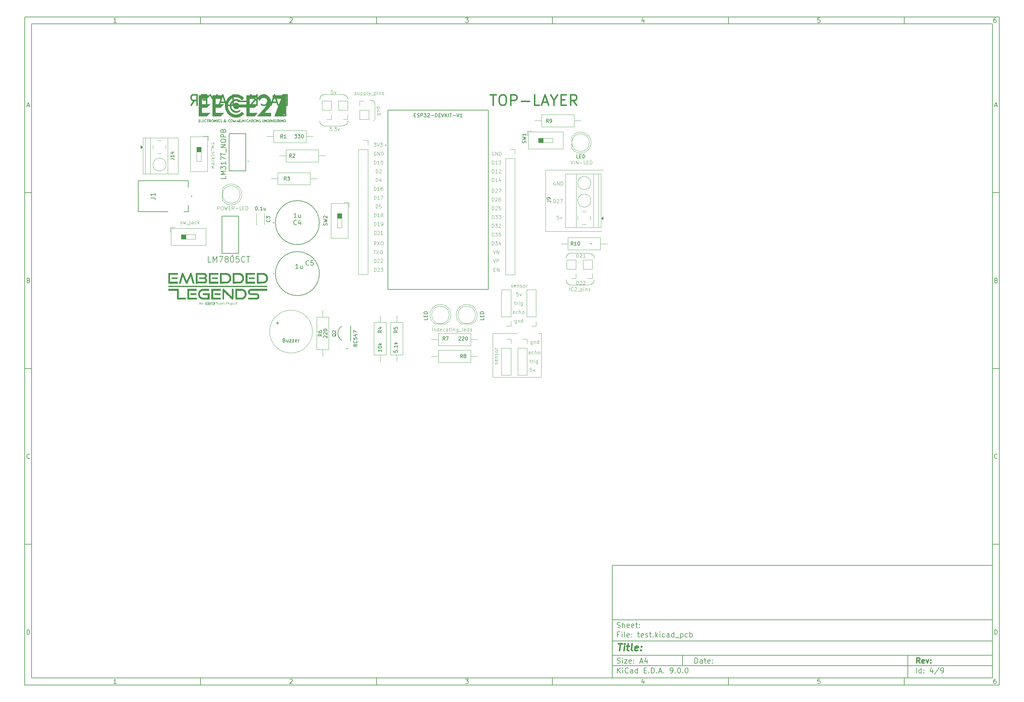
<source format=gbr>
%TF.GenerationSoftware,KiCad,Pcbnew,9.0.0*%
%TF.CreationDate,2025-04-04T13:57:26+02:00*%
%TF.ProjectId,test,74657374-2e6b-4696-9361-645f70636258,rev?*%
%TF.SameCoordinates,Original*%
%TF.FileFunction,Paste,Bot*%
%TF.FilePolarity,Positive*%
%FSLAX46Y46*%
G04 Gerber Fmt 4.6, Leading zero omitted, Abs format (unit mm)*
G04 Created by KiCad (PCBNEW 9.0.0) date 2025-04-04 13:57:26*
%MOMM*%
%LPD*%
G01*
G04 APERTURE LIST*
%ADD10C,0.100000*%
%ADD11C,0.150000*%
%ADD12C,0.300000*%
%ADD13C,0.400000*%
%ADD14C,0.125000*%
%ADD15C,0.120000*%
%ADD16C,0.152400*%
%ADD17C,0.200000*%
%ADD18C,0.127000*%
%ADD19C,0.000000*%
G04 APERTURE END LIST*
D10*
D11*
X177002200Y-166007200D02*
X285002200Y-166007200D01*
X285002200Y-198007200D01*
X177002200Y-198007200D01*
X177002200Y-166007200D01*
D10*
D11*
X10000000Y-10000000D02*
X287002200Y-10000000D01*
X287002200Y-200007200D01*
X10000000Y-200007200D01*
X10000000Y-10000000D01*
D10*
D11*
X12000000Y-12000000D02*
X285002200Y-12000000D01*
X285002200Y-198007200D01*
X12000000Y-198007200D01*
X12000000Y-12000000D01*
D10*
D11*
X60000000Y-12000000D02*
X60000000Y-10000000D01*
D10*
D11*
X110000000Y-12000000D02*
X110000000Y-10000000D01*
D10*
D11*
X160000000Y-12000000D02*
X160000000Y-10000000D01*
D10*
D11*
X210000000Y-12000000D02*
X210000000Y-10000000D01*
D10*
D11*
X260000000Y-12000000D02*
X260000000Y-10000000D01*
D10*
D11*
X36089160Y-11593604D02*
X35346303Y-11593604D01*
X35717731Y-11593604D02*
X35717731Y-10293604D01*
X35717731Y-10293604D02*
X35593922Y-10479319D01*
X35593922Y-10479319D02*
X35470112Y-10603128D01*
X35470112Y-10603128D02*
X35346303Y-10665033D01*
D10*
D11*
X85346303Y-10417414D02*
X85408207Y-10355509D01*
X85408207Y-10355509D02*
X85532017Y-10293604D01*
X85532017Y-10293604D02*
X85841541Y-10293604D01*
X85841541Y-10293604D02*
X85965350Y-10355509D01*
X85965350Y-10355509D02*
X86027255Y-10417414D01*
X86027255Y-10417414D02*
X86089160Y-10541223D01*
X86089160Y-10541223D02*
X86089160Y-10665033D01*
X86089160Y-10665033D02*
X86027255Y-10850747D01*
X86027255Y-10850747D02*
X85284398Y-11593604D01*
X85284398Y-11593604D02*
X86089160Y-11593604D01*
D10*
D11*
X135284398Y-10293604D02*
X136089160Y-10293604D01*
X136089160Y-10293604D02*
X135655826Y-10788842D01*
X135655826Y-10788842D02*
X135841541Y-10788842D01*
X135841541Y-10788842D02*
X135965350Y-10850747D01*
X135965350Y-10850747D02*
X136027255Y-10912652D01*
X136027255Y-10912652D02*
X136089160Y-11036461D01*
X136089160Y-11036461D02*
X136089160Y-11345985D01*
X136089160Y-11345985D02*
X136027255Y-11469795D01*
X136027255Y-11469795D02*
X135965350Y-11531700D01*
X135965350Y-11531700D02*
X135841541Y-11593604D01*
X135841541Y-11593604D02*
X135470112Y-11593604D01*
X135470112Y-11593604D02*
X135346303Y-11531700D01*
X135346303Y-11531700D02*
X135284398Y-11469795D01*
D10*
D11*
X185965350Y-10726938D02*
X185965350Y-11593604D01*
X185655826Y-10231700D02*
X185346303Y-11160271D01*
X185346303Y-11160271D02*
X186151064Y-11160271D01*
D10*
D11*
X236027255Y-10293604D02*
X235408207Y-10293604D01*
X235408207Y-10293604D02*
X235346303Y-10912652D01*
X235346303Y-10912652D02*
X235408207Y-10850747D01*
X235408207Y-10850747D02*
X235532017Y-10788842D01*
X235532017Y-10788842D02*
X235841541Y-10788842D01*
X235841541Y-10788842D02*
X235965350Y-10850747D01*
X235965350Y-10850747D02*
X236027255Y-10912652D01*
X236027255Y-10912652D02*
X236089160Y-11036461D01*
X236089160Y-11036461D02*
X236089160Y-11345985D01*
X236089160Y-11345985D02*
X236027255Y-11469795D01*
X236027255Y-11469795D02*
X235965350Y-11531700D01*
X235965350Y-11531700D02*
X235841541Y-11593604D01*
X235841541Y-11593604D02*
X235532017Y-11593604D01*
X235532017Y-11593604D02*
X235408207Y-11531700D01*
X235408207Y-11531700D02*
X235346303Y-11469795D01*
D10*
D11*
X285965350Y-10293604D02*
X285717731Y-10293604D01*
X285717731Y-10293604D02*
X285593922Y-10355509D01*
X285593922Y-10355509D02*
X285532017Y-10417414D01*
X285532017Y-10417414D02*
X285408207Y-10603128D01*
X285408207Y-10603128D02*
X285346303Y-10850747D01*
X285346303Y-10850747D02*
X285346303Y-11345985D01*
X285346303Y-11345985D02*
X285408207Y-11469795D01*
X285408207Y-11469795D02*
X285470112Y-11531700D01*
X285470112Y-11531700D02*
X285593922Y-11593604D01*
X285593922Y-11593604D02*
X285841541Y-11593604D01*
X285841541Y-11593604D02*
X285965350Y-11531700D01*
X285965350Y-11531700D02*
X286027255Y-11469795D01*
X286027255Y-11469795D02*
X286089160Y-11345985D01*
X286089160Y-11345985D02*
X286089160Y-11036461D01*
X286089160Y-11036461D02*
X286027255Y-10912652D01*
X286027255Y-10912652D02*
X285965350Y-10850747D01*
X285965350Y-10850747D02*
X285841541Y-10788842D01*
X285841541Y-10788842D02*
X285593922Y-10788842D01*
X285593922Y-10788842D02*
X285470112Y-10850747D01*
X285470112Y-10850747D02*
X285408207Y-10912652D01*
X285408207Y-10912652D02*
X285346303Y-11036461D01*
D10*
D11*
X60000000Y-198007200D02*
X60000000Y-200007200D01*
D10*
D11*
X110000000Y-198007200D02*
X110000000Y-200007200D01*
D10*
D11*
X160000000Y-198007200D02*
X160000000Y-200007200D01*
D10*
D11*
X210000000Y-198007200D02*
X210000000Y-200007200D01*
D10*
D11*
X260000000Y-198007200D02*
X260000000Y-200007200D01*
D10*
D11*
X36089160Y-199600804D02*
X35346303Y-199600804D01*
X35717731Y-199600804D02*
X35717731Y-198300804D01*
X35717731Y-198300804D02*
X35593922Y-198486519D01*
X35593922Y-198486519D02*
X35470112Y-198610328D01*
X35470112Y-198610328D02*
X35346303Y-198672233D01*
D10*
D11*
X85346303Y-198424614D02*
X85408207Y-198362709D01*
X85408207Y-198362709D02*
X85532017Y-198300804D01*
X85532017Y-198300804D02*
X85841541Y-198300804D01*
X85841541Y-198300804D02*
X85965350Y-198362709D01*
X85965350Y-198362709D02*
X86027255Y-198424614D01*
X86027255Y-198424614D02*
X86089160Y-198548423D01*
X86089160Y-198548423D02*
X86089160Y-198672233D01*
X86089160Y-198672233D02*
X86027255Y-198857947D01*
X86027255Y-198857947D02*
X85284398Y-199600804D01*
X85284398Y-199600804D02*
X86089160Y-199600804D01*
D10*
D11*
X135284398Y-198300804D02*
X136089160Y-198300804D01*
X136089160Y-198300804D02*
X135655826Y-198796042D01*
X135655826Y-198796042D02*
X135841541Y-198796042D01*
X135841541Y-198796042D02*
X135965350Y-198857947D01*
X135965350Y-198857947D02*
X136027255Y-198919852D01*
X136027255Y-198919852D02*
X136089160Y-199043661D01*
X136089160Y-199043661D02*
X136089160Y-199353185D01*
X136089160Y-199353185D02*
X136027255Y-199476995D01*
X136027255Y-199476995D02*
X135965350Y-199538900D01*
X135965350Y-199538900D02*
X135841541Y-199600804D01*
X135841541Y-199600804D02*
X135470112Y-199600804D01*
X135470112Y-199600804D02*
X135346303Y-199538900D01*
X135346303Y-199538900D02*
X135284398Y-199476995D01*
D10*
D11*
X185965350Y-198734138D02*
X185965350Y-199600804D01*
X185655826Y-198238900D02*
X185346303Y-199167471D01*
X185346303Y-199167471D02*
X186151064Y-199167471D01*
D10*
D11*
X236027255Y-198300804D02*
X235408207Y-198300804D01*
X235408207Y-198300804D02*
X235346303Y-198919852D01*
X235346303Y-198919852D02*
X235408207Y-198857947D01*
X235408207Y-198857947D02*
X235532017Y-198796042D01*
X235532017Y-198796042D02*
X235841541Y-198796042D01*
X235841541Y-198796042D02*
X235965350Y-198857947D01*
X235965350Y-198857947D02*
X236027255Y-198919852D01*
X236027255Y-198919852D02*
X236089160Y-199043661D01*
X236089160Y-199043661D02*
X236089160Y-199353185D01*
X236089160Y-199353185D02*
X236027255Y-199476995D01*
X236027255Y-199476995D02*
X235965350Y-199538900D01*
X235965350Y-199538900D02*
X235841541Y-199600804D01*
X235841541Y-199600804D02*
X235532017Y-199600804D01*
X235532017Y-199600804D02*
X235408207Y-199538900D01*
X235408207Y-199538900D02*
X235346303Y-199476995D01*
D10*
D11*
X285965350Y-198300804D02*
X285717731Y-198300804D01*
X285717731Y-198300804D02*
X285593922Y-198362709D01*
X285593922Y-198362709D02*
X285532017Y-198424614D01*
X285532017Y-198424614D02*
X285408207Y-198610328D01*
X285408207Y-198610328D02*
X285346303Y-198857947D01*
X285346303Y-198857947D02*
X285346303Y-199353185D01*
X285346303Y-199353185D02*
X285408207Y-199476995D01*
X285408207Y-199476995D02*
X285470112Y-199538900D01*
X285470112Y-199538900D02*
X285593922Y-199600804D01*
X285593922Y-199600804D02*
X285841541Y-199600804D01*
X285841541Y-199600804D02*
X285965350Y-199538900D01*
X285965350Y-199538900D02*
X286027255Y-199476995D01*
X286027255Y-199476995D02*
X286089160Y-199353185D01*
X286089160Y-199353185D02*
X286089160Y-199043661D01*
X286089160Y-199043661D02*
X286027255Y-198919852D01*
X286027255Y-198919852D02*
X285965350Y-198857947D01*
X285965350Y-198857947D02*
X285841541Y-198796042D01*
X285841541Y-198796042D02*
X285593922Y-198796042D01*
X285593922Y-198796042D02*
X285470112Y-198857947D01*
X285470112Y-198857947D02*
X285408207Y-198919852D01*
X285408207Y-198919852D02*
X285346303Y-199043661D01*
D10*
D11*
X10000000Y-60000000D02*
X12000000Y-60000000D01*
D10*
D11*
X10000000Y-110000000D02*
X12000000Y-110000000D01*
D10*
D11*
X10000000Y-160000000D02*
X12000000Y-160000000D01*
D10*
D11*
X10690476Y-35222176D02*
X11309523Y-35222176D01*
X10566666Y-35593604D02*
X10999999Y-34293604D01*
X10999999Y-34293604D02*
X11433333Y-35593604D01*
D10*
D11*
X11092857Y-84912652D02*
X11278571Y-84974557D01*
X11278571Y-84974557D02*
X11340476Y-85036461D01*
X11340476Y-85036461D02*
X11402380Y-85160271D01*
X11402380Y-85160271D02*
X11402380Y-85345985D01*
X11402380Y-85345985D02*
X11340476Y-85469795D01*
X11340476Y-85469795D02*
X11278571Y-85531700D01*
X11278571Y-85531700D02*
X11154761Y-85593604D01*
X11154761Y-85593604D02*
X10659523Y-85593604D01*
X10659523Y-85593604D02*
X10659523Y-84293604D01*
X10659523Y-84293604D02*
X11092857Y-84293604D01*
X11092857Y-84293604D02*
X11216666Y-84355509D01*
X11216666Y-84355509D02*
X11278571Y-84417414D01*
X11278571Y-84417414D02*
X11340476Y-84541223D01*
X11340476Y-84541223D02*
X11340476Y-84665033D01*
X11340476Y-84665033D02*
X11278571Y-84788842D01*
X11278571Y-84788842D02*
X11216666Y-84850747D01*
X11216666Y-84850747D02*
X11092857Y-84912652D01*
X11092857Y-84912652D02*
X10659523Y-84912652D01*
D10*
D11*
X11402380Y-135469795D02*
X11340476Y-135531700D01*
X11340476Y-135531700D02*
X11154761Y-135593604D01*
X11154761Y-135593604D02*
X11030952Y-135593604D01*
X11030952Y-135593604D02*
X10845238Y-135531700D01*
X10845238Y-135531700D02*
X10721428Y-135407890D01*
X10721428Y-135407890D02*
X10659523Y-135284080D01*
X10659523Y-135284080D02*
X10597619Y-135036461D01*
X10597619Y-135036461D02*
X10597619Y-134850747D01*
X10597619Y-134850747D02*
X10659523Y-134603128D01*
X10659523Y-134603128D02*
X10721428Y-134479319D01*
X10721428Y-134479319D02*
X10845238Y-134355509D01*
X10845238Y-134355509D02*
X11030952Y-134293604D01*
X11030952Y-134293604D02*
X11154761Y-134293604D01*
X11154761Y-134293604D02*
X11340476Y-134355509D01*
X11340476Y-134355509D02*
X11402380Y-134417414D01*
D10*
D11*
X10659523Y-185593604D02*
X10659523Y-184293604D01*
X10659523Y-184293604D02*
X10969047Y-184293604D01*
X10969047Y-184293604D02*
X11154761Y-184355509D01*
X11154761Y-184355509D02*
X11278571Y-184479319D01*
X11278571Y-184479319D02*
X11340476Y-184603128D01*
X11340476Y-184603128D02*
X11402380Y-184850747D01*
X11402380Y-184850747D02*
X11402380Y-185036461D01*
X11402380Y-185036461D02*
X11340476Y-185284080D01*
X11340476Y-185284080D02*
X11278571Y-185407890D01*
X11278571Y-185407890D02*
X11154761Y-185531700D01*
X11154761Y-185531700D02*
X10969047Y-185593604D01*
X10969047Y-185593604D02*
X10659523Y-185593604D01*
D10*
D11*
X287002200Y-60000000D02*
X285002200Y-60000000D01*
D10*
D11*
X287002200Y-110000000D02*
X285002200Y-110000000D01*
D10*
D11*
X287002200Y-160000000D02*
X285002200Y-160000000D01*
D10*
D11*
X285692676Y-35222176D02*
X286311723Y-35222176D01*
X285568866Y-35593604D02*
X286002199Y-34293604D01*
X286002199Y-34293604D02*
X286435533Y-35593604D01*
D10*
D11*
X286095057Y-84912652D02*
X286280771Y-84974557D01*
X286280771Y-84974557D02*
X286342676Y-85036461D01*
X286342676Y-85036461D02*
X286404580Y-85160271D01*
X286404580Y-85160271D02*
X286404580Y-85345985D01*
X286404580Y-85345985D02*
X286342676Y-85469795D01*
X286342676Y-85469795D02*
X286280771Y-85531700D01*
X286280771Y-85531700D02*
X286156961Y-85593604D01*
X286156961Y-85593604D02*
X285661723Y-85593604D01*
X285661723Y-85593604D02*
X285661723Y-84293604D01*
X285661723Y-84293604D02*
X286095057Y-84293604D01*
X286095057Y-84293604D02*
X286218866Y-84355509D01*
X286218866Y-84355509D02*
X286280771Y-84417414D01*
X286280771Y-84417414D02*
X286342676Y-84541223D01*
X286342676Y-84541223D02*
X286342676Y-84665033D01*
X286342676Y-84665033D02*
X286280771Y-84788842D01*
X286280771Y-84788842D02*
X286218866Y-84850747D01*
X286218866Y-84850747D02*
X286095057Y-84912652D01*
X286095057Y-84912652D02*
X285661723Y-84912652D01*
D10*
D11*
X286404580Y-135469795D02*
X286342676Y-135531700D01*
X286342676Y-135531700D02*
X286156961Y-135593604D01*
X286156961Y-135593604D02*
X286033152Y-135593604D01*
X286033152Y-135593604D02*
X285847438Y-135531700D01*
X285847438Y-135531700D02*
X285723628Y-135407890D01*
X285723628Y-135407890D02*
X285661723Y-135284080D01*
X285661723Y-135284080D02*
X285599819Y-135036461D01*
X285599819Y-135036461D02*
X285599819Y-134850747D01*
X285599819Y-134850747D02*
X285661723Y-134603128D01*
X285661723Y-134603128D02*
X285723628Y-134479319D01*
X285723628Y-134479319D02*
X285847438Y-134355509D01*
X285847438Y-134355509D02*
X286033152Y-134293604D01*
X286033152Y-134293604D02*
X286156961Y-134293604D01*
X286156961Y-134293604D02*
X286342676Y-134355509D01*
X286342676Y-134355509D02*
X286404580Y-134417414D01*
D10*
D11*
X285661723Y-185593604D02*
X285661723Y-184293604D01*
X285661723Y-184293604D02*
X285971247Y-184293604D01*
X285971247Y-184293604D02*
X286156961Y-184355509D01*
X286156961Y-184355509D02*
X286280771Y-184479319D01*
X286280771Y-184479319D02*
X286342676Y-184603128D01*
X286342676Y-184603128D02*
X286404580Y-184850747D01*
X286404580Y-184850747D02*
X286404580Y-185036461D01*
X286404580Y-185036461D02*
X286342676Y-185284080D01*
X286342676Y-185284080D02*
X286280771Y-185407890D01*
X286280771Y-185407890D02*
X286156961Y-185531700D01*
X286156961Y-185531700D02*
X285971247Y-185593604D01*
X285971247Y-185593604D02*
X285661723Y-185593604D01*
D10*
D11*
X200458026Y-193793328D02*
X200458026Y-192293328D01*
X200458026Y-192293328D02*
X200815169Y-192293328D01*
X200815169Y-192293328D02*
X201029455Y-192364757D01*
X201029455Y-192364757D02*
X201172312Y-192507614D01*
X201172312Y-192507614D02*
X201243741Y-192650471D01*
X201243741Y-192650471D02*
X201315169Y-192936185D01*
X201315169Y-192936185D02*
X201315169Y-193150471D01*
X201315169Y-193150471D02*
X201243741Y-193436185D01*
X201243741Y-193436185D02*
X201172312Y-193579042D01*
X201172312Y-193579042D02*
X201029455Y-193721900D01*
X201029455Y-193721900D02*
X200815169Y-193793328D01*
X200815169Y-193793328D02*
X200458026Y-193793328D01*
X202600884Y-193793328D02*
X202600884Y-193007614D01*
X202600884Y-193007614D02*
X202529455Y-192864757D01*
X202529455Y-192864757D02*
X202386598Y-192793328D01*
X202386598Y-192793328D02*
X202100884Y-192793328D01*
X202100884Y-192793328D02*
X201958026Y-192864757D01*
X202600884Y-193721900D02*
X202458026Y-193793328D01*
X202458026Y-193793328D02*
X202100884Y-193793328D01*
X202100884Y-193793328D02*
X201958026Y-193721900D01*
X201958026Y-193721900D02*
X201886598Y-193579042D01*
X201886598Y-193579042D02*
X201886598Y-193436185D01*
X201886598Y-193436185D02*
X201958026Y-193293328D01*
X201958026Y-193293328D02*
X202100884Y-193221900D01*
X202100884Y-193221900D02*
X202458026Y-193221900D01*
X202458026Y-193221900D02*
X202600884Y-193150471D01*
X203100884Y-192793328D02*
X203672312Y-192793328D01*
X203315169Y-192293328D02*
X203315169Y-193579042D01*
X203315169Y-193579042D02*
X203386598Y-193721900D01*
X203386598Y-193721900D02*
X203529455Y-193793328D01*
X203529455Y-193793328D02*
X203672312Y-193793328D01*
X204743741Y-193721900D02*
X204600884Y-193793328D01*
X204600884Y-193793328D02*
X204315170Y-193793328D01*
X204315170Y-193793328D02*
X204172312Y-193721900D01*
X204172312Y-193721900D02*
X204100884Y-193579042D01*
X204100884Y-193579042D02*
X204100884Y-193007614D01*
X204100884Y-193007614D02*
X204172312Y-192864757D01*
X204172312Y-192864757D02*
X204315170Y-192793328D01*
X204315170Y-192793328D02*
X204600884Y-192793328D01*
X204600884Y-192793328D02*
X204743741Y-192864757D01*
X204743741Y-192864757D02*
X204815170Y-193007614D01*
X204815170Y-193007614D02*
X204815170Y-193150471D01*
X204815170Y-193150471D02*
X204100884Y-193293328D01*
X205458026Y-193650471D02*
X205529455Y-193721900D01*
X205529455Y-193721900D02*
X205458026Y-193793328D01*
X205458026Y-193793328D02*
X205386598Y-193721900D01*
X205386598Y-193721900D02*
X205458026Y-193650471D01*
X205458026Y-193650471D02*
X205458026Y-193793328D01*
X205458026Y-192864757D02*
X205529455Y-192936185D01*
X205529455Y-192936185D02*
X205458026Y-193007614D01*
X205458026Y-193007614D02*
X205386598Y-192936185D01*
X205386598Y-192936185D02*
X205458026Y-192864757D01*
X205458026Y-192864757D02*
X205458026Y-193007614D01*
D10*
D11*
X177002200Y-194507200D02*
X285002200Y-194507200D01*
D10*
D11*
X178458026Y-196593328D02*
X178458026Y-195093328D01*
X179315169Y-196593328D02*
X178672312Y-195736185D01*
X179315169Y-195093328D02*
X178458026Y-195950471D01*
X179958026Y-196593328D02*
X179958026Y-195593328D01*
X179958026Y-195093328D02*
X179886598Y-195164757D01*
X179886598Y-195164757D02*
X179958026Y-195236185D01*
X179958026Y-195236185D02*
X180029455Y-195164757D01*
X180029455Y-195164757D02*
X179958026Y-195093328D01*
X179958026Y-195093328D02*
X179958026Y-195236185D01*
X181529455Y-196450471D02*
X181458027Y-196521900D01*
X181458027Y-196521900D02*
X181243741Y-196593328D01*
X181243741Y-196593328D02*
X181100884Y-196593328D01*
X181100884Y-196593328D02*
X180886598Y-196521900D01*
X180886598Y-196521900D02*
X180743741Y-196379042D01*
X180743741Y-196379042D02*
X180672312Y-196236185D01*
X180672312Y-196236185D02*
X180600884Y-195950471D01*
X180600884Y-195950471D02*
X180600884Y-195736185D01*
X180600884Y-195736185D02*
X180672312Y-195450471D01*
X180672312Y-195450471D02*
X180743741Y-195307614D01*
X180743741Y-195307614D02*
X180886598Y-195164757D01*
X180886598Y-195164757D02*
X181100884Y-195093328D01*
X181100884Y-195093328D02*
X181243741Y-195093328D01*
X181243741Y-195093328D02*
X181458027Y-195164757D01*
X181458027Y-195164757D02*
X181529455Y-195236185D01*
X182815170Y-196593328D02*
X182815170Y-195807614D01*
X182815170Y-195807614D02*
X182743741Y-195664757D01*
X182743741Y-195664757D02*
X182600884Y-195593328D01*
X182600884Y-195593328D02*
X182315170Y-195593328D01*
X182315170Y-195593328D02*
X182172312Y-195664757D01*
X182815170Y-196521900D02*
X182672312Y-196593328D01*
X182672312Y-196593328D02*
X182315170Y-196593328D01*
X182315170Y-196593328D02*
X182172312Y-196521900D01*
X182172312Y-196521900D02*
X182100884Y-196379042D01*
X182100884Y-196379042D02*
X182100884Y-196236185D01*
X182100884Y-196236185D02*
X182172312Y-196093328D01*
X182172312Y-196093328D02*
X182315170Y-196021900D01*
X182315170Y-196021900D02*
X182672312Y-196021900D01*
X182672312Y-196021900D02*
X182815170Y-195950471D01*
X184172313Y-196593328D02*
X184172313Y-195093328D01*
X184172313Y-196521900D02*
X184029455Y-196593328D01*
X184029455Y-196593328D02*
X183743741Y-196593328D01*
X183743741Y-196593328D02*
X183600884Y-196521900D01*
X183600884Y-196521900D02*
X183529455Y-196450471D01*
X183529455Y-196450471D02*
X183458027Y-196307614D01*
X183458027Y-196307614D02*
X183458027Y-195879042D01*
X183458027Y-195879042D02*
X183529455Y-195736185D01*
X183529455Y-195736185D02*
X183600884Y-195664757D01*
X183600884Y-195664757D02*
X183743741Y-195593328D01*
X183743741Y-195593328D02*
X184029455Y-195593328D01*
X184029455Y-195593328D02*
X184172313Y-195664757D01*
X186029455Y-195807614D02*
X186529455Y-195807614D01*
X186743741Y-196593328D02*
X186029455Y-196593328D01*
X186029455Y-196593328D02*
X186029455Y-195093328D01*
X186029455Y-195093328D02*
X186743741Y-195093328D01*
X187386598Y-196450471D02*
X187458027Y-196521900D01*
X187458027Y-196521900D02*
X187386598Y-196593328D01*
X187386598Y-196593328D02*
X187315170Y-196521900D01*
X187315170Y-196521900D02*
X187386598Y-196450471D01*
X187386598Y-196450471D02*
X187386598Y-196593328D01*
X188100884Y-196593328D02*
X188100884Y-195093328D01*
X188100884Y-195093328D02*
X188458027Y-195093328D01*
X188458027Y-195093328D02*
X188672313Y-195164757D01*
X188672313Y-195164757D02*
X188815170Y-195307614D01*
X188815170Y-195307614D02*
X188886599Y-195450471D01*
X188886599Y-195450471D02*
X188958027Y-195736185D01*
X188958027Y-195736185D02*
X188958027Y-195950471D01*
X188958027Y-195950471D02*
X188886599Y-196236185D01*
X188886599Y-196236185D02*
X188815170Y-196379042D01*
X188815170Y-196379042D02*
X188672313Y-196521900D01*
X188672313Y-196521900D02*
X188458027Y-196593328D01*
X188458027Y-196593328D02*
X188100884Y-196593328D01*
X189600884Y-196450471D02*
X189672313Y-196521900D01*
X189672313Y-196521900D02*
X189600884Y-196593328D01*
X189600884Y-196593328D02*
X189529456Y-196521900D01*
X189529456Y-196521900D02*
X189600884Y-196450471D01*
X189600884Y-196450471D02*
X189600884Y-196593328D01*
X190243742Y-196164757D02*
X190958028Y-196164757D01*
X190100885Y-196593328D02*
X190600885Y-195093328D01*
X190600885Y-195093328D02*
X191100885Y-196593328D01*
X191600884Y-196450471D02*
X191672313Y-196521900D01*
X191672313Y-196521900D02*
X191600884Y-196593328D01*
X191600884Y-196593328D02*
X191529456Y-196521900D01*
X191529456Y-196521900D02*
X191600884Y-196450471D01*
X191600884Y-196450471D02*
X191600884Y-196593328D01*
X193529456Y-196593328D02*
X193815170Y-196593328D01*
X193815170Y-196593328D02*
X193958027Y-196521900D01*
X193958027Y-196521900D02*
X194029456Y-196450471D01*
X194029456Y-196450471D02*
X194172313Y-196236185D01*
X194172313Y-196236185D02*
X194243742Y-195950471D01*
X194243742Y-195950471D02*
X194243742Y-195379042D01*
X194243742Y-195379042D02*
X194172313Y-195236185D01*
X194172313Y-195236185D02*
X194100885Y-195164757D01*
X194100885Y-195164757D02*
X193958027Y-195093328D01*
X193958027Y-195093328D02*
X193672313Y-195093328D01*
X193672313Y-195093328D02*
X193529456Y-195164757D01*
X193529456Y-195164757D02*
X193458027Y-195236185D01*
X193458027Y-195236185D02*
X193386599Y-195379042D01*
X193386599Y-195379042D02*
X193386599Y-195736185D01*
X193386599Y-195736185D02*
X193458027Y-195879042D01*
X193458027Y-195879042D02*
X193529456Y-195950471D01*
X193529456Y-195950471D02*
X193672313Y-196021900D01*
X193672313Y-196021900D02*
X193958027Y-196021900D01*
X193958027Y-196021900D02*
X194100885Y-195950471D01*
X194100885Y-195950471D02*
X194172313Y-195879042D01*
X194172313Y-195879042D02*
X194243742Y-195736185D01*
X194886598Y-196450471D02*
X194958027Y-196521900D01*
X194958027Y-196521900D02*
X194886598Y-196593328D01*
X194886598Y-196593328D02*
X194815170Y-196521900D01*
X194815170Y-196521900D02*
X194886598Y-196450471D01*
X194886598Y-196450471D02*
X194886598Y-196593328D01*
X195886599Y-195093328D02*
X196029456Y-195093328D01*
X196029456Y-195093328D02*
X196172313Y-195164757D01*
X196172313Y-195164757D02*
X196243742Y-195236185D01*
X196243742Y-195236185D02*
X196315170Y-195379042D01*
X196315170Y-195379042D02*
X196386599Y-195664757D01*
X196386599Y-195664757D02*
X196386599Y-196021900D01*
X196386599Y-196021900D02*
X196315170Y-196307614D01*
X196315170Y-196307614D02*
X196243742Y-196450471D01*
X196243742Y-196450471D02*
X196172313Y-196521900D01*
X196172313Y-196521900D02*
X196029456Y-196593328D01*
X196029456Y-196593328D02*
X195886599Y-196593328D01*
X195886599Y-196593328D02*
X195743742Y-196521900D01*
X195743742Y-196521900D02*
X195672313Y-196450471D01*
X195672313Y-196450471D02*
X195600884Y-196307614D01*
X195600884Y-196307614D02*
X195529456Y-196021900D01*
X195529456Y-196021900D02*
X195529456Y-195664757D01*
X195529456Y-195664757D02*
X195600884Y-195379042D01*
X195600884Y-195379042D02*
X195672313Y-195236185D01*
X195672313Y-195236185D02*
X195743742Y-195164757D01*
X195743742Y-195164757D02*
X195886599Y-195093328D01*
X197029455Y-196450471D02*
X197100884Y-196521900D01*
X197100884Y-196521900D02*
X197029455Y-196593328D01*
X197029455Y-196593328D02*
X196958027Y-196521900D01*
X196958027Y-196521900D02*
X197029455Y-196450471D01*
X197029455Y-196450471D02*
X197029455Y-196593328D01*
X198029456Y-195093328D02*
X198172313Y-195093328D01*
X198172313Y-195093328D02*
X198315170Y-195164757D01*
X198315170Y-195164757D02*
X198386599Y-195236185D01*
X198386599Y-195236185D02*
X198458027Y-195379042D01*
X198458027Y-195379042D02*
X198529456Y-195664757D01*
X198529456Y-195664757D02*
X198529456Y-196021900D01*
X198529456Y-196021900D02*
X198458027Y-196307614D01*
X198458027Y-196307614D02*
X198386599Y-196450471D01*
X198386599Y-196450471D02*
X198315170Y-196521900D01*
X198315170Y-196521900D02*
X198172313Y-196593328D01*
X198172313Y-196593328D02*
X198029456Y-196593328D01*
X198029456Y-196593328D02*
X197886599Y-196521900D01*
X197886599Y-196521900D02*
X197815170Y-196450471D01*
X197815170Y-196450471D02*
X197743741Y-196307614D01*
X197743741Y-196307614D02*
X197672313Y-196021900D01*
X197672313Y-196021900D02*
X197672313Y-195664757D01*
X197672313Y-195664757D02*
X197743741Y-195379042D01*
X197743741Y-195379042D02*
X197815170Y-195236185D01*
X197815170Y-195236185D02*
X197886599Y-195164757D01*
X197886599Y-195164757D02*
X198029456Y-195093328D01*
D10*
D11*
X177002200Y-191507200D02*
X285002200Y-191507200D01*
D10*
D12*
X264413853Y-193785528D02*
X263913853Y-193071242D01*
X263556710Y-193785528D02*
X263556710Y-192285528D01*
X263556710Y-192285528D02*
X264128139Y-192285528D01*
X264128139Y-192285528D02*
X264270996Y-192356957D01*
X264270996Y-192356957D02*
X264342425Y-192428385D01*
X264342425Y-192428385D02*
X264413853Y-192571242D01*
X264413853Y-192571242D02*
X264413853Y-192785528D01*
X264413853Y-192785528D02*
X264342425Y-192928385D01*
X264342425Y-192928385D02*
X264270996Y-192999814D01*
X264270996Y-192999814D02*
X264128139Y-193071242D01*
X264128139Y-193071242D02*
X263556710Y-193071242D01*
X265628139Y-193714100D02*
X265485282Y-193785528D01*
X265485282Y-193785528D02*
X265199568Y-193785528D01*
X265199568Y-193785528D02*
X265056710Y-193714100D01*
X265056710Y-193714100D02*
X264985282Y-193571242D01*
X264985282Y-193571242D02*
X264985282Y-192999814D01*
X264985282Y-192999814D02*
X265056710Y-192856957D01*
X265056710Y-192856957D02*
X265199568Y-192785528D01*
X265199568Y-192785528D02*
X265485282Y-192785528D01*
X265485282Y-192785528D02*
X265628139Y-192856957D01*
X265628139Y-192856957D02*
X265699568Y-192999814D01*
X265699568Y-192999814D02*
X265699568Y-193142671D01*
X265699568Y-193142671D02*
X264985282Y-193285528D01*
X266199567Y-192785528D02*
X266556710Y-193785528D01*
X266556710Y-193785528D02*
X266913853Y-192785528D01*
X267485281Y-193642671D02*
X267556710Y-193714100D01*
X267556710Y-193714100D02*
X267485281Y-193785528D01*
X267485281Y-193785528D02*
X267413853Y-193714100D01*
X267413853Y-193714100D02*
X267485281Y-193642671D01*
X267485281Y-193642671D02*
X267485281Y-193785528D01*
X267485281Y-192856957D02*
X267556710Y-192928385D01*
X267556710Y-192928385D02*
X267485281Y-192999814D01*
X267485281Y-192999814D02*
X267413853Y-192928385D01*
X267413853Y-192928385D02*
X267485281Y-192856957D01*
X267485281Y-192856957D02*
X267485281Y-192999814D01*
D10*
D11*
X178386598Y-193721900D02*
X178600884Y-193793328D01*
X178600884Y-193793328D02*
X178958026Y-193793328D01*
X178958026Y-193793328D02*
X179100884Y-193721900D01*
X179100884Y-193721900D02*
X179172312Y-193650471D01*
X179172312Y-193650471D02*
X179243741Y-193507614D01*
X179243741Y-193507614D02*
X179243741Y-193364757D01*
X179243741Y-193364757D02*
X179172312Y-193221900D01*
X179172312Y-193221900D02*
X179100884Y-193150471D01*
X179100884Y-193150471D02*
X178958026Y-193079042D01*
X178958026Y-193079042D02*
X178672312Y-193007614D01*
X178672312Y-193007614D02*
X178529455Y-192936185D01*
X178529455Y-192936185D02*
X178458026Y-192864757D01*
X178458026Y-192864757D02*
X178386598Y-192721900D01*
X178386598Y-192721900D02*
X178386598Y-192579042D01*
X178386598Y-192579042D02*
X178458026Y-192436185D01*
X178458026Y-192436185D02*
X178529455Y-192364757D01*
X178529455Y-192364757D02*
X178672312Y-192293328D01*
X178672312Y-192293328D02*
X179029455Y-192293328D01*
X179029455Y-192293328D02*
X179243741Y-192364757D01*
X179886597Y-193793328D02*
X179886597Y-192793328D01*
X179886597Y-192293328D02*
X179815169Y-192364757D01*
X179815169Y-192364757D02*
X179886597Y-192436185D01*
X179886597Y-192436185D02*
X179958026Y-192364757D01*
X179958026Y-192364757D02*
X179886597Y-192293328D01*
X179886597Y-192293328D02*
X179886597Y-192436185D01*
X180458026Y-192793328D02*
X181243741Y-192793328D01*
X181243741Y-192793328D02*
X180458026Y-193793328D01*
X180458026Y-193793328D02*
X181243741Y-193793328D01*
X182386598Y-193721900D02*
X182243741Y-193793328D01*
X182243741Y-193793328D02*
X181958027Y-193793328D01*
X181958027Y-193793328D02*
X181815169Y-193721900D01*
X181815169Y-193721900D02*
X181743741Y-193579042D01*
X181743741Y-193579042D02*
X181743741Y-193007614D01*
X181743741Y-193007614D02*
X181815169Y-192864757D01*
X181815169Y-192864757D02*
X181958027Y-192793328D01*
X181958027Y-192793328D02*
X182243741Y-192793328D01*
X182243741Y-192793328D02*
X182386598Y-192864757D01*
X182386598Y-192864757D02*
X182458027Y-193007614D01*
X182458027Y-193007614D02*
X182458027Y-193150471D01*
X182458027Y-193150471D02*
X181743741Y-193293328D01*
X183100883Y-193650471D02*
X183172312Y-193721900D01*
X183172312Y-193721900D02*
X183100883Y-193793328D01*
X183100883Y-193793328D02*
X183029455Y-193721900D01*
X183029455Y-193721900D02*
X183100883Y-193650471D01*
X183100883Y-193650471D02*
X183100883Y-193793328D01*
X183100883Y-192864757D02*
X183172312Y-192936185D01*
X183172312Y-192936185D02*
X183100883Y-193007614D01*
X183100883Y-193007614D02*
X183029455Y-192936185D01*
X183029455Y-192936185D02*
X183100883Y-192864757D01*
X183100883Y-192864757D02*
X183100883Y-193007614D01*
X184886598Y-193364757D02*
X185600884Y-193364757D01*
X184743741Y-193793328D02*
X185243741Y-192293328D01*
X185243741Y-192293328D02*
X185743741Y-193793328D01*
X186886598Y-192793328D02*
X186886598Y-193793328D01*
X186529455Y-192221900D02*
X186172312Y-193293328D01*
X186172312Y-193293328D02*
X187100883Y-193293328D01*
D10*
D11*
X263458026Y-196593328D02*
X263458026Y-195093328D01*
X264815170Y-196593328D02*
X264815170Y-195093328D01*
X264815170Y-196521900D02*
X264672312Y-196593328D01*
X264672312Y-196593328D02*
X264386598Y-196593328D01*
X264386598Y-196593328D02*
X264243741Y-196521900D01*
X264243741Y-196521900D02*
X264172312Y-196450471D01*
X264172312Y-196450471D02*
X264100884Y-196307614D01*
X264100884Y-196307614D02*
X264100884Y-195879042D01*
X264100884Y-195879042D02*
X264172312Y-195736185D01*
X264172312Y-195736185D02*
X264243741Y-195664757D01*
X264243741Y-195664757D02*
X264386598Y-195593328D01*
X264386598Y-195593328D02*
X264672312Y-195593328D01*
X264672312Y-195593328D02*
X264815170Y-195664757D01*
X265529455Y-196450471D02*
X265600884Y-196521900D01*
X265600884Y-196521900D02*
X265529455Y-196593328D01*
X265529455Y-196593328D02*
X265458027Y-196521900D01*
X265458027Y-196521900D02*
X265529455Y-196450471D01*
X265529455Y-196450471D02*
X265529455Y-196593328D01*
X265529455Y-195664757D02*
X265600884Y-195736185D01*
X265600884Y-195736185D02*
X265529455Y-195807614D01*
X265529455Y-195807614D02*
X265458027Y-195736185D01*
X265458027Y-195736185D02*
X265529455Y-195664757D01*
X265529455Y-195664757D02*
X265529455Y-195807614D01*
X268029456Y-195593328D02*
X268029456Y-196593328D01*
X267672313Y-195021900D02*
X267315170Y-196093328D01*
X267315170Y-196093328D02*
X268243741Y-196093328D01*
X269886598Y-195021900D02*
X268600884Y-196950471D01*
X270458027Y-196593328D02*
X270743741Y-196593328D01*
X270743741Y-196593328D02*
X270886598Y-196521900D01*
X270886598Y-196521900D02*
X270958027Y-196450471D01*
X270958027Y-196450471D02*
X271100884Y-196236185D01*
X271100884Y-196236185D02*
X271172313Y-195950471D01*
X271172313Y-195950471D02*
X271172313Y-195379042D01*
X271172313Y-195379042D02*
X271100884Y-195236185D01*
X271100884Y-195236185D02*
X271029456Y-195164757D01*
X271029456Y-195164757D02*
X270886598Y-195093328D01*
X270886598Y-195093328D02*
X270600884Y-195093328D01*
X270600884Y-195093328D02*
X270458027Y-195164757D01*
X270458027Y-195164757D02*
X270386598Y-195236185D01*
X270386598Y-195236185D02*
X270315170Y-195379042D01*
X270315170Y-195379042D02*
X270315170Y-195736185D01*
X270315170Y-195736185D02*
X270386598Y-195879042D01*
X270386598Y-195879042D02*
X270458027Y-195950471D01*
X270458027Y-195950471D02*
X270600884Y-196021900D01*
X270600884Y-196021900D02*
X270886598Y-196021900D01*
X270886598Y-196021900D02*
X271029456Y-195950471D01*
X271029456Y-195950471D02*
X271100884Y-195879042D01*
X271100884Y-195879042D02*
X271172313Y-195736185D01*
D10*
D11*
X177002200Y-187507200D02*
X285002200Y-187507200D01*
D10*
D13*
X178693928Y-188211638D02*
X179836785Y-188211638D01*
X179015357Y-190211638D02*
X179265357Y-188211638D01*
X180253452Y-190211638D02*
X180420119Y-188878304D01*
X180503452Y-188211638D02*
X180396309Y-188306876D01*
X180396309Y-188306876D02*
X180479643Y-188402114D01*
X180479643Y-188402114D02*
X180586786Y-188306876D01*
X180586786Y-188306876D02*
X180503452Y-188211638D01*
X180503452Y-188211638D02*
X180479643Y-188402114D01*
X181086786Y-188878304D02*
X181848690Y-188878304D01*
X181455833Y-188211638D02*
X181241548Y-189925923D01*
X181241548Y-189925923D02*
X181312976Y-190116400D01*
X181312976Y-190116400D02*
X181491548Y-190211638D01*
X181491548Y-190211638D02*
X181682024Y-190211638D01*
X182634405Y-190211638D02*
X182455833Y-190116400D01*
X182455833Y-190116400D02*
X182384405Y-189925923D01*
X182384405Y-189925923D02*
X182598690Y-188211638D01*
X184170119Y-190116400D02*
X183967738Y-190211638D01*
X183967738Y-190211638D02*
X183586785Y-190211638D01*
X183586785Y-190211638D02*
X183408214Y-190116400D01*
X183408214Y-190116400D02*
X183336785Y-189925923D01*
X183336785Y-189925923D02*
X183432024Y-189164019D01*
X183432024Y-189164019D02*
X183551071Y-188973542D01*
X183551071Y-188973542D02*
X183753452Y-188878304D01*
X183753452Y-188878304D02*
X184134404Y-188878304D01*
X184134404Y-188878304D02*
X184312976Y-188973542D01*
X184312976Y-188973542D02*
X184384404Y-189164019D01*
X184384404Y-189164019D02*
X184360595Y-189354495D01*
X184360595Y-189354495D02*
X183384404Y-189544971D01*
X185134405Y-190021161D02*
X185217738Y-190116400D01*
X185217738Y-190116400D02*
X185110595Y-190211638D01*
X185110595Y-190211638D02*
X185027262Y-190116400D01*
X185027262Y-190116400D02*
X185134405Y-190021161D01*
X185134405Y-190021161D02*
X185110595Y-190211638D01*
X185265357Y-188973542D02*
X185348690Y-189068780D01*
X185348690Y-189068780D02*
X185241548Y-189164019D01*
X185241548Y-189164019D02*
X185158214Y-189068780D01*
X185158214Y-189068780D02*
X185265357Y-188973542D01*
X185265357Y-188973542D02*
X185241548Y-189164019D01*
D10*
D11*
X178958026Y-185607614D02*
X178458026Y-185607614D01*
X178458026Y-186393328D02*
X178458026Y-184893328D01*
X178458026Y-184893328D02*
X179172312Y-184893328D01*
X179743740Y-186393328D02*
X179743740Y-185393328D01*
X179743740Y-184893328D02*
X179672312Y-184964757D01*
X179672312Y-184964757D02*
X179743740Y-185036185D01*
X179743740Y-185036185D02*
X179815169Y-184964757D01*
X179815169Y-184964757D02*
X179743740Y-184893328D01*
X179743740Y-184893328D02*
X179743740Y-185036185D01*
X180672312Y-186393328D02*
X180529455Y-186321900D01*
X180529455Y-186321900D02*
X180458026Y-186179042D01*
X180458026Y-186179042D02*
X180458026Y-184893328D01*
X181815169Y-186321900D02*
X181672312Y-186393328D01*
X181672312Y-186393328D02*
X181386598Y-186393328D01*
X181386598Y-186393328D02*
X181243740Y-186321900D01*
X181243740Y-186321900D02*
X181172312Y-186179042D01*
X181172312Y-186179042D02*
X181172312Y-185607614D01*
X181172312Y-185607614D02*
X181243740Y-185464757D01*
X181243740Y-185464757D02*
X181386598Y-185393328D01*
X181386598Y-185393328D02*
X181672312Y-185393328D01*
X181672312Y-185393328D02*
X181815169Y-185464757D01*
X181815169Y-185464757D02*
X181886598Y-185607614D01*
X181886598Y-185607614D02*
X181886598Y-185750471D01*
X181886598Y-185750471D02*
X181172312Y-185893328D01*
X182529454Y-186250471D02*
X182600883Y-186321900D01*
X182600883Y-186321900D02*
X182529454Y-186393328D01*
X182529454Y-186393328D02*
X182458026Y-186321900D01*
X182458026Y-186321900D02*
X182529454Y-186250471D01*
X182529454Y-186250471D02*
X182529454Y-186393328D01*
X182529454Y-185464757D02*
X182600883Y-185536185D01*
X182600883Y-185536185D02*
X182529454Y-185607614D01*
X182529454Y-185607614D02*
X182458026Y-185536185D01*
X182458026Y-185536185D02*
X182529454Y-185464757D01*
X182529454Y-185464757D02*
X182529454Y-185607614D01*
X184172312Y-185393328D02*
X184743740Y-185393328D01*
X184386597Y-184893328D02*
X184386597Y-186179042D01*
X184386597Y-186179042D02*
X184458026Y-186321900D01*
X184458026Y-186321900D02*
X184600883Y-186393328D01*
X184600883Y-186393328D02*
X184743740Y-186393328D01*
X185815169Y-186321900D02*
X185672312Y-186393328D01*
X185672312Y-186393328D02*
X185386598Y-186393328D01*
X185386598Y-186393328D02*
X185243740Y-186321900D01*
X185243740Y-186321900D02*
X185172312Y-186179042D01*
X185172312Y-186179042D02*
X185172312Y-185607614D01*
X185172312Y-185607614D02*
X185243740Y-185464757D01*
X185243740Y-185464757D02*
X185386598Y-185393328D01*
X185386598Y-185393328D02*
X185672312Y-185393328D01*
X185672312Y-185393328D02*
X185815169Y-185464757D01*
X185815169Y-185464757D02*
X185886598Y-185607614D01*
X185886598Y-185607614D02*
X185886598Y-185750471D01*
X185886598Y-185750471D02*
X185172312Y-185893328D01*
X186458026Y-186321900D02*
X186600883Y-186393328D01*
X186600883Y-186393328D02*
X186886597Y-186393328D01*
X186886597Y-186393328D02*
X187029454Y-186321900D01*
X187029454Y-186321900D02*
X187100883Y-186179042D01*
X187100883Y-186179042D02*
X187100883Y-186107614D01*
X187100883Y-186107614D02*
X187029454Y-185964757D01*
X187029454Y-185964757D02*
X186886597Y-185893328D01*
X186886597Y-185893328D02*
X186672312Y-185893328D01*
X186672312Y-185893328D02*
X186529454Y-185821900D01*
X186529454Y-185821900D02*
X186458026Y-185679042D01*
X186458026Y-185679042D02*
X186458026Y-185607614D01*
X186458026Y-185607614D02*
X186529454Y-185464757D01*
X186529454Y-185464757D02*
X186672312Y-185393328D01*
X186672312Y-185393328D02*
X186886597Y-185393328D01*
X186886597Y-185393328D02*
X187029454Y-185464757D01*
X187529455Y-185393328D02*
X188100883Y-185393328D01*
X187743740Y-184893328D02*
X187743740Y-186179042D01*
X187743740Y-186179042D02*
X187815169Y-186321900D01*
X187815169Y-186321900D02*
X187958026Y-186393328D01*
X187958026Y-186393328D02*
X188100883Y-186393328D01*
X188600883Y-186250471D02*
X188672312Y-186321900D01*
X188672312Y-186321900D02*
X188600883Y-186393328D01*
X188600883Y-186393328D02*
X188529455Y-186321900D01*
X188529455Y-186321900D02*
X188600883Y-186250471D01*
X188600883Y-186250471D02*
X188600883Y-186393328D01*
X189315169Y-186393328D02*
X189315169Y-184893328D01*
X189458027Y-185821900D02*
X189886598Y-186393328D01*
X189886598Y-185393328D02*
X189315169Y-185964757D01*
X190529455Y-186393328D02*
X190529455Y-185393328D01*
X190529455Y-184893328D02*
X190458027Y-184964757D01*
X190458027Y-184964757D02*
X190529455Y-185036185D01*
X190529455Y-185036185D02*
X190600884Y-184964757D01*
X190600884Y-184964757D02*
X190529455Y-184893328D01*
X190529455Y-184893328D02*
X190529455Y-185036185D01*
X191886599Y-186321900D02*
X191743741Y-186393328D01*
X191743741Y-186393328D02*
X191458027Y-186393328D01*
X191458027Y-186393328D02*
X191315170Y-186321900D01*
X191315170Y-186321900D02*
X191243741Y-186250471D01*
X191243741Y-186250471D02*
X191172313Y-186107614D01*
X191172313Y-186107614D02*
X191172313Y-185679042D01*
X191172313Y-185679042D02*
X191243741Y-185536185D01*
X191243741Y-185536185D02*
X191315170Y-185464757D01*
X191315170Y-185464757D02*
X191458027Y-185393328D01*
X191458027Y-185393328D02*
X191743741Y-185393328D01*
X191743741Y-185393328D02*
X191886599Y-185464757D01*
X193172313Y-186393328D02*
X193172313Y-185607614D01*
X193172313Y-185607614D02*
X193100884Y-185464757D01*
X193100884Y-185464757D02*
X192958027Y-185393328D01*
X192958027Y-185393328D02*
X192672313Y-185393328D01*
X192672313Y-185393328D02*
X192529455Y-185464757D01*
X193172313Y-186321900D02*
X193029455Y-186393328D01*
X193029455Y-186393328D02*
X192672313Y-186393328D01*
X192672313Y-186393328D02*
X192529455Y-186321900D01*
X192529455Y-186321900D02*
X192458027Y-186179042D01*
X192458027Y-186179042D02*
X192458027Y-186036185D01*
X192458027Y-186036185D02*
X192529455Y-185893328D01*
X192529455Y-185893328D02*
X192672313Y-185821900D01*
X192672313Y-185821900D02*
X193029455Y-185821900D01*
X193029455Y-185821900D02*
X193172313Y-185750471D01*
X194529456Y-186393328D02*
X194529456Y-184893328D01*
X194529456Y-186321900D02*
X194386598Y-186393328D01*
X194386598Y-186393328D02*
X194100884Y-186393328D01*
X194100884Y-186393328D02*
X193958027Y-186321900D01*
X193958027Y-186321900D02*
X193886598Y-186250471D01*
X193886598Y-186250471D02*
X193815170Y-186107614D01*
X193815170Y-186107614D02*
X193815170Y-185679042D01*
X193815170Y-185679042D02*
X193886598Y-185536185D01*
X193886598Y-185536185D02*
X193958027Y-185464757D01*
X193958027Y-185464757D02*
X194100884Y-185393328D01*
X194100884Y-185393328D02*
X194386598Y-185393328D01*
X194386598Y-185393328D02*
X194529456Y-185464757D01*
X194886599Y-186536185D02*
X196029456Y-186536185D01*
X196386598Y-185393328D02*
X196386598Y-186893328D01*
X196386598Y-185464757D02*
X196529456Y-185393328D01*
X196529456Y-185393328D02*
X196815170Y-185393328D01*
X196815170Y-185393328D02*
X196958027Y-185464757D01*
X196958027Y-185464757D02*
X197029456Y-185536185D01*
X197029456Y-185536185D02*
X197100884Y-185679042D01*
X197100884Y-185679042D02*
X197100884Y-186107614D01*
X197100884Y-186107614D02*
X197029456Y-186250471D01*
X197029456Y-186250471D02*
X196958027Y-186321900D01*
X196958027Y-186321900D02*
X196815170Y-186393328D01*
X196815170Y-186393328D02*
X196529456Y-186393328D01*
X196529456Y-186393328D02*
X196386598Y-186321900D01*
X198386599Y-186321900D02*
X198243741Y-186393328D01*
X198243741Y-186393328D02*
X197958027Y-186393328D01*
X197958027Y-186393328D02*
X197815170Y-186321900D01*
X197815170Y-186321900D02*
X197743741Y-186250471D01*
X197743741Y-186250471D02*
X197672313Y-186107614D01*
X197672313Y-186107614D02*
X197672313Y-185679042D01*
X197672313Y-185679042D02*
X197743741Y-185536185D01*
X197743741Y-185536185D02*
X197815170Y-185464757D01*
X197815170Y-185464757D02*
X197958027Y-185393328D01*
X197958027Y-185393328D02*
X198243741Y-185393328D01*
X198243741Y-185393328D02*
X198386599Y-185464757D01*
X199029455Y-186393328D02*
X199029455Y-184893328D01*
X199029455Y-185464757D02*
X199172313Y-185393328D01*
X199172313Y-185393328D02*
X199458027Y-185393328D01*
X199458027Y-185393328D02*
X199600884Y-185464757D01*
X199600884Y-185464757D02*
X199672313Y-185536185D01*
X199672313Y-185536185D02*
X199743741Y-185679042D01*
X199743741Y-185679042D02*
X199743741Y-186107614D01*
X199743741Y-186107614D02*
X199672313Y-186250471D01*
X199672313Y-186250471D02*
X199600884Y-186321900D01*
X199600884Y-186321900D02*
X199458027Y-186393328D01*
X199458027Y-186393328D02*
X199172313Y-186393328D01*
X199172313Y-186393328D02*
X199029455Y-186321900D01*
D10*
D11*
X177002200Y-181507200D02*
X285002200Y-181507200D01*
D10*
D11*
X178386598Y-183621900D02*
X178600884Y-183693328D01*
X178600884Y-183693328D02*
X178958026Y-183693328D01*
X178958026Y-183693328D02*
X179100884Y-183621900D01*
X179100884Y-183621900D02*
X179172312Y-183550471D01*
X179172312Y-183550471D02*
X179243741Y-183407614D01*
X179243741Y-183407614D02*
X179243741Y-183264757D01*
X179243741Y-183264757D02*
X179172312Y-183121900D01*
X179172312Y-183121900D02*
X179100884Y-183050471D01*
X179100884Y-183050471D02*
X178958026Y-182979042D01*
X178958026Y-182979042D02*
X178672312Y-182907614D01*
X178672312Y-182907614D02*
X178529455Y-182836185D01*
X178529455Y-182836185D02*
X178458026Y-182764757D01*
X178458026Y-182764757D02*
X178386598Y-182621900D01*
X178386598Y-182621900D02*
X178386598Y-182479042D01*
X178386598Y-182479042D02*
X178458026Y-182336185D01*
X178458026Y-182336185D02*
X178529455Y-182264757D01*
X178529455Y-182264757D02*
X178672312Y-182193328D01*
X178672312Y-182193328D02*
X179029455Y-182193328D01*
X179029455Y-182193328D02*
X179243741Y-182264757D01*
X179886597Y-183693328D02*
X179886597Y-182193328D01*
X180529455Y-183693328D02*
X180529455Y-182907614D01*
X180529455Y-182907614D02*
X180458026Y-182764757D01*
X180458026Y-182764757D02*
X180315169Y-182693328D01*
X180315169Y-182693328D02*
X180100883Y-182693328D01*
X180100883Y-182693328D02*
X179958026Y-182764757D01*
X179958026Y-182764757D02*
X179886597Y-182836185D01*
X181815169Y-183621900D02*
X181672312Y-183693328D01*
X181672312Y-183693328D02*
X181386598Y-183693328D01*
X181386598Y-183693328D02*
X181243740Y-183621900D01*
X181243740Y-183621900D02*
X181172312Y-183479042D01*
X181172312Y-183479042D02*
X181172312Y-182907614D01*
X181172312Y-182907614D02*
X181243740Y-182764757D01*
X181243740Y-182764757D02*
X181386598Y-182693328D01*
X181386598Y-182693328D02*
X181672312Y-182693328D01*
X181672312Y-182693328D02*
X181815169Y-182764757D01*
X181815169Y-182764757D02*
X181886598Y-182907614D01*
X181886598Y-182907614D02*
X181886598Y-183050471D01*
X181886598Y-183050471D02*
X181172312Y-183193328D01*
X183100883Y-183621900D02*
X182958026Y-183693328D01*
X182958026Y-183693328D02*
X182672312Y-183693328D01*
X182672312Y-183693328D02*
X182529454Y-183621900D01*
X182529454Y-183621900D02*
X182458026Y-183479042D01*
X182458026Y-183479042D02*
X182458026Y-182907614D01*
X182458026Y-182907614D02*
X182529454Y-182764757D01*
X182529454Y-182764757D02*
X182672312Y-182693328D01*
X182672312Y-182693328D02*
X182958026Y-182693328D01*
X182958026Y-182693328D02*
X183100883Y-182764757D01*
X183100883Y-182764757D02*
X183172312Y-182907614D01*
X183172312Y-182907614D02*
X183172312Y-183050471D01*
X183172312Y-183050471D02*
X182458026Y-183193328D01*
X183600883Y-182693328D02*
X184172311Y-182693328D01*
X183815168Y-182193328D02*
X183815168Y-183479042D01*
X183815168Y-183479042D02*
X183886597Y-183621900D01*
X183886597Y-183621900D02*
X184029454Y-183693328D01*
X184029454Y-183693328D02*
X184172311Y-183693328D01*
X184672311Y-183550471D02*
X184743740Y-183621900D01*
X184743740Y-183621900D02*
X184672311Y-183693328D01*
X184672311Y-183693328D02*
X184600883Y-183621900D01*
X184600883Y-183621900D02*
X184672311Y-183550471D01*
X184672311Y-183550471D02*
X184672311Y-183693328D01*
X184672311Y-182764757D02*
X184743740Y-182836185D01*
X184743740Y-182836185D02*
X184672311Y-182907614D01*
X184672311Y-182907614D02*
X184600883Y-182836185D01*
X184600883Y-182836185D02*
X184672311Y-182764757D01*
X184672311Y-182764757D02*
X184672311Y-182907614D01*
D10*
D11*
X197002200Y-191507200D02*
X197002200Y-194507200D01*
D10*
D11*
X261002200Y-191507200D02*
X261002200Y-198007200D01*
D13*
X83522557Y-33540628D02*
X83093985Y-33683485D01*
X83093985Y-33683485D02*
X82951128Y-33826342D01*
X82951128Y-33826342D02*
X82808271Y-34112057D01*
X82808271Y-34112057D02*
X82808271Y-34540628D01*
X82808271Y-34540628D02*
X82951128Y-34826342D01*
X82951128Y-34826342D02*
X83093985Y-34969200D01*
X83093985Y-34969200D02*
X83379700Y-35112057D01*
X83379700Y-35112057D02*
X84522557Y-35112057D01*
X84522557Y-35112057D02*
X84522557Y-32112057D01*
X84522557Y-32112057D02*
X83522557Y-32112057D01*
X83522557Y-32112057D02*
X83236843Y-32254914D01*
X83236843Y-32254914D02*
X83093985Y-32397771D01*
X83093985Y-32397771D02*
X82951128Y-32683485D01*
X82951128Y-32683485D02*
X82951128Y-32969200D01*
X82951128Y-32969200D02*
X83093985Y-33254914D01*
X83093985Y-33254914D02*
X83236843Y-33397771D01*
X83236843Y-33397771D02*
X83522557Y-33540628D01*
X83522557Y-33540628D02*
X84522557Y-33540628D01*
X81665414Y-34254914D02*
X80236843Y-34254914D01*
X81951128Y-35112057D02*
X80951128Y-32112057D01*
X80951128Y-32112057D02*
X79951128Y-35112057D01*
X77236842Y-34826342D02*
X77379699Y-34969200D01*
X77379699Y-34969200D02*
X77808271Y-35112057D01*
X77808271Y-35112057D02*
X78093985Y-35112057D01*
X78093985Y-35112057D02*
X78522556Y-34969200D01*
X78522556Y-34969200D02*
X78808271Y-34683485D01*
X78808271Y-34683485D02*
X78951128Y-34397771D01*
X78951128Y-34397771D02*
X79093985Y-33826342D01*
X79093985Y-33826342D02*
X79093985Y-33397771D01*
X79093985Y-33397771D02*
X78951128Y-32826342D01*
X78951128Y-32826342D02*
X78808271Y-32540628D01*
X78808271Y-32540628D02*
X78522556Y-32254914D01*
X78522556Y-32254914D02*
X78093985Y-32112057D01*
X78093985Y-32112057D02*
X77808271Y-32112057D01*
X77808271Y-32112057D02*
X77379699Y-32254914D01*
X77379699Y-32254914D02*
X77236842Y-32397771D01*
X75951128Y-35112057D02*
X75951128Y-32112057D01*
X74236842Y-35112057D02*
X75522556Y-33397771D01*
X74236842Y-32112057D02*
X75951128Y-33826342D01*
X72951128Y-33969200D02*
X70665414Y-33969200D01*
X67808270Y-35112057D02*
X69236842Y-35112057D01*
X69236842Y-35112057D02*
X69236842Y-32112057D01*
X66951128Y-34254914D02*
X65522557Y-34254914D01*
X67236842Y-35112057D02*
X66236842Y-32112057D01*
X66236842Y-32112057D02*
X65236842Y-35112057D01*
X63665413Y-33683485D02*
X63665413Y-35112057D01*
X64665413Y-32112057D02*
X63665413Y-33683485D01*
X63665413Y-33683485D02*
X62665413Y-32112057D01*
X61665413Y-33540628D02*
X60665413Y-33540628D01*
X60236841Y-35112057D02*
X61665413Y-35112057D01*
X61665413Y-35112057D02*
X61665413Y-32112057D01*
X61665413Y-32112057D02*
X60236841Y-32112057D01*
X57236841Y-35112057D02*
X58236841Y-33683485D01*
X58951127Y-35112057D02*
X58951127Y-32112057D01*
X58951127Y-32112057D02*
X57808270Y-32112057D01*
X57808270Y-32112057D02*
X57522555Y-32254914D01*
X57522555Y-32254914D02*
X57379698Y-32397771D01*
X57379698Y-32397771D02*
X57236841Y-32683485D01*
X57236841Y-32683485D02*
X57236841Y-33112057D01*
X57236841Y-33112057D02*
X57379698Y-33397771D01*
X57379698Y-33397771D02*
X57522555Y-33540628D01*
X57522555Y-33540628D02*
X57808270Y-33683485D01*
X57808270Y-33683485D02*
X58951127Y-33683485D01*
D10*
X109470000Y-34660000D02*
X109470000Y-39160000D01*
X156850000Y-100000000D02*
X156000000Y-100000000D01*
X174000000Y-71000000D02*
X158000000Y-71000000D01*
X143000000Y-100000000D02*
X150000000Y-100000000D01*
X158000000Y-53500000D02*
X174500000Y-53500000D01*
X143000000Y-100000000D02*
X143000000Y-112500000D01*
X93850000Y-39500000D02*
X93850010Y-39506698D01*
X93850040Y-39513376D01*
X93850090Y-39520035D01*
X93850159Y-39526673D01*
X93850249Y-39533292D01*
X93850358Y-39539891D01*
X93850487Y-39546470D01*
X93850635Y-39553030D01*
X93850803Y-39559570D01*
X93850990Y-39566091D01*
X93851197Y-39572592D01*
X93851423Y-39579074D01*
X93851669Y-39585536D01*
X93851933Y-39591979D01*
X93852217Y-39598403D01*
X93852520Y-39604808D01*
X93852842Y-39611194D01*
X93853183Y-39617561D01*
X93853544Y-39623909D01*
X93853923Y-39630237D01*
X93854320Y-39636548D01*
X93854737Y-39642838D01*
X93855173Y-39649111D01*
X93855627Y-39655365D01*
X93856100Y-39661600D01*
X93856591Y-39667816D01*
X93857102Y-39674015D01*
X93857630Y-39680194D01*
X93858177Y-39686356D01*
X93858743Y-39692498D01*
X93859327Y-39698623D01*
X93859929Y-39704729D01*
X93860549Y-39710818D01*
X93861188Y-39716887D01*
X93861845Y-39722940D01*
X93862520Y-39728973D01*
X93863213Y-39734990D01*
X93863924Y-39740988D01*
X93864653Y-39746969D01*
X93865400Y-39752930D01*
X93866165Y-39758876D01*
X93866948Y-39764802D01*
X93867748Y-39770713D01*
X93868567Y-39776604D01*
X93869403Y-39782479D01*
X93870257Y-39788335D01*
X93871128Y-39794176D01*
X93872017Y-39799997D01*
X93872924Y-39805803D01*
X93873848Y-39811590D01*
X93874790Y-39817361D01*
X93875748Y-39823114D01*
X93876725Y-39828851D01*
X93877719Y-39834570D01*
X93878730Y-39840273D01*
X93879758Y-39845958D01*
X93880804Y-39851627D01*
X93881866Y-39857278D01*
X93882947Y-39862914D01*
X93884043Y-39868531D01*
X93885158Y-39874134D01*
X93886289Y-39879718D01*
X93887437Y-39885288D01*
X93888602Y-39890839D01*
X93889785Y-39896375D01*
X93890983Y-39901893D01*
X93892200Y-39907397D01*
X93893432Y-39912883D01*
X93894682Y-39918354D01*
X93895948Y-39923807D01*
X93897232Y-39929246D01*
X93898531Y-39934667D01*
X93899848Y-39940074D01*
X93901181Y-39945463D01*
X93902531Y-39950838D01*
X93903897Y-39956195D01*
X93905280Y-39961539D01*
X93906680Y-39966864D01*
X93908096Y-39972176D01*
X93909528Y-39977469D01*
X93910977Y-39982750D01*
X93912442Y-39988013D01*
X93913924Y-39993262D01*
X93915422Y-39998494D01*
X93916937Y-40003712D01*
X93918467Y-40008913D01*
X93920015Y-40014101D01*
X93921578Y-40019271D01*
X93923158Y-40024428D01*
X93924753Y-40029567D01*
X93926365Y-40034694D01*
X93927993Y-40039803D01*
X93931298Y-40049979D01*
X93934667Y-40060095D01*
X93938100Y-40070151D01*
X93941597Y-40080148D01*
X93945158Y-40090086D01*
X93948783Y-40099966D01*
X93952472Y-40109788D01*
X93956224Y-40119551D01*
X93960040Y-40129258D01*
X93963918Y-40138907D01*
X93967860Y-40148499D01*
X93971865Y-40158035D01*
X93975933Y-40167514D01*
X93980064Y-40176938D01*
X93984257Y-40186307D01*
X93988513Y-40195620D01*
X93992832Y-40204878D01*
X93997213Y-40214081D01*
X94001657Y-40223231D01*
X94006163Y-40232326D01*
X94010732Y-40241367D01*
X94015362Y-40250355D01*
X94020056Y-40259290D01*
X94024811Y-40268172D01*
X94029629Y-40277001D01*
X94034509Y-40285778D01*
X94039451Y-40294503D01*
X94044456Y-40303176D01*
X94049523Y-40311797D01*
X94054652Y-40320367D01*
X94059844Y-40328885D01*
X94065098Y-40337353D01*
X94070414Y-40345770D01*
X94075793Y-40354136D01*
X94081234Y-40362452D01*
X94086737Y-40370718D01*
X94092304Y-40378934D01*
X94097933Y-40387100D01*
X94103624Y-40395217D01*
X94109379Y-40403285D01*
X94115196Y-40411303D01*
X94121077Y-40419272D01*
X94127020Y-40427193D01*
X94133027Y-40435064D01*
X94139097Y-40442888D01*
X94145230Y-40450662D01*
X94151427Y-40458389D01*
X94157687Y-40466067D01*
X94164011Y-40473697D01*
X94170399Y-40481280D01*
X94176851Y-40488814D01*
X94183367Y-40496301D01*
X94189947Y-40503740D01*
X94196592Y-40511132D01*
X94203301Y-40518476D01*
X94210075Y-40525773D01*
X94216914Y-40533022D01*
X94223818Y-40540224D01*
X94230787Y-40547379D01*
X94237821Y-40554487D01*
X94244921Y-40561547D01*
X94252087Y-40568561D01*
X94259318Y-40575527D01*
X94266616Y-40582446D01*
X94273979Y-40589318D01*
X94281409Y-40596143D01*
X94288906Y-40602921D01*
X94296469Y-40609652D01*
X94304099Y-40616335D01*
X94311796Y-40622971D01*
X94319561Y-40629560D01*
X94327393Y-40636102D01*
X94335292Y-40642596D01*
X94343259Y-40649043D01*
X94351295Y-40655442D01*
X94359398Y-40661794D01*
X94367570Y-40668098D01*
X94375810Y-40674354D01*
X94384119Y-40680562D01*
X94392496Y-40686722D01*
X94400943Y-40692834D01*
X94409459Y-40698898D01*
X94418044Y-40704913D01*
X94426698Y-40710879D01*
X94435422Y-40716797D01*
X94444216Y-40722666D01*
X94453080Y-40728485D01*
X94462014Y-40734255D01*
X94471017Y-40739976D01*
X94480091Y-40745647D01*
X94489235Y-40751268D01*
X94498450Y-40756839D01*
X94507735Y-40762359D01*
X94517091Y-40767828D01*
X94526517Y-40773247D01*
X94536014Y-40778614D01*
X94545582Y-40783930D01*
X94555221Y-40789194D01*
X94564930Y-40794406D01*
X94574710Y-40799566D01*
X94584560Y-40804673D01*
X94594481Y-40809727D01*
X94604473Y-40814728D01*
X94614536Y-40819675D01*
X94624668Y-40824568D01*
X94634871Y-40829406D01*
X94645144Y-40834190D01*
X94655487Y-40838918D01*
X94665900Y-40843591D01*
X94676383Y-40848208D01*
X94686934Y-40852769D01*
X94697555Y-40857273D01*
X94708244Y-40861719D01*
X94719001Y-40866108D01*
X94729826Y-40870439D01*
X94740718Y-40874711D01*
X94751678Y-40878923D01*
X94762703Y-40883077D01*
X94773795Y-40887170D01*
X94784951Y-40891203D01*
X94796172Y-40895174D01*
X94807456Y-40899084D01*
X94818803Y-40902931D01*
X94830212Y-40906716D01*
X94841682Y-40910437D01*
X94853212Y-40914094D01*
X94864800Y-40917687D01*
X94876446Y-40921215D01*
X94888148Y-40924676D01*
X94899904Y-40928072D01*
X94911713Y-40931400D01*
X94923574Y-40934660D01*
X94935484Y-40937852D01*
X94947442Y-40940974D01*
X94959445Y-40944027D01*
X94971492Y-40947009D01*
X94983579Y-40949920D01*
X94995704Y-40952759D01*
X95007864Y-40955525D01*
X95020056Y-40958217D01*
X95032276Y-40960834D01*
X95044521Y-40963377D01*
X95056787Y-40965843D01*
X95069070Y-40968232D01*
X95081363Y-40970543D01*
X95093664Y-40972775D01*
X95105964Y-40974928D01*
X95118259Y-40977000D01*
X95130541Y-40978990D01*
X95142803Y-40980898D01*
X95155037Y-40982722D01*
X95167232Y-40984461D01*
X95179378Y-40986114D01*
X95191464Y-40987681D01*
X95203476Y-40989160D01*
X95215400Y-40990550D01*
X95227218Y-40991850D01*
X95238910Y-40993058D01*
X95250454Y-40994173D01*
X95261822Y-40995195D01*
X95272982Y-40996121D01*
X95283897Y-40996952D01*
X95294517Y-40997684D01*
X95304782Y-40998317D01*
X95314614Y-40998850D01*
X95323903Y-40999282D01*
X95332495Y-40999612D01*
X95340138Y-40999838D01*
X95346363Y-40999965D01*
X95350000Y-41000000D01*
X108970000Y-39660000D02*
X109470000Y-39160000D01*
X101850000Y-39500000D02*
X101849990Y-39505802D01*
X101849960Y-39511589D01*
X101849910Y-39517361D01*
X101849841Y-39523118D01*
X101849751Y-39528861D01*
X101849642Y-39534588D01*
X101849513Y-39540301D01*
X101849364Y-39545999D01*
X101849196Y-39551683D01*
X101849008Y-39557352D01*
X101848801Y-39563007D01*
X101848575Y-39568647D01*
X101848328Y-39574273D01*
X101848063Y-39579884D01*
X101847778Y-39585481D01*
X101847474Y-39591064D01*
X101847151Y-39596633D01*
X101846808Y-39602187D01*
X101846447Y-39607728D01*
X101846066Y-39613254D01*
X101845666Y-39618767D01*
X101845248Y-39624265D01*
X101844810Y-39629750D01*
X101844353Y-39635220D01*
X101843878Y-39640678D01*
X101843383Y-39646121D01*
X101842870Y-39651551D01*
X101842338Y-39656966D01*
X101841787Y-39662369D01*
X101841218Y-39667758D01*
X101840630Y-39673134D01*
X101840023Y-39678495D01*
X101839397Y-39683845D01*
X101838754Y-39689180D01*
X101838091Y-39694502D01*
X101837410Y-39699811D01*
X101836711Y-39705107D01*
X101835993Y-39710389D01*
X101835257Y-39715659D01*
X101834503Y-39720915D01*
X101833730Y-39726159D01*
X101832939Y-39731389D01*
X101832130Y-39736608D01*
X101831302Y-39741812D01*
X101830457Y-39747005D01*
X101829593Y-39752184D01*
X101828711Y-39757351D01*
X101827811Y-39762505D01*
X101826892Y-39767647D01*
X101825956Y-39772775D01*
X101825002Y-39777893D01*
X101824030Y-39782996D01*
X101823040Y-39788089D01*
X101822032Y-39793167D01*
X101821005Y-39798235D01*
X101819962Y-39803289D01*
X101818900Y-39808333D01*
X101817820Y-39813362D01*
X101816722Y-39818382D01*
X101815607Y-39823387D01*
X101814474Y-39828382D01*
X101813324Y-39833364D01*
X101812155Y-39838335D01*
X101810969Y-39843293D01*
X101808543Y-39853174D01*
X101806047Y-39863009D01*
X101803480Y-39872797D01*
X101800843Y-39882538D01*
X101798136Y-39892234D01*
X101795358Y-39901884D01*
X101792510Y-39911489D01*
X101789593Y-39921049D01*
X101786606Y-39930565D01*
X101783549Y-39940036D01*
X101780422Y-39949463D01*
X101777225Y-39958847D01*
X101773959Y-39968187D01*
X101770624Y-39977485D01*
X101767219Y-39986739D01*
X101763744Y-39995952D01*
X101760200Y-40005122D01*
X101756587Y-40014251D01*
X101752904Y-40023338D01*
X101749152Y-40032384D01*
X101745330Y-40041390D01*
X101741439Y-40050354D01*
X101737478Y-40059279D01*
X101733448Y-40068163D01*
X101729348Y-40077008D01*
X101725178Y-40085813D01*
X101720939Y-40094578D01*
X101716629Y-40103305D01*
X101712250Y-40111993D01*
X101707801Y-40120643D01*
X101703282Y-40129254D01*
X101698693Y-40137828D01*
X101694033Y-40146363D01*
X101689303Y-40154861D01*
X101684502Y-40163322D01*
X101679631Y-40171746D01*
X101674689Y-40180132D01*
X101669675Y-40188482D01*
X101664591Y-40196795D01*
X101659435Y-40205072D01*
X101654208Y-40213313D01*
X101648909Y-40221518D01*
X101643538Y-40229687D01*
X101638095Y-40237821D01*
X101632580Y-40245919D01*
X101626992Y-40253981D01*
X101621331Y-40262009D01*
X101615598Y-40270001D01*
X101609791Y-40277959D01*
X101603911Y-40285881D01*
X101597957Y-40293770D01*
X101591929Y-40301623D01*
X101585827Y-40309443D01*
X101579650Y-40317228D01*
X101573399Y-40324978D01*
X101567072Y-40332695D01*
X101560670Y-40340378D01*
X101554193Y-40348026D01*
X101547639Y-40355641D01*
X101541010Y-40363223D01*
X101534304Y-40370770D01*
X101527521Y-40378284D01*
X101520660Y-40385764D01*
X101513723Y-40393210D01*
X101506707Y-40400623D01*
X101499613Y-40408003D01*
X101492441Y-40415349D01*
X101485190Y-40422661D01*
X101477859Y-40429940D01*
X101470450Y-40437186D01*
X101462960Y-40444398D01*
X101455390Y-40451577D01*
X101447739Y-40458722D01*
X101440007Y-40465833D01*
X101432194Y-40472911D01*
X101424299Y-40479956D01*
X101416322Y-40486966D01*
X101408262Y-40493943D01*
X101400119Y-40500887D01*
X101391893Y-40507796D01*
X101383584Y-40514671D01*
X101375190Y-40521513D01*
X101366712Y-40528320D01*
X101358149Y-40535093D01*
X101349501Y-40541832D01*
X101340767Y-40548536D01*
X101331947Y-40555206D01*
X101323041Y-40561842D01*
X101314047Y-40568442D01*
X101304967Y-40575007D01*
X101295799Y-40581538D01*
X101286542Y-40588033D01*
X101277198Y-40594493D01*
X101267764Y-40600917D01*
X101258242Y-40607305D01*
X101248629Y-40613658D01*
X101238927Y-40619974D01*
X101229134Y-40626254D01*
X101219251Y-40632497D01*
X101209276Y-40638704D01*
X101199210Y-40644874D01*
X101189052Y-40651006D01*
X101178802Y-40657101D01*
X101168459Y-40663159D01*
X101158023Y-40669178D01*
X101147493Y-40675159D01*
X101136870Y-40681102D01*
X101126153Y-40687006D01*
X101115341Y-40692871D01*
X101104435Y-40698696D01*
X101093434Y-40704482D01*
X101082337Y-40710228D01*
X101071145Y-40715934D01*
X101059857Y-40721599D01*
X101048473Y-40727223D01*
X101036992Y-40732806D01*
X101025414Y-40738348D01*
X101013740Y-40743847D01*
X101001968Y-40749304D01*
X100990099Y-40754719D01*
X100978132Y-40760090D01*
X100966068Y-40765418D01*
X100953905Y-40770703D01*
X100941644Y-40775943D01*
X100929285Y-40781138D01*
X100916828Y-40786288D01*
X100904272Y-40791393D01*
X100891618Y-40796452D01*
X100878865Y-40801465D01*
X100866014Y-40806430D01*
X100853064Y-40811349D01*
X100840015Y-40816220D01*
X100826868Y-40821042D01*
X100813622Y-40825816D01*
X100800279Y-40830541D01*
X100786837Y-40835216D01*
X100773297Y-40839840D01*
X100759660Y-40844414D01*
X100745925Y-40848937D01*
X100732094Y-40853408D01*
X100718165Y-40857827D01*
X100704140Y-40862193D01*
X100690020Y-40866505D01*
X100675804Y-40870763D01*
X100661494Y-40874967D01*
X100647090Y-40879116D01*
X100632592Y-40883208D01*
X100618002Y-40887245D01*
X100603320Y-40891224D01*
X100588547Y-40895145D01*
X100573684Y-40899008D01*
X100558733Y-40902813D01*
X100543695Y-40906557D01*
X100528570Y-40910241D01*
X100513361Y-40913865D01*
X100498068Y-40917426D01*
X100482694Y-40920925D01*
X100467240Y-40924361D01*
X100451709Y-40927733D01*
X100436101Y-40931040D01*
X100420420Y-40934282D01*
X100404668Y-40937458D01*
X100388848Y-40940567D01*
X100372961Y-40943608D01*
X100357013Y-40946581D01*
X100341005Y-40949484D01*
X100324941Y-40952317D01*
X100308825Y-40955079D01*
X100292662Y-40957769D01*
X100276455Y-40960386D01*
X100260211Y-40962930D01*
X100243933Y-40965399D01*
X100227628Y-40967792D01*
X100211303Y-40970109D01*
X100194964Y-40972348D01*
X100178618Y-40974509D01*
X100162274Y-40976591D01*
X100145942Y-40978592D01*
X100129631Y-40980511D01*
X100113352Y-40982348D01*
X100097117Y-40984101D01*
X100080941Y-40985769D01*
X100064839Y-40987352D01*
X100048827Y-40988847D01*
X100032927Y-40990254D01*
X100017159Y-40991572D01*
X100001549Y-40992799D01*
X99986128Y-40993934D01*
X99970929Y-40994975D01*
X99955995Y-40995922D01*
X99941374Y-40996774D01*
X99927128Y-40997528D01*
X99913333Y-40998183D01*
X99900087Y-40998739D01*
X99887526Y-40999193D01*
X99875839Y-40999546D01*
X99865323Y-40999796D01*
X99856511Y-40999945D01*
X99850000Y-41000000D01*
X171850000Y-84725000D02*
X171849990Y-84730802D01*
X171849960Y-84736589D01*
X171849910Y-84742361D01*
X171849841Y-84748118D01*
X171849751Y-84753861D01*
X171849642Y-84759588D01*
X171849513Y-84765301D01*
X171849364Y-84770999D01*
X171849196Y-84776683D01*
X171849008Y-84782352D01*
X171848801Y-84788007D01*
X171848575Y-84793647D01*
X171848328Y-84799273D01*
X171848063Y-84804884D01*
X171847778Y-84810481D01*
X171847474Y-84816064D01*
X171847151Y-84821633D01*
X171846808Y-84827187D01*
X171846447Y-84832728D01*
X171846066Y-84838254D01*
X171845666Y-84843767D01*
X171845248Y-84849265D01*
X171844810Y-84854750D01*
X171844353Y-84860220D01*
X171843878Y-84865678D01*
X171843383Y-84871121D01*
X171842870Y-84876551D01*
X171842338Y-84881966D01*
X171841787Y-84887369D01*
X171841218Y-84892758D01*
X171840630Y-84898134D01*
X171840023Y-84903495D01*
X171839397Y-84908845D01*
X171838754Y-84914180D01*
X171838091Y-84919502D01*
X171837410Y-84924811D01*
X171836711Y-84930107D01*
X171835993Y-84935389D01*
X171835257Y-84940659D01*
X171834503Y-84945915D01*
X171833730Y-84951159D01*
X171832939Y-84956389D01*
X171832130Y-84961608D01*
X171831302Y-84966812D01*
X171830457Y-84972005D01*
X171829593Y-84977184D01*
X171828711Y-84982351D01*
X171827811Y-84987505D01*
X171826892Y-84992647D01*
X171825956Y-84997775D01*
X171825002Y-85002893D01*
X171824030Y-85007996D01*
X171823040Y-85013089D01*
X171822032Y-85018167D01*
X171821005Y-85023235D01*
X171819962Y-85028289D01*
X171818900Y-85033333D01*
X171817820Y-85038362D01*
X171816722Y-85043382D01*
X171815607Y-85048387D01*
X171814474Y-85053382D01*
X171813324Y-85058364D01*
X171812155Y-85063335D01*
X171810969Y-85068293D01*
X171808543Y-85078174D01*
X171806047Y-85088009D01*
X171803480Y-85097797D01*
X171800843Y-85107538D01*
X171798136Y-85117234D01*
X171795358Y-85126884D01*
X171792510Y-85136489D01*
X171789593Y-85146049D01*
X171786606Y-85155565D01*
X171783549Y-85165036D01*
X171780422Y-85174463D01*
X171777225Y-85183847D01*
X171773959Y-85193187D01*
X171770624Y-85202485D01*
X171767219Y-85211739D01*
X171763744Y-85220952D01*
X171760200Y-85230122D01*
X171756587Y-85239251D01*
X171752904Y-85248338D01*
X171749152Y-85257384D01*
X171745330Y-85266390D01*
X171741439Y-85275354D01*
X171737478Y-85284279D01*
X171733448Y-85293163D01*
X171729348Y-85302008D01*
X171725178Y-85310813D01*
X171720939Y-85319578D01*
X171716629Y-85328305D01*
X171712250Y-85336993D01*
X171707801Y-85345643D01*
X171703282Y-85354254D01*
X171698693Y-85362828D01*
X171694033Y-85371363D01*
X171689303Y-85379861D01*
X171684502Y-85388322D01*
X171679631Y-85396746D01*
X171674689Y-85405132D01*
X171669675Y-85413482D01*
X171664591Y-85421795D01*
X171659435Y-85430072D01*
X171654208Y-85438313D01*
X171648909Y-85446518D01*
X171643538Y-85454687D01*
X171638095Y-85462821D01*
X171632580Y-85470919D01*
X171626992Y-85478981D01*
X171621331Y-85487009D01*
X171615598Y-85495001D01*
X171609791Y-85502959D01*
X171603911Y-85510881D01*
X171597957Y-85518770D01*
X171591929Y-85526623D01*
X171585827Y-85534443D01*
X171579650Y-85542228D01*
X171573399Y-85549978D01*
X171567072Y-85557695D01*
X171560670Y-85565378D01*
X171554193Y-85573026D01*
X171547639Y-85580641D01*
X171541010Y-85588223D01*
X171534304Y-85595770D01*
X171527521Y-85603284D01*
X171520660Y-85610764D01*
X171513723Y-85618210D01*
X171506707Y-85625623D01*
X171499613Y-85633003D01*
X171492441Y-85640349D01*
X171485190Y-85647661D01*
X171477859Y-85654940D01*
X171470450Y-85662186D01*
X171462960Y-85669398D01*
X171455390Y-85676577D01*
X171447739Y-85683722D01*
X171440007Y-85690833D01*
X171432194Y-85697911D01*
X171424299Y-85704956D01*
X171416322Y-85711966D01*
X171408262Y-85718943D01*
X171400119Y-85725887D01*
X171391893Y-85732796D01*
X171383584Y-85739671D01*
X171375190Y-85746513D01*
X171366712Y-85753320D01*
X171358149Y-85760093D01*
X171349501Y-85766832D01*
X171340767Y-85773536D01*
X171331947Y-85780206D01*
X171323041Y-85786842D01*
X171314047Y-85793442D01*
X171304967Y-85800007D01*
X171295799Y-85806538D01*
X171286542Y-85813033D01*
X171277198Y-85819493D01*
X171267764Y-85825917D01*
X171258242Y-85832305D01*
X171248629Y-85838658D01*
X171238927Y-85844974D01*
X171229134Y-85851254D01*
X171219251Y-85857497D01*
X171209276Y-85863704D01*
X171199210Y-85869874D01*
X171189052Y-85876006D01*
X171178802Y-85882101D01*
X171168459Y-85888159D01*
X171158023Y-85894178D01*
X171147493Y-85900159D01*
X171136870Y-85906102D01*
X171126153Y-85912006D01*
X171115341Y-85917871D01*
X171104435Y-85923696D01*
X171093434Y-85929482D01*
X171082337Y-85935228D01*
X171071145Y-85940934D01*
X171059857Y-85946599D01*
X171048473Y-85952223D01*
X171036992Y-85957806D01*
X171025414Y-85963348D01*
X171013740Y-85968847D01*
X171001968Y-85974304D01*
X170990099Y-85979719D01*
X170978132Y-85985090D01*
X170966068Y-85990418D01*
X170953905Y-85995703D01*
X170941644Y-86000943D01*
X170929285Y-86006138D01*
X170916828Y-86011288D01*
X170904272Y-86016393D01*
X170891618Y-86021452D01*
X170878865Y-86026465D01*
X170866014Y-86031430D01*
X170853064Y-86036349D01*
X170840015Y-86041220D01*
X170826868Y-86046042D01*
X170813622Y-86050816D01*
X170800279Y-86055541D01*
X170786837Y-86060216D01*
X170773297Y-86064840D01*
X170759660Y-86069414D01*
X170745925Y-86073937D01*
X170732094Y-86078408D01*
X170718165Y-86082827D01*
X170704140Y-86087193D01*
X170690020Y-86091505D01*
X170675804Y-86095763D01*
X170661494Y-86099967D01*
X170647090Y-86104116D01*
X170632592Y-86108208D01*
X170618002Y-86112245D01*
X170603320Y-86116224D01*
X170588547Y-86120145D01*
X170573684Y-86124008D01*
X170558733Y-86127813D01*
X170543695Y-86131557D01*
X170528570Y-86135241D01*
X170513361Y-86138865D01*
X170498068Y-86142426D01*
X170482694Y-86145925D01*
X170467240Y-86149361D01*
X170451709Y-86152733D01*
X170436101Y-86156040D01*
X170420420Y-86159282D01*
X170404668Y-86162458D01*
X170388848Y-86165567D01*
X170372961Y-86168608D01*
X170357013Y-86171581D01*
X170341005Y-86174484D01*
X170324941Y-86177317D01*
X170308825Y-86180079D01*
X170292662Y-86182769D01*
X170276455Y-86185386D01*
X170260211Y-86187930D01*
X170243933Y-86190399D01*
X170227628Y-86192792D01*
X170211303Y-86195109D01*
X170194964Y-86197348D01*
X170178618Y-86199509D01*
X170162274Y-86201591D01*
X170145942Y-86203592D01*
X170129631Y-86205511D01*
X170113352Y-86207348D01*
X170097117Y-86209101D01*
X170080941Y-86210769D01*
X170064839Y-86212352D01*
X170048827Y-86213847D01*
X170032927Y-86215254D01*
X170017159Y-86216572D01*
X170001549Y-86217799D01*
X169986128Y-86218934D01*
X169970929Y-86219975D01*
X169955995Y-86220922D01*
X169941374Y-86221774D01*
X169927128Y-86222528D01*
X169913333Y-86223183D01*
X169900087Y-86223739D01*
X169887526Y-86224193D01*
X169875839Y-86224546D01*
X169865323Y-86224796D01*
X169856511Y-86224945D01*
X169850000Y-86225000D01*
X101850000Y-33500000D02*
X101849990Y-33494198D01*
X101849960Y-33488411D01*
X101849910Y-33482639D01*
X101849841Y-33476882D01*
X101849751Y-33471139D01*
X101849642Y-33465412D01*
X101849513Y-33459699D01*
X101849364Y-33454001D01*
X101849196Y-33448317D01*
X101849008Y-33442648D01*
X101848801Y-33436993D01*
X101848575Y-33431353D01*
X101848328Y-33425727D01*
X101848063Y-33420116D01*
X101847778Y-33414519D01*
X101847474Y-33408936D01*
X101847151Y-33403367D01*
X101846808Y-33397813D01*
X101846447Y-33392272D01*
X101846066Y-33386746D01*
X101845666Y-33381233D01*
X101845248Y-33375735D01*
X101844810Y-33370250D01*
X101844353Y-33364780D01*
X101843878Y-33359322D01*
X101843383Y-33353879D01*
X101842870Y-33348449D01*
X101842338Y-33343034D01*
X101841787Y-33337631D01*
X101841218Y-33332242D01*
X101840630Y-33326866D01*
X101840023Y-33321505D01*
X101839397Y-33316155D01*
X101838754Y-33310820D01*
X101838091Y-33305498D01*
X101837410Y-33300189D01*
X101836711Y-33294893D01*
X101835993Y-33289611D01*
X101835257Y-33284341D01*
X101834503Y-33279085D01*
X101833730Y-33273841D01*
X101832939Y-33268611D01*
X101832130Y-33263392D01*
X101831302Y-33258188D01*
X101830457Y-33252995D01*
X101829593Y-33247816D01*
X101828711Y-33242649D01*
X101827811Y-33237495D01*
X101826892Y-33232353D01*
X101825956Y-33227225D01*
X101825002Y-33222107D01*
X101824030Y-33217004D01*
X101823040Y-33211911D01*
X101822032Y-33206833D01*
X101821005Y-33201765D01*
X101819962Y-33196711D01*
X101818900Y-33191667D01*
X101817820Y-33186638D01*
X101816722Y-33181618D01*
X101815607Y-33176613D01*
X101814474Y-33171618D01*
X101813324Y-33166636D01*
X101812155Y-33161665D01*
X101810969Y-33156707D01*
X101808543Y-33146826D01*
X101806047Y-33136991D01*
X101803480Y-33127203D01*
X101800843Y-33117462D01*
X101798136Y-33107766D01*
X101795358Y-33098116D01*
X101792510Y-33088511D01*
X101789593Y-33078951D01*
X101786606Y-33069435D01*
X101783549Y-33059964D01*
X101780422Y-33050537D01*
X101777225Y-33041153D01*
X101773959Y-33031813D01*
X101770624Y-33022515D01*
X101767219Y-33013261D01*
X101763744Y-33004048D01*
X101760200Y-32994878D01*
X101756587Y-32985749D01*
X101752904Y-32976662D01*
X101749152Y-32967616D01*
X101745330Y-32958610D01*
X101741439Y-32949646D01*
X101737478Y-32940721D01*
X101733448Y-32931837D01*
X101729348Y-32922992D01*
X101725178Y-32914187D01*
X101720939Y-32905422D01*
X101716629Y-32896695D01*
X101712250Y-32888007D01*
X101707801Y-32879357D01*
X101703282Y-32870746D01*
X101698693Y-32862172D01*
X101694033Y-32853637D01*
X101689303Y-32845139D01*
X101684502Y-32836678D01*
X101679631Y-32828254D01*
X101674689Y-32819868D01*
X101669675Y-32811518D01*
X101664591Y-32803205D01*
X101659435Y-32794928D01*
X101654208Y-32786687D01*
X101648909Y-32778482D01*
X101643538Y-32770313D01*
X101638095Y-32762179D01*
X101632580Y-32754081D01*
X101626992Y-32746019D01*
X101621331Y-32737991D01*
X101615598Y-32729999D01*
X101609791Y-32722041D01*
X101603911Y-32714119D01*
X101597957Y-32706230D01*
X101591929Y-32698377D01*
X101585827Y-32690557D01*
X101579650Y-32682772D01*
X101573399Y-32675022D01*
X101567072Y-32667305D01*
X101560670Y-32659622D01*
X101554193Y-32651974D01*
X101547639Y-32644359D01*
X101541010Y-32636777D01*
X101534304Y-32629230D01*
X101527521Y-32621716D01*
X101520660Y-32614236D01*
X101513723Y-32606790D01*
X101506707Y-32599377D01*
X101499613Y-32591997D01*
X101492441Y-32584651D01*
X101485190Y-32577339D01*
X101477859Y-32570060D01*
X101470450Y-32562814D01*
X101462960Y-32555602D01*
X101455390Y-32548423D01*
X101447739Y-32541278D01*
X101440007Y-32534167D01*
X101432194Y-32527089D01*
X101424299Y-32520044D01*
X101416322Y-32513034D01*
X101408262Y-32506057D01*
X101400119Y-32499113D01*
X101391893Y-32492204D01*
X101383584Y-32485329D01*
X101375190Y-32478487D01*
X101366712Y-32471680D01*
X101358149Y-32464907D01*
X101349501Y-32458168D01*
X101340767Y-32451464D01*
X101331947Y-32444794D01*
X101323041Y-32438158D01*
X101314047Y-32431558D01*
X101304967Y-32424993D01*
X101295799Y-32418462D01*
X101286542Y-32411967D01*
X101277198Y-32405507D01*
X101267764Y-32399083D01*
X101258242Y-32392695D01*
X101248629Y-32386342D01*
X101238927Y-32380026D01*
X101229134Y-32373746D01*
X101219251Y-32367503D01*
X101209276Y-32361296D01*
X101199210Y-32355126D01*
X101189052Y-32348994D01*
X101178802Y-32342899D01*
X101168459Y-32336841D01*
X101158023Y-32330822D01*
X101147493Y-32324841D01*
X101136870Y-32318898D01*
X101126153Y-32312994D01*
X101115341Y-32307129D01*
X101104435Y-32301304D01*
X101093434Y-32295518D01*
X101082337Y-32289772D01*
X101071145Y-32284066D01*
X101059857Y-32278401D01*
X101048473Y-32272777D01*
X101036992Y-32267194D01*
X101025414Y-32261652D01*
X101013740Y-32256153D01*
X101001968Y-32250696D01*
X100990099Y-32245281D01*
X100978132Y-32239910D01*
X100966068Y-32234582D01*
X100953905Y-32229297D01*
X100941644Y-32224057D01*
X100929285Y-32218862D01*
X100916828Y-32213712D01*
X100904272Y-32208607D01*
X100891618Y-32203548D01*
X100878865Y-32198535D01*
X100866014Y-32193570D01*
X100853064Y-32188651D01*
X100840015Y-32183780D01*
X100826868Y-32178958D01*
X100813622Y-32174184D01*
X100800279Y-32169459D01*
X100786837Y-32164784D01*
X100773297Y-32160160D01*
X100759660Y-32155586D01*
X100745925Y-32151063D01*
X100732094Y-32146592D01*
X100718165Y-32142173D01*
X100704140Y-32137807D01*
X100690020Y-32133495D01*
X100675804Y-32129237D01*
X100661494Y-32125033D01*
X100647090Y-32120884D01*
X100632592Y-32116792D01*
X100618002Y-32112755D01*
X100603320Y-32108776D01*
X100588547Y-32104855D01*
X100573684Y-32100992D01*
X100558733Y-32097187D01*
X100543695Y-32093443D01*
X100528570Y-32089759D01*
X100513361Y-32086135D01*
X100498068Y-32082574D01*
X100482694Y-32079075D01*
X100467240Y-32075639D01*
X100451709Y-32072267D01*
X100436101Y-32068960D01*
X100420420Y-32065718D01*
X100404668Y-32062542D01*
X100388848Y-32059433D01*
X100372961Y-32056392D01*
X100357013Y-32053419D01*
X100341005Y-32050516D01*
X100324941Y-32047683D01*
X100308825Y-32044921D01*
X100292662Y-32042231D01*
X100276455Y-32039614D01*
X100260211Y-32037070D01*
X100243933Y-32034601D01*
X100227628Y-32032208D01*
X100211303Y-32029891D01*
X100194964Y-32027652D01*
X100178618Y-32025491D01*
X100162274Y-32023409D01*
X100145942Y-32021408D01*
X100129631Y-32019489D01*
X100113352Y-32017652D01*
X100097117Y-32015899D01*
X100080941Y-32014231D01*
X100064839Y-32012648D01*
X100048827Y-32011153D01*
X100032927Y-32009746D01*
X100017159Y-32008428D01*
X100001549Y-32007201D01*
X99986128Y-32006066D01*
X99970929Y-32005025D01*
X99955995Y-32004078D01*
X99941374Y-32003226D01*
X99927128Y-32002472D01*
X99913333Y-32001817D01*
X99900087Y-32001261D01*
X99887526Y-32000807D01*
X99875839Y-32000454D01*
X99865323Y-32000204D01*
X99856511Y-32000055D01*
X99850000Y-32000000D01*
X163850000Y-84725000D02*
X163850010Y-84731698D01*
X163850040Y-84738376D01*
X163850090Y-84745035D01*
X163850159Y-84751673D01*
X163850249Y-84758292D01*
X163850358Y-84764891D01*
X163850487Y-84771470D01*
X163850635Y-84778030D01*
X163850803Y-84784570D01*
X163850990Y-84791091D01*
X163851197Y-84797592D01*
X163851423Y-84804074D01*
X163851669Y-84810536D01*
X163851933Y-84816979D01*
X163852217Y-84823403D01*
X163852520Y-84829808D01*
X163852842Y-84836194D01*
X163853183Y-84842561D01*
X163853544Y-84848909D01*
X163853923Y-84855237D01*
X163854320Y-84861548D01*
X163854737Y-84867838D01*
X163855173Y-84874111D01*
X163855627Y-84880365D01*
X163856100Y-84886600D01*
X163856591Y-84892816D01*
X163857102Y-84899015D01*
X163857630Y-84905194D01*
X163858177Y-84911356D01*
X163858743Y-84917498D01*
X163859327Y-84923623D01*
X163859929Y-84929729D01*
X163860549Y-84935818D01*
X163861188Y-84941887D01*
X163861845Y-84947940D01*
X163862520Y-84953973D01*
X163863213Y-84959990D01*
X163863924Y-84965988D01*
X163864653Y-84971969D01*
X163865400Y-84977930D01*
X163866165Y-84983876D01*
X163866948Y-84989802D01*
X163867748Y-84995713D01*
X163868567Y-85001604D01*
X163869403Y-85007479D01*
X163870257Y-85013335D01*
X163871128Y-85019176D01*
X163872017Y-85024997D01*
X163872924Y-85030803D01*
X163873848Y-85036590D01*
X163874790Y-85042361D01*
X163875748Y-85048114D01*
X163876725Y-85053851D01*
X163877719Y-85059570D01*
X163878730Y-85065273D01*
X163879758Y-85070958D01*
X163880804Y-85076627D01*
X163881866Y-85082278D01*
X163882947Y-85087914D01*
X163884043Y-85093531D01*
X163885158Y-85099134D01*
X163886289Y-85104718D01*
X163887437Y-85110288D01*
X163888602Y-85115839D01*
X163889785Y-85121375D01*
X163890983Y-85126893D01*
X163892200Y-85132397D01*
X163893432Y-85137883D01*
X163894682Y-85143354D01*
X163895948Y-85148807D01*
X163897232Y-85154246D01*
X163898531Y-85159667D01*
X163899848Y-85165074D01*
X163901181Y-85170463D01*
X163902531Y-85175838D01*
X163903897Y-85181195D01*
X163905280Y-85186539D01*
X163906680Y-85191864D01*
X163908096Y-85197176D01*
X163909528Y-85202469D01*
X163910977Y-85207750D01*
X163912442Y-85213013D01*
X163913924Y-85218262D01*
X163915422Y-85223494D01*
X163916937Y-85228712D01*
X163918467Y-85233913D01*
X163920015Y-85239101D01*
X163921578Y-85244271D01*
X163923158Y-85249428D01*
X163924753Y-85254567D01*
X163926365Y-85259694D01*
X163927993Y-85264803D01*
X163931298Y-85274979D01*
X163934667Y-85285095D01*
X163938100Y-85295151D01*
X163941597Y-85305148D01*
X163945158Y-85315086D01*
X163948783Y-85324966D01*
X163952472Y-85334788D01*
X163956224Y-85344551D01*
X163960040Y-85354258D01*
X163963918Y-85363907D01*
X163967860Y-85373499D01*
X163971865Y-85383035D01*
X163975933Y-85392514D01*
X163980064Y-85401938D01*
X163984257Y-85411307D01*
X163988513Y-85420620D01*
X163992832Y-85429878D01*
X163997213Y-85439081D01*
X164001657Y-85448231D01*
X164006163Y-85457326D01*
X164010732Y-85466367D01*
X164015362Y-85475355D01*
X164020056Y-85484290D01*
X164024811Y-85493172D01*
X164029629Y-85502001D01*
X164034509Y-85510778D01*
X164039451Y-85519503D01*
X164044456Y-85528176D01*
X164049523Y-85536797D01*
X164054652Y-85545367D01*
X164059844Y-85553885D01*
X164065098Y-85562353D01*
X164070414Y-85570770D01*
X164075793Y-85579136D01*
X164081234Y-85587452D01*
X164086737Y-85595718D01*
X164092304Y-85603934D01*
X164097933Y-85612100D01*
X164103624Y-85620217D01*
X164109379Y-85628285D01*
X164115196Y-85636303D01*
X164121077Y-85644272D01*
X164127020Y-85652193D01*
X164133027Y-85660064D01*
X164139097Y-85667888D01*
X164145230Y-85675662D01*
X164151427Y-85683389D01*
X164157687Y-85691067D01*
X164164011Y-85698697D01*
X164170399Y-85706280D01*
X164176851Y-85713814D01*
X164183367Y-85721301D01*
X164189947Y-85728740D01*
X164196592Y-85736132D01*
X164203301Y-85743476D01*
X164210075Y-85750773D01*
X164216914Y-85758022D01*
X164223818Y-85765224D01*
X164230787Y-85772379D01*
X164237821Y-85779487D01*
X164244921Y-85786547D01*
X164252087Y-85793561D01*
X164259318Y-85800527D01*
X164266616Y-85807446D01*
X164273979Y-85814318D01*
X164281409Y-85821143D01*
X164288906Y-85827921D01*
X164296469Y-85834652D01*
X164304099Y-85841335D01*
X164311796Y-85847971D01*
X164319561Y-85854560D01*
X164327393Y-85861102D01*
X164335292Y-85867596D01*
X164343259Y-85874043D01*
X164351295Y-85880442D01*
X164359398Y-85886794D01*
X164367570Y-85893098D01*
X164375810Y-85899354D01*
X164384119Y-85905562D01*
X164392496Y-85911722D01*
X164400943Y-85917834D01*
X164409459Y-85923898D01*
X164418044Y-85929913D01*
X164426698Y-85935879D01*
X164435422Y-85941797D01*
X164444216Y-85947666D01*
X164453080Y-85953485D01*
X164462014Y-85959255D01*
X164471017Y-85964976D01*
X164480091Y-85970647D01*
X164489235Y-85976268D01*
X164498450Y-85981839D01*
X164507735Y-85987359D01*
X164517091Y-85992828D01*
X164526517Y-85998247D01*
X164536014Y-86003614D01*
X164545582Y-86008930D01*
X164555221Y-86014194D01*
X164564930Y-86019406D01*
X164574710Y-86024566D01*
X164584560Y-86029673D01*
X164594481Y-86034727D01*
X164604473Y-86039728D01*
X164614536Y-86044675D01*
X164624668Y-86049568D01*
X164634871Y-86054406D01*
X164645144Y-86059190D01*
X164655487Y-86063918D01*
X164665900Y-86068591D01*
X164676383Y-86073208D01*
X164686934Y-86077769D01*
X164697555Y-86082273D01*
X164708244Y-86086719D01*
X164719001Y-86091108D01*
X164729826Y-86095439D01*
X164740718Y-86099711D01*
X164751678Y-86103923D01*
X164762703Y-86108077D01*
X164773795Y-86112170D01*
X164784951Y-86116203D01*
X164796172Y-86120174D01*
X164807456Y-86124084D01*
X164818803Y-86127931D01*
X164830212Y-86131716D01*
X164841682Y-86135437D01*
X164853212Y-86139094D01*
X164864800Y-86142687D01*
X164876446Y-86146215D01*
X164888148Y-86149676D01*
X164899904Y-86153072D01*
X164911713Y-86156400D01*
X164923574Y-86159660D01*
X164935484Y-86162852D01*
X164947442Y-86165974D01*
X164959445Y-86169027D01*
X164971492Y-86172009D01*
X164983579Y-86174920D01*
X164995704Y-86177759D01*
X165007864Y-86180525D01*
X165020056Y-86183217D01*
X165032276Y-86185834D01*
X165044521Y-86188377D01*
X165056787Y-86190843D01*
X165069070Y-86193232D01*
X165081363Y-86195543D01*
X165093664Y-86197775D01*
X165105964Y-86199928D01*
X165118259Y-86202000D01*
X165130541Y-86203990D01*
X165142803Y-86205898D01*
X165155037Y-86207722D01*
X165167232Y-86209461D01*
X165179378Y-86211114D01*
X165191464Y-86212681D01*
X165203476Y-86214160D01*
X165215400Y-86215550D01*
X165227218Y-86216850D01*
X165238910Y-86218058D01*
X165250454Y-86219173D01*
X165261822Y-86220195D01*
X165272982Y-86221121D01*
X165283897Y-86221952D01*
X165294517Y-86222684D01*
X165304782Y-86223317D01*
X165314614Y-86223850D01*
X165323903Y-86224282D01*
X165332495Y-86224612D01*
X165340138Y-86224838D01*
X165346363Y-86224965D01*
X165350000Y-86225000D01*
X169850000Y-86225000D02*
X165350000Y-86225000D01*
X171850000Y-78630000D02*
X171849990Y-78624198D01*
X171849960Y-78618411D01*
X171849910Y-78612639D01*
X171849841Y-78606882D01*
X171849751Y-78601139D01*
X171849642Y-78595412D01*
X171849513Y-78589699D01*
X171849364Y-78584001D01*
X171849196Y-78578317D01*
X171849008Y-78572648D01*
X171848801Y-78566993D01*
X171848575Y-78561353D01*
X171848328Y-78555727D01*
X171848063Y-78550116D01*
X171847778Y-78544519D01*
X171847474Y-78538936D01*
X171847151Y-78533367D01*
X171846808Y-78527813D01*
X171846447Y-78522272D01*
X171846066Y-78516746D01*
X171845666Y-78511233D01*
X171845248Y-78505735D01*
X171844810Y-78500250D01*
X171844353Y-78494780D01*
X171843878Y-78489322D01*
X171843383Y-78483879D01*
X171842870Y-78478449D01*
X171842338Y-78473034D01*
X171841787Y-78467631D01*
X171841218Y-78462242D01*
X171840630Y-78456866D01*
X171840023Y-78451505D01*
X171839397Y-78446155D01*
X171838754Y-78440820D01*
X171838091Y-78435498D01*
X171837410Y-78430189D01*
X171836711Y-78424893D01*
X171835993Y-78419611D01*
X171835257Y-78414341D01*
X171834503Y-78409085D01*
X171833730Y-78403841D01*
X171832939Y-78398611D01*
X171832130Y-78393392D01*
X171831302Y-78388188D01*
X171830457Y-78382995D01*
X171829593Y-78377816D01*
X171828711Y-78372649D01*
X171827811Y-78367495D01*
X171826892Y-78362353D01*
X171825956Y-78357225D01*
X171825002Y-78352107D01*
X171824030Y-78347004D01*
X171823040Y-78341911D01*
X171822032Y-78336833D01*
X171821005Y-78331765D01*
X171819962Y-78326711D01*
X171818900Y-78321667D01*
X171817820Y-78316638D01*
X171816722Y-78311618D01*
X171815607Y-78306613D01*
X171814474Y-78301618D01*
X171813324Y-78296636D01*
X171812155Y-78291665D01*
X171810969Y-78286707D01*
X171808543Y-78276826D01*
X171806047Y-78266991D01*
X171803480Y-78257203D01*
X171800843Y-78247462D01*
X171798136Y-78237766D01*
X171795358Y-78228116D01*
X171792510Y-78218511D01*
X171789593Y-78208951D01*
X171786606Y-78199435D01*
X171783549Y-78189964D01*
X171780422Y-78180537D01*
X171777225Y-78171153D01*
X171773959Y-78161813D01*
X171770624Y-78152515D01*
X171767219Y-78143261D01*
X171763744Y-78134048D01*
X171760200Y-78124878D01*
X171756587Y-78115749D01*
X171752904Y-78106662D01*
X171749152Y-78097616D01*
X171745330Y-78088610D01*
X171741439Y-78079646D01*
X171737478Y-78070721D01*
X171733448Y-78061837D01*
X171729348Y-78052992D01*
X171725178Y-78044187D01*
X171720939Y-78035422D01*
X171716629Y-78026695D01*
X171712250Y-78018007D01*
X171707801Y-78009357D01*
X171703282Y-78000746D01*
X171698693Y-77992172D01*
X171694033Y-77983637D01*
X171689303Y-77975139D01*
X171684502Y-77966678D01*
X171679631Y-77958254D01*
X171674689Y-77949868D01*
X171669675Y-77941518D01*
X171664591Y-77933205D01*
X171659435Y-77924928D01*
X171654208Y-77916687D01*
X171648909Y-77908482D01*
X171643538Y-77900313D01*
X171638095Y-77892179D01*
X171632580Y-77884081D01*
X171626992Y-77876019D01*
X171621331Y-77867991D01*
X171615598Y-77859999D01*
X171609791Y-77852041D01*
X171603911Y-77844119D01*
X171597957Y-77836230D01*
X171591929Y-77828377D01*
X171585827Y-77820557D01*
X171579650Y-77812772D01*
X171573399Y-77805022D01*
X171567072Y-77797305D01*
X171560670Y-77789622D01*
X171554193Y-77781974D01*
X171547639Y-77774359D01*
X171541010Y-77766777D01*
X171534304Y-77759230D01*
X171527521Y-77751716D01*
X171520660Y-77744236D01*
X171513723Y-77736790D01*
X171506707Y-77729377D01*
X171499613Y-77721997D01*
X171492441Y-77714651D01*
X171485190Y-77707339D01*
X171477859Y-77700060D01*
X171470450Y-77692814D01*
X171462960Y-77685602D01*
X171455390Y-77678423D01*
X171447739Y-77671278D01*
X171440007Y-77664167D01*
X171432194Y-77657089D01*
X171424299Y-77650044D01*
X171416322Y-77643034D01*
X171408262Y-77636057D01*
X171400119Y-77629113D01*
X171391893Y-77622204D01*
X171383584Y-77615329D01*
X171375190Y-77608487D01*
X171366712Y-77601680D01*
X171358149Y-77594907D01*
X171349501Y-77588168D01*
X171340767Y-77581464D01*
X171331947Y-77574794D01*
X171323041Y-77568158D01*
X171314047Y-77561558D01*
X171304967Y-77554993D01*
X171295799Y-77548462D01*
X171286542Y-77541967D01*
X171277198Y-77535507D01*
X171267764Y-77529083D01*
X171258242Y-77522695D01*
X171248629Y-77516342D01*
X171238927Y-77510026D01*
X171229134Y-77503746D01*
X171219251Y-77497503D01*
X171209276Y-77491296D01*
X171199210Y-77485126D01*
X171189052Y-77478994D01*
X171178802Y-77472899D01*
X171168459Y-77466841D01*
X171158023Y-77460822D01*
X171147493Y-77454841D01*
X171136870Y-77448898D01*
X171126153Y-77442994D01*
X171115341Y-77437129D01*
X171104435Y-77431304D01*
X171093434Y-77425518D01*
X171082337Y-77419772D01*
X171071145Y-77414066D01*
X171059857Y-77408401D01*
X171048473Y-77402777D01*
X171036992Y-77397194D01*
X171025414Y-77391652D01*
X171013740Y-77386153D01*
X171001968Y-77380696D01*
X170990099Y-77375281D01*
X170978132Y-77369910D01*
X170966068Y-77364582D01*
X170953905Y-77359297D01*
X170941644Y-77354057D01*
X170929285Y-77348862D01*
X170916828Y-77343712D01*
X170904272Y-77338607D01*
X170891618Y-77333548D01*
X170878865Y-77328535D01*
X170866014Y-77323570D01*
X170853064Y-77318651D01*
X170840015Y-77313780D01*
X170826868Y-77308958D01*
X170813622Y-77304184D01*
X170800279Y-77299459D01*
X170786837Y-77294784D01*
X170773297Y-77290160D01*
X170759660Y-77285586D01*
X170745925Y-77281063D01*
X170732094Y-77276592D01*
X170718165Y-77272173D01*
X170704140Y-77267807D01*
X170690020Y-77263495D01*
X170675804Y-77259237D01*
X170661494Y-77255033D01*
X170647090Y-77250884D01*
X170632592Y-77246792D01*
X170618002Y-77242755D01*
X170603320Y-77238776D01*
X170588547Y-77234855D01*
X170573684Y-77230992D01*
X170558733Y-77227187D01*
X170543695Y-77223443D01*
X170528570Y-77219759D01*
X170513361Y-77216135D01*
X170498068Y-77212574D01*
X170482694Y-77209075D01*
X170467240Y-77205639D01*
X170451709Y-77202267D01*
X170436101Y-77198960D01*
X170420420Y-77195718D01*
X170404668Y-77192542D01*
X170388848Y-77189433D01*
X170372961Y-77186392D01*
X170357013Y-77183419D01*
X170341005Y-77180516D01*
X170324941Y-77177683D01*
X170308825Y-77174921D01*
X170292662Y-77172231D01*
X170276455Y-77169614D01*
X170260211Y-77167070D01*
X170243933Y-77164601D01*
X170227628Y-77162208D01*
X170211303Y-77159891D01*
X170194964Y-77157652D01*
X170178618Y-77155491D01*
X170162274Y-77153409D01*
X170145942Y-77151408D01*
X170129631Y-77149489D01*
X170113352Y-77147652D01*
X170097117Y-77145899D01*
X170080941Y-77144231D01*
X170064839Y-77142648D01*
X170048827Y-77141153D01*
X170032927Y-77139746D01*
X170017159Y-77138428D01*
X170001549Y-77137201D01*
X169986128Y-77136066D01*
X169970929Y-77135025D01*
X169955995Y-77134078D01*
X169941374Y-77133226D01*
X169927128Y-77132472D01*
X169913333Y-77131817D01*
X169900087Y-77131261D01*
X169887526Y-77130807D01*
X169875839Y-77130454D01*
X169865323Y-77130204D01*
X169856511Y-77130055D01*
X169850000Y-77130000D01*
X158000000Y-71000000D02*
X158000000Y-53500000D01*
X99850000Y-41000000D02*
X95350000Y-41000000D01*
X169850000Y-77130000D02*
X165350000Y-77130000D01*
X99850000Y-32000000D02*
X95350000Y-32000000D01*
X93850000Y-33500000D02*
X93850010Y-33493302D01*
X93850040Y-33486624D01*
X93850090Y-33479965D01*
X93850159Y-33473327D01*
X93850249Y-33466708D01*
X93850358Y-33460109D01*
X93850487Y-33453530D01*
X93850635Y-33446970D01*
X93850803Y-33440430D01*
X93850990Y-33433909D01*
X93851197Y-33427408D01*
X93851423Y-33420926D01*
X93851669Y-33414464D01*
X93851933Y-33408021D01*
X93852217Y-33401597D01*
X93852520Y-33395192D01*
X93852842Y-33388806D01*
X93853183Y-33382439D01*
X93853544Y-33376091D01*
X93853923Y-33369763D01*
X93854320Y-33363452D01*
X93854737Y-33357162D01*
X93855173Y-33350889D01*
X93855627Y-33344635D01*
X93856100Y-33338400D01*
X93856591Y-33332184D01*
X93857102Y-33325985D01*
X93857630Y-33319806D01*
X93858177Y-33313644D01*
X93858743Y-33307502D01*
X93859327Y-33301377D01*
X93859929Y-33295271D01*
X93860549Y-33289182D01*
X93861188Y-33283113D01*
X93861845Y-33277060D01*
X93862520Y-33271027D01*
X93863213Y-33265010D01*
X93863924Y-33259012D01*
X93864653Y-33253031D01*
X93865400Y-33247070D01*
X93866165Y-33241124D01*
X93866948Y-33235198D01*
X93867748Y-33229287D01*
X93868567Y-33223396D01*
X93869403Y-33217521D01*
X93870257Y-33211665D01*
X93871128Y-33205824D01*
X93872017Y-33200003D01*
X93872924Y-33194197D01*
X93873848Y-33188410D01*
X93874790Y-33182639D01*
X93875748Y-33176886D01*
X93876725Y-33171149D01*
X93877719Y-33165430D01*
X93878730Y-33159727D01*
X93879758Y-33154042D01*
X93880804Y-33148373D01*
X93881866Y-33142722D01*
X93882947Y-33137086D01*
X93884043Y-33131469D01*
X93885158Y-33125866D01*
X93886289Y-33120282D01*
X93887437Y-33114712D01*
X93888602Y-33109161D01*
X93889785Y-33103625D01*
X93890983Y-33098107D01*
X93892200Y-33092603D01*
X93893432Y-33087117D01*
X93894682Y-33081646D01*
X93895948Y-33076193D01*
X93897232Y-33070754D01*
X93898531Y-33065333D01*
X93899848Y-33059926D01*
X93901181Y-33054537D01*
X93902531Y-33049162D01*
X93903897Y-33043805D01*
X93905280Y-33038461D01*
X93906680Y-33033136D01*
X93908096Y-33027824D01*
X93909528Y-33022531D01*
X93910977Y-33017250D01*
X93912442Y-33011987D01*
X93913924Y-33006738D01*
X93915422Y-33001506D01*
X93916937Y-32996288D01*
X93918467Y-32991087D01*
X93920015Y-32985899D01*
X93921578Y-32980729D01*
X93923158Y-32975572D01*
X93924753Y-32970433D01*
X93926365Y-32965306D01*
X93927993Y-32960197D01*
X93931298Y-32950021D01*
X93934667Y-32939905D01*
X93938100Y-32929849D01*
X93941597Y-32919852D01*
X93945158Y-32909914D01*
X93948783Y-32900034D01*
X93952472Y-32890212D01*
X93956224Y-32880449D01*
X93960040Y-32870742D01*
X93963918Y-32861093D01*
X93967860Y-32851501D01*
X93971865Y-32841965D01*
X93975933Y-32832486D01*
X93980064Y-32823062D01*
X93984257Y-32813693D01*
X93988513Y-32804380D01*
X93992832Y-32795122D01*
X93997213Y-32785919D01*
X94001657Y-32776769D01*
X94006163Y-32767674D01*
X94010732Y-32758633D01*
X94015362Y-32749645D01*
X94020056Y-32740710D01*
X94024811Y-32731828D01*
X94029629Y-32722999D01*
X94034509Y-32714222D01*
X94039451Y-32705497D01*
X94044456Y-32696824D01*
X94049523Y-32688203D01*
X94054652Y-32679633D01*
X94059844Y-32671115D01*
X94065098Y-32662647D01*
X94070414Y-32654230D01*
X94075793Y-32645864D01*
X94081234Y-32637548D01*
X94086737Y-32629282D01*
X94092304Y-32621066D01*
X94097933Y-32612900D01*
X94103624Y-32604783D01*
X94109379Y-32596715D01*
X94115196Y-32588697D01*
X94121077Y-32580728D01*
X94127020Y-32572807D01*
X94133027Y-32564936D01*
X94139097Y-32557112D01*
X94145230Y-32549338D01*
X94151427Y-32541611D01*
X94157687Y-32533933D01*
X94164011Y-32526303D01*
X94170399Y-32518720D01*
X94176851Y-32511186D01*
X94183367Y-32503699D01*
X94189947Y-32496260D01*
X94196592Y-32488868D01*
X94203301Y-32481524D01*
X94210075Y-32474227D01*
X94216914Y-32466978D01*
X94223818Y-32459776D01*
X94230787Y-32452621D01*
X94237821Y-32445513D01*
X94244921Y-32438453D01*
X94252087Y-32431439D01*
X94259318Y-32424473D01*
X94266616Y-32417554D01*
X94273979Y-32410682D01*
X94281409Y-32403857D01*
X94288906Y-32397079D01*
X94296469Y-32390348D01*
X94304099Y-32383665D01*
X94311796Y-32377029D01*
X94319561Y-32370440D01*
X94327393Y-32363898D01*
X94335292Y-32357404D01*
X94343259Y-32350957D01*
X94351295Y-32344558D01*
X94359398Y-32338206D01*
X94367570Y-32331902D01*
X94375810Y-32325646D01*
X94384119Y-32319438D01*
X94392496Y-32313278D01*
X94400943Y-32307166D01*
X94409459Y-32301102D01*
X94418044Y-32295087D01*
X94426698Y-32289121D01*
X94435422Y-32283203D01*
X94444216Y-32277334D01*
X94453080Y-32271515D01*
X94462014Y-32265745D01*
X94471017Y-32260024D01*
X94480091Y-32254353D01*
X94489235Y-32248732D01*
X94498450Y-32243161D01*
X94507735Y-32237641D01*
X94517091Y-32232172D01*
X94526517Y-32226753D01*
X94536014Y-32221386D01*
X94545582Y-32216070D01*
X94555221Y-32210806D01*
X94564930Y-32205594D01*
X94574710Y-32200434D01*
X94584560Y-32195327D01*
X94594481Y-32190273D01*
X94604473Y-32185272D01*
X94614536Y-32180325D01*
X94624668Y-32175432D01*
X94634871Y-32170594D01*
X94645144Y-32165810D01*
X94655487Y-32161082D01*
X94665900Y-32156409D01*
X94676383Y-32151792D01*
X94686934Y-32147231D01*
X94697555Y-32142727D01*
X94708244Y-32138281D01*
X94719001Y-32133892D01*
X94729826Y-32129561D01*
X94740718Y-32125289D01*
X94751678Y-32121077D01*
X94762703Y-32116923D01*
X94773795Y-32112830D01*
X94784951Y-32108797D01*
X94796172Y-32104826D01*
X94807456Y-32100916D01*
X94818803Y-32097069D01*
X94830212Y-32093284D01*
X94841682Y-32089563D01*
X94853212Y-32085906D01*
X94864800Y-32082313D01*
X94876446Y-32078785D01*
X94888148Y-32075324D01*
X94899904Y-32071928D01*
X94911713Y-32068600D01*
X94923574Y-32065340D01*
X94935484Y-32062148D01*
X94947442Y-32059026D01*
X94959445Y-32055973D01*
X94971492Y-32052991D01*
X94983579Y-32050080D01*
X94995704Y-32047241D01*
X95007864Y-32044475D01*
X95020056Y-32041783D01*
X95032276Y-32039166D01*
X95044521Y-32036623D01*
X95056787Y-32034157D01*
X95069070Y-32031768D01*
X95081363Y-32029457D01*
X95093664Y-32027225D01*
X95105964Y-32025072D01*
X95118259Y-32023000D01*
X95130541Y-32021010D01*
X95142803Y-32019102D01*
X95155037Y-32017278D01*
X95167232Y-32015539D01*
X95179378Y-32013886D01*
X95191464Y-32012319D01*
X95203476Y-32010840D01*
X95215400Y-32009450D01*
X95227218Y-32008150D01*
X95238910Y-32006942D01*
X95250454Y-32005827D01*
X95261822Y-32004805D01*
X95272982Y-32003879D01*
X95283897Y-32003048D01*
X95294517Y-32002316D01*
X95304782Y-32001683D01*
X95314614Y-32001150D01*
X95323903Y-32000718D01*
X95332495Y-32000388D01*
X95340138Y-32000162D01*
X95346363Y-32000035D01*
X95350000Y-32000000D01*
X163850000Y-78630000D02*
X163850010Y-78623302D01*
X163850040Y-78616624D01*
X163850090Y-78609965D01*
X163850159Y-78603327D01*
X163850249Y-78596708D01*
X163850358Y-78590109D01*
X163850487Y-78583530D01*
X163850635Y-78576970D01*
X163850803Y-78570430D01*
X163850990Y-78563909D01*
X163851197Y-78557408D01*
X163851423Y-78550926D01*
X163851669Y-78544464D01*
X163851933Y-78538021D01*
X163852217Y-78531597D01*
X163852520Y-78525192D01*
X163852842Y-78518806D01*
X163853183Y-78512439D01*
X163853544Y-78506091D01*
X163853923Y-78499763D01*
X163854320Y-78493452D01*
X163854737Y-78487162D01*
X163855173Y-78480889D01*
X163855627Y-78474635D01*
X163856100Y-78468400D01*
X163856591Y-78462184D01*
X163857102Y-78455985D01*
X163857630Y-78449806D01*
X163858177Y-78443644D01*
X163858743Y-78437502D01*
X163859327Y-78431377D01*
X163859929Y-78425271D01*
X163860549Y-78419182D01*
X163861188Y-78413113D01*
X163861845Y-78407060D01*
X163862520Y-78401027D01*
X163863213Y-78395010D01*
X163863924Y-78389012D01*
X163864653Y-78383031D01*
X163865400Y-78377070D01*
X163866165Y-78371124D01*
X163866948Y-78365198D01*
X163867748Y-78359287D01*
X163868567Y-78353396D01*
X163869403Y-78347521D01*
X163870257Y-78341665D01*
X163871128Y-78335824D01*
X163872017Y-78330003D01*
X163872924Y-78324197D01*
X163873848Y-78318410D01*
X163874790Y-78312639D01*
X163875748Y-78306886D01*
X163876725Y-78301149D01*
X163877719Y-78295430D01*
X163878730Y-78289727D01*
X163879758Y-78284042D01*
X163880804Y-78278373D01*
X163881866Y-78272722D01*
X163882947Y-78267086D01*
X163884043Y-78261469D01*
X163885158Y-78255866D01*
X163886289Y-78250282D01*
X163887437Y-78244712D01*
X163888602Y-78239161D01*
X163889785Y-78233625D01*
X163890983Y-78228107D01*
X163892200Y-78222603D01*
X163893432Y-78217117D01*
X163894682Y-78211646D01*
X163895948Y-78206193D01*
X163897232Y-78200754D01*
X163898531Y-78195333D01*
X163899848Y-78189926D01*
X163901181Y-78184537D01*
X163902531Y-78179162D01*
X163903897Y-78173805D01*
X163905280Y-78168461D01*
X163906680Y-78163136D01*
X163908096Y-78157824D01*
X163909528Y-78152531D01*
X163910977Y-78147250D01*
X163912442Y-78141987D01*
X163913924Y-78136738D01*
X163915422Y-78131506D01*
X163916937Y-78126288D01*
X163918467Y-78121087D01*
X163920015Y-78115899D01*
X163921578Y-78110729D01*
X163923158Y-78105572D01*
X163924753Y-78100433D01*
X163926365Y-78095306D01*
X163927993Y-78090197D01*
X163931298Y-78080021D01*
X163934667Y-78069905D01*
X163938100Y-78059849D01*
X163941597Y-78049852D01*
X163945158Y-78039914D01*
X163948783Y-78030034D01*
X163952472Y-78020212D01*
X163956224Y-78010449D01*
X163960040Y-78000742D01*
X163963918Y-77991093D01*
X163967860Y-77981501D01*
X163971865Y-77971965D01*
X163975933Y-77962486D01*
X163980064Y-77953062D01*
X163984257Y-77943693D01*
X163988513Y-77934380D01*
X163992832Y-77925122D01*
X163997213Y-77915919D01*
X164001657Y-77906769D01*
X164006163Y-77897674D01*
X164010732Y-77888633D01*
X164015362Y-77879645D01*
X164020056Y-77870710D01*
X164024811Y-77861828D01*
X164029629Y-77852999D01*
X164034509Y-77844222D01*
X164039451Y-77835497D01*
X164044456Y-77826824D01*
X164049523Y-77818203D01*
X164054652Y-77809633D01*
X164059844Y-77801115D01*
X164065098Y-77792647D01*
X164070414Y-77784230D01*
X164075793Y-77775864D01*
X164081234Y-77767548D01*
X164086737Y-77759282D01*
X164092304Y-77751066D01*
X164097933Y-77742900D01*
X164103624Y-77734783D01*
X164109379Y-77726715D01*
X164115196Y-77718697D01*
X164121077Y-77710728D01*
X164127020Y-77702807D01*
X164133027Y-77694936D01*
X164139097Y-77687112D01*
X164145230Y-77679338D01*
X164151427Y-77671611D01*
X164157687Y-77663933D01*
X164164011Y-77656303D01*
X164170399Y-77648720D01*
X164176851Y-77641186D01*
X164183367Y-77633699D01*
X164189947Y-77626260D01*
X164196592Y-77618868D01*
X164203301Y-77611524D01*
X164210075Y-77604227D01*
X164216914Y-77596978D01*
X164223818Y-77589776D01*
X164230787Y-77582621D01*
X164237821Y-77575513D01*
X164244921Y-77568453D01*
X164252087Y-77561439D01*
X164259318Y-77554473D01*
X164266616Y-77547554D01*
X164273979Y-77540682D01*
X164281409Y-77533857D01*
X164288906Y-77527079D01*
X164296469Y-77520348D01*
X164304099Y-77513665D01*
X164311796Y-77507029D01*
X164319561Y-77500440D01*
X164327393Y-77493898D01*
X164335292Y-77487404D01*
X164343259Y-77480957D01*
X164351295Y-77474558D01*
X164359398Y-77468206D01*
X164367570Y-77461902D01*
X164375810Y-77455646D01*
X164384119Y-77449438D01*
X164392496Y-77443278D01*
X164400943Y-77437166D01*
X164409459Y-77431102D01*
X164418044Y-77425087D01*
X164426698Y-77419121D01*
X164435422Y-77413203D01*
X164444216Y-77407334D01*
X164453080Y-77401515D01*
X164462014Y-77395745D01*
X164471017Y-77390024D01*
X164480091Y-77384353D01*
X164489235Y-77378732D01*
X164498450Y-77373161D01*
X164507735Y-77367641D01*
X164517091Y-77362172D01*
X164526517Y-77356753D01*
X164536014Y-77351386D01*
X164545582Y-77346070D01*
X164555221Y-77340806D01*
X164564930Y-77335594D01*
X164574710Y-77330434D01*
X164584560Y-77325327D01*
X164594481Y-77320273D01*
X164604473Y-77315272D01*
X164614536Y-77310325D01*
X164624668Y-77305432D01*
X164634871Y-77300594D01*
X164645144Y-77295810D01*
X164655487Y-77291082D01*
X164665900Y-77286409D01*
X164676383Y-77281792D01*
X164686934Y-77277231D01*
X164697555Y-77272727D01*
X164708244Y-77268281D01*
X164719001Y-77263892D01*
X164729826Y-77259561D01*
X164740718Y-77255289D01*
X164751678Y-77251077D01*
X164762703Y-77246923D01*
X164773795Y-77242830D01*
X164784951Y-77238797D01*
X164796172Y-77234826D01*
X164807456Y-77230916D01*
X164818803Y-77227069D01*
X164830212Y-77223284D01*
X164841682Y-77219563D01*
X164853212Y-77215906D01*
X164864800Y-77212313D01*
X164876446Y-77208785D01*
X164888148Y-77205324D01*
X164899904Y-77201928D01*
X164911713Y-77198600D01*
X164923574Y-77195340D01*
X164935484Y-77192148D01*
X164947442Y-77189026D01*
X164959445Y-77185973D01*
X164971492Y-77182991D01*
X164983579Y-77180080D01*
X164995704Y-77177241D01*
X165007864Y-77174475D01*
X165020056Y-77171783D01*
X165032276Y-77169166D01*
X165044521Y-77166623D01*
X165056787Y-77164157D01*
X165069070Y-77161768D01*
X165081363Y-77159457D01*
X165093664Y-77157225D01*
X165105964Y-77155072D01*
X165118259Y-77153000D01*
X165130541Y-77151010D01*
X165142803Y-77149102D01*
X165155037Y-77147278D01*
X165167232Y-77145539D01*
X165179378Y-77143886D01*
X165191464Y-77142319D01*
X165203476Y-77140840D01*
X165215400Y-77139450D01*
X165227218Y-77138150D01*
X165238910Y-77136942D01*
X165250454Y-77135827D01*
X165261822Y-77134805D01*
X165272982Y-77133879D01*
X165283897Y-77133048D01*
X165294517Y-77132316D01*
X165304782Y-77131683D01*
X165314614Y-77131150D01*
X165323903Y-77130718D01*
X165332495Y-77130388D01*
X165340138Y-77130162D01*
X165346363Y-77130035D01*
X165350000Y-77130000D01*
X143000000Y-112500000D02*
X156850000Y-112500000D01*
X107970000Y-33660000D02*
X107978201Y-33660010D01*
X107986372Y-33660040D01*
X107994513Y-33660090D01*
X108002624Y-33660159D01*
X108010706Y-33660248D01*
X108018757Y-33660357D01*
X108026780Y-33660486D01*
X108034773Y-33660634D01*
X108042736Y-33660801D01*
X108050670Y-33660988D01*
X108058575Y-33661194D01*
X108066451Y-33661419D01*
X108074298Y-33661663D01*
X108082116Y-33661927D01*
X108089904Y-33662209D01*
X108097664Y-33662511D01*
X108105396Y-33662831D01*
X108113098Y-33663170D01*
X108120772Y-33663528D01*
X108128417Y-33663904D01*
X108136034Y-33664299D01*
X108143622Y-33664712D01*
X108151183Y-33665144D01*
X108158714Y-33665595D01*
X108166218Y-33666063D01*
X108173694Y-33666550D01*
X108181142Y-33667055D01*
X108188561Y-33667578D01*
X108195954Y-33668120D01*
X108203317Y-33668679D01*
X108210654Y-33669256D01*
X108217963Y-33669851D01*
X108225244Y-33670464D01*
X108232498Y-33671094D01*
X108239725Y-33671742D01*
X108246923Y-33672408D01*
X108254096Y-33673091D01*
X108261240Y-33673792D01*
X108268358Y-33674510D01*
X108275448Y-33675245D01*
X108282512Y-33675998D01*
X108289549Y-33676768D01*
X108296559Y-33677555D01*
X108303542Y-33678359D01*
X108310499Y-33679180D01*
X108317429Y-33680018D01*
X108324333Y-33680873D01*
X108331210Y-33681745D01*
X108338061Y-33682634D01*
X108344885Y-33683539D01*
X108351684Y-33684461D01*
X108358456Y-33685400D01*
X108365203Y-33686355D01*
X108371922Y-33687327D01*
X108378617Y-33688315D01*
X108385285Y-33689319D01*
X108391929Y-33690340D01*
X108398545Y-33691377D01*
X108405137Y-33692430D01*
X108411702Y-33693499D01*
X108418244Y-33694585D01*
X108424758Y-33695686D01*
X108431248Y-33696803D01*
X108437712Y-33697936D01*
X108444152Y-33699085D01*
X108450565Y-33700250D01*
X108456956Y-33701431D01*
X108463319Y-33702627D01*
X108469659Y-33703839D01*
X108475973Y-33705066D01*
X108482263Y-33706310D01*
X108488527Y-33707568D01*
X108494769Y-33708842D01*
X108500984Y-33710131D01*
X108507176Y-33711436D01*
X108513342Y-33712755D01*
X108519486Y-33714090D01*
X108525603Y-33715440D01*
X108531699Y-33716806D01*
X108537768Y-33718186D01*
X108543815Y-33719581D01*
X108549836Y-33720991D01*
X108555835Y-33722416D01*
X108561808Y-33723856D01*
X108567760Y-33725311D01*
X108573686Y-33726780D01*
X108579590Y-33728265D01*
X108585468Y-33729763D01*
X108591326Y-33731277D01*
X108597157Y-33732804D01*
X108602968Y-33734347D01*
X108608752Y-33735904D01*
X108614516Y-33737475D01*
X108620255Y-33739061D01*
X108625972Y-33740661D01*
X108631664Y-33742275D01*
X108637336Y-33743904D01*
X108642982Y-33745546D01*
X108648608Y-33747203D01*
X108654209Y-33748874D01*
X108659790Y-33750559D01*
X108665345Y-33752257D01*
X108670880Y-33753971D01*
X108676390Y-33755697D01*
X108681880Y-33757438D01*
X108687346Y-33759192D01*
X108692791Y-33760961D01*
X108698212Y-33762742D01*
X108703613Y-33764539D01*
X108708989Y-33766347D01*
X108714346Y-33768171D01*
X108719678Y-33770007D01*
X108724992Y-33771858D01*
X108730280Y-33773721D01*
X108735549Y-33775598D01*
X108740794Y-33777488D01*
X108746020Y-33779393D01*
X108751221Y-33781309D01*
X108756404Y-33783240D01*
X108761562Y-33785183D01*
X108766702Y-33787141D01*
X108771817Y-33789111D01*
X108776914Y-33791095D01*
X108781987Y-33793090D01*
X108787042Y-33795101D01*
X108792072Y-33797123D01*
X108797084Y-33799159D01*
X108802072Y-33801207D01*
X108807043Y-33803269D01*
X108811988Y-33805343D01*
X108816917Y-33807431D01*
X108821821Y-33809530D01*
X108826709Y-33811644D01*
X108831571Y-33813769D01*
X108836417Y-33815908D01*
X108841239Y-33818058D01*
X108850824Y-33822399D01*
X108860328Y-33826789D01*
X108869750Y-33831230D01*
X108879092Y-33835721D01*
X108888353Y-33840262D01*
X108897534Y-33844852D01*
X108906636Y-33849492D01*
X108915658Y-33854180D01*
X108924602Y-33858918D01*
X108933467Y-33863704D01*
X108942255Y-33868538D01*
X108950965Y-33873421D01*
X108959598Y-33878352D01*
X108968154Y-33883331D01*
X108976634Y-33888357D01*
X108985037Y-33893431D01*
X108993365Y-33898552D01*
X109001618Y-33903721D01*
X109009796Y-33908936D01*
X109017899Y-33914198D01*
X109025927Y-33919507D01*
X109033882Y-33924863D01*
X109041763Y-33930265D01*
X109049571Y-33935713D01*
X109057306Y-33941207D01*
X109064968Y-33946747D01*
X109072557Y-33952334D01*
X109080074Y-33957965D01*
X109087520Y-33963643D01*
X109094894Y-33969366D01*
X109102196Y-33975134D01*
X109109427Y-33980948D01*
X109116588Y-33986807D01*
X109123677Y-33992711D01*
X109130697Y-33998659D01*
X109137646Y-34004653D01*
X109144525Y-34010691D01*
X109151334Y-34016774D01*
X109158074Y-34022902D01*
X109164744Y-34029074D01*
X109171345Y-34035290D01*
X109177877Y-34041551D01*
X109184340Y-34047856D01*
X109190735Y-34054205D01*
X109197060Y-34060597D01*
X109203317Y-34067034D01*
X109209506Y-34073515D01*
X109215626Y-34080039D01*
X109221679Y-34086606D01*
X109227663Y-34093217D01*
X109233579Y-34099872D01*
X109239427Y-34106570D01*
X109245207Y-34113311D01*
X109250919Y-34120094D01*
X109256563Y-34126921D01*
X109262139Y-34133791D01*
X109267648Y-34140703D01*
X109273089Y-34147657D01*
X109278462Y-34154654D01*
X109283767Y-34161693D01*
X109289004Y-34168774D01*
X109294173Y-34175897D01*
X109299274Y-34183061D01*
X109304308Y-34190267D01*
X109309272Y-34197513D01*
X109314169Y-34204801D01*
X109318997Y-34212129D01*
X109323757Y-34219498D01*
X109328448Y-34226907D01*
X109333070Y-34234355D01*
X109337623Y-34241843D01*
X109342107Y-34249370D01*
X109346522Y-34256936D01*
X109350867Y-34264539D01*
X109355142Y-34272181D01*
X109359348Y-34279860D01*
X109363483Y-34287576D01*
X109367547Y-34295328D01*
X109371541Y-34303116D01*
X109375463Y-34310939D01*
X109379314Y-34318796D01*
X109383094Y-34326687D01*
X109386801Y-34334611D01*
X109390436Y-34342567D01*
X109393998Y-34350554D01*
X109397487Y-34358572D01*
X109400902Y-34366618D01*
X109404243Y-34374693D01*
X109407509Y-34382794D01*
X109410701Y-34390921D01*
X109413817Y-34399072D01*
X109416857Y-34407245D01*
X109419821Y-34415440D01*
X109422707Y-34423653D01*
X109425516Y-34431884D01*
X109428247Y-34440130D01*
X109430899Y-34448389D01*
X109433472Y-34456659D01*
X109435965Y-34464936D01*
X109438376Y-34473218D01*
X109440707Y-34481502D01*
X109442956Y-34489785D01*
X109445121Y-34498062D01*
X109447203Y-34506329D01*
X109449201Y-34514582D01*
X109451113Y-34522816D01*
X109452940Y-34531025D01*
X109454679Y-34539202D01*
X109456331Y-34547342D01*
X109457894Y-34555435D01*
X109459367Y-34563474D01*
X109460750Y-34571447D01*
X109462040Y-34579344D01*
X109463238Y-34587150D01*
X109464342Y-34594852D01*
X109465351Y-34602429D01*
X109466264Y-34609861D01*
X109467080Y-34617121D01*
X109467797Y-34624175D01*
X109468414Y-34630983D01*
X109468931Y-34637488D01*
X109469346Y-34643615D01*
X109469658Y-34649252D01*
X109469867Y-34654216D01*
X109469976Y-34658149D01*
X109470000Y-34660000D01*
X156850000Y-112500000D02*
X156850000Y-100000000D01*
X142803884Y-56872419D02*
X142803884Y-55872419D01*
X142803884Y-55872419D02*
X143041979Y-55872419D01*
X143041979Y-55872419D02*
X143184836Y-55920038D01*
X143184836Y-55920038D02*
X143280074Y-56015276D01*
X143280074Y-56015276D02*
X143327693Y-56110514D01*
X143327693Y-56110514D02*
X143375312Y-56300990D01*
X143375312Y-56300990D02*
X143375312Y-56443847D01*
X143375312Y-56443847D02*
X143327693Y-56634323D01*
X143327693Y-56634323D02*
X143280074Y-56729561D01*
X143280074Y-56729561D02*
X143184836Y-56824800D01*
X143184836Y-56824800D02*
X143041979Y-56872419D01*
X143041979Y-56872419D02*
X142803884Y-56872419D01*
X144327693Y-56872419D02*
X143756265Y-56872419D01*
X144041979Y-56872419D02*
X144041979Y-55872419D01*
X144041979Y-55872419D02*
X143946741Y-56015276D01*
X143946741Y-56015276D02*
X143851503Y-56110514D01*
X143851503Y-56110514D02*
X143756265Y-56158133D01*
X145184836Y-56205752D02*
X145184836Y-56872419D01*
X144946741Y-55824800D02*
X144708646Y-56539085D01*
X144708646Y-56539085D02*
X145327693Y-56539085D01*
X109875312Y-74872419D02*
X109541979Y-74396228D01*
X109303884Y-74872419D02*
X109303884Y-73872419D01*
X109303884Y-73872419D02*
X109684836Y-73872419D01*
X109684836Y-73872419D02*
X109780074Y-73920038D01*
X109780074Y-73920038D02*
X109827693Y-73967657D01*
X109827693Y-73967657D02*
X109875312Y-74062895D01*
X109875312Y-74062895D02*
X109875312Y-74205752D01*
X109875312Y-74205752D02*
X109827693Y-74300990D01*
X109827693Y-74300990D02*
X109780074Y-74348609D01*
X109780074Y-74348609D02*
X109684836Y-74396228D01*
X109684836Y-74396228D02*
X109303884Y-74396228D01*
X110208646Y-73872419D02*
X110875312Y-74872419D01*
X110875312Y-73872419D02*
X110208646Y-74872419D01*
X111446741Y-73872419D02*
X111637217Y-73872419D01*
X111637217Y-73872419D02*
X111732455Y-73920038D01*
X111732455Y-73920038D02*
X111827693Y-74015276D01*
X111827693Y-74015276D02*
X111875312Y-74205752D01*
X111875312Y-74205752D02*
X111875312Y-74539085D01*
X111875312Y-74539085D02*
X111827693Y-74729561D01*
X111827693Y-74729561D02*
X111732455Y-74824800D01*
X111732455Y-74824800D02*
X111637217Y-74872419D01*
X111637217Y-74872419D02*
X111446741Y-74872419D01*
X111446741Y-74872419D02*
X111351503Y-74824800D01*
X111351503Y-74824800D02*
X111256265Y-74729561D01*
X111256265Y-74729561D02*
X111208646Y-74539085D01*
X111208646Y-74539085D02*
X111208646Y-74205752D01*
X111208646Y-74205752D02*
X111256265Y-74015276D01*
X111256265Y-74015276D02*
X111351503Y-73920038D01*
X111351503Y-73920038D02*
X111446741Y-73872419D01*
X142803884Y-67372419D02*
X142803884Y-66372419D01*
X142803884Y-66372419D02*
X143041979Y-66372419D01*
X143041979Y-66372419D02*
X143184836Y-66420038D01*
X143184836Y-66420038D02*
X143280074Y-66515276D01*
X143280074Y-66515276D02*
X143327693Y-66610514D01*
X143327693Y-66610514D02*
X143375312Y-66800990D01*
X143375312Y-66800990D02*
X143375312Y-66943847D01*
X143375312Y-66943847D02*
X143327693Y-67134323D01*
X143327693Y-67134323D02*
X143280074Y-67229561D01*
X143280074Y-67229561D02*
X143184836Y-67324800D01*
X143184836Y-67324800D02*
X143041979Y-67372419D01*
X143041979Y-67372419D02*
X142803884Y-67372419D01*
X143708646Y-66372419D02*
X144327693Y-66372419D01*
X144327693Y-66372419D02*
X143994360Y-66753371D01*
X143994360Y-66753371D02*
X144137217Y-66753371D01*
X144137217Y-66753371D02*
X144232455Y-66800990D01*
X144232455Y-66800990D02*
X144280074Y-66848609D01*
X144280074Y-66848609D02*
X144327693Y-66943847D01*
X144327693Y-66943847D02*
X144327693Y-67181942D01*
X144327693Y-67181942D02*
X144280074Y-67277180D01*
X144280074Y-67277180D02*
X144232455Y-67324800D01*
X144232455Y-67324800D02*
X144137217Y-67372419D01*
X144137217Y-67372419D02*
X143851503Y-67372419D01*
X143851503Y-67372419D02*
X143756265Y-67324800D01*
X143756265Y-67324800D02*
X143708646Y-67277180D01*
X144661027Y-66372419D02*
X145280074Y-66372419D01*
X145280074Y-66372419D02*
X144946741Y-66753371D01*
X144946741Y-66753371D02*
X145089598Y-66753371D01*
X145089598Y-66753371D02*
X145184836Y-66800990D01*
X145184836Y-66800990D02*
X145232455Y-66848609D01*
X145232455Y-66848609D02*
X145280074Y-66943847D01*
X145280074Y-66943847D02*
X145280074Y-67181942D01*
X145280074Y-67181942D02*
X145232455Y-67277180D01*
X145232455Y-67277180D02*
X145184836Y-67324800D01*
X145184836Y-67324800D02*
X145089598Y-67372419D01*
X145089598Y-67372419D02*
X144803884Y-67372419D01*
X144803884Y-67372419D02*
X144708646Y-67324800D01*
X144708646Y-67324800D02*
X144661027Y-67277180D01*
X154232455Y-102205752D02*
X154232455Y-103015276D01*
X154232455Y-103015276D02*
X154184836Y-103110514D01*
X154184836Y-103110514D02*
X154137217Y-103158133D01*
X154137217Y-103158133D02*
X154041979Y-103205752D01*
X154041979Y-103205752D02*
X153899122Y-103205752D01*
X153899122Y-103205752D02*
X153803884Y-103158133D01*
X154232455Y-102824800D02*
X154137217Y-102872419D01*
X154137217Y-102872419D02*
X153946741Y-102872419D01*
X153946741Y-102872419D02*
X153851503Y-102824800D01*
X153851503Y-102824800D02*
X153803884Y-102777180D01*
X153803884Y-102777180D02*
X153756265Y-102681942D01*
X153756265Y-102681942D02*
X153756265Y-102396228D01*
X153756265Y-102396228D02*
X153803884Y-102300990D01*
X153803884Y-102300990D02*
X153851503Y-102253371D01*
X153851503Y-102253371D02*
X153946741Y-102205752D01*
X153946741Y-102205752D02*
X154137217Y-102205752D01*
X154137217Y-102205752D02*
X154232455Y-102253371D01*
X154708646Y-102205752D02*
X154708646Y-102872419D01*
X154708646Y-102300990D02*
X154756265Y-102253371D01*
X154756265Y-102253371D02*
X154851503Y-102205752D01*
X154851503Y-102205752D02*
X154994360Y-102205752D01*
X154994360Y-102205752D02*
X155089598Y-102253371D01*
X155089598Y-102253371D02*
X155137217Y-102348609D01*
X155137217Y-102348609D02*
X155137217Y-102872419D01*
X156041979Y-102872419D02*
X156041979Y-101872419D01*
X156041979Y-102824800D02*
X155946741Y-102872419D01*
X155946741Y-102872419D02*
X155756265Y-102872419D01*
X155756265Y-102872419D02*
X155661027Y-102824800D01*
X155661027Y-102824800D02*
X155613408Y-102777180D01*
X155613408Y-102777180D02*
X155565789Y-102681942D01*
X155565789Y-102681942D02*
X155565789Y-102396228D01*
X155565789Y-102396228D02*
X155613408Y-102300990D01*
X155613408Y-102300990D02*
X155661027Y-102253371D01*
X155661027Y-102253371D02*
X155756265Y-102205752D01*
X155756265Y-102205752D02*
X155946741Y-102205752D01*
X155946741Y-102205752D02*
X156041979Y-102253371D01*
X109303884Y-66872419D02*
X109303884Y-65872419D01*
X109303884Y-65872419D02*
X109541979Y-65872419D01*
X109541979Y-65872419D02*
X109684836Y-65920038D01*
X109684836Y-65920038D02*
X109780074Y-66015276D01*
X109780074Y-66015276D02*
X109827693Y-66110514D01*
X109827693Y-66110514D02*
X109875312Y-66300990D01*
X109875312Y-66300990D02*
X109875312Y-66443847D01*
X109875312Y-66443847D02*
X109827693Y-66634323D01*
X109827693Y-66634323D02*
X109780074Y-66729561D01*
X109780074Y-66729561D02*
X109684836Y-66824800D01*
X109684836Y-66824800D02*
X109541979Y-66872419D01*
X109541979Y-66872419D02*
X109303884Y-66872419D01*
X110827693Y-66872419D02*
X110256265Y-66872419D01*
X110541979Y-66872419D02*
X110541979Y-65872419D01*
X110541979Y-65872419D02*
X110446741Y-66015276D01*
X110446741Y-66015276D02*
X110351503Y-66110514D01*
X110351503Y-66110514D02*
X110256265Y-66158133D01*
X111399122Y-66300990D02*
X111303884Y-66253371D01*
X111303884Y-66253371D02*
X111256265Y-66205752D01*
X111256265Y-66205752D02*
X111208646Y-66110514D01*
X111208646Y-66110514D02*
X111208646Y-66062895D01*
X111208646Y-66062895D02*
X111256265Y-65967657D01*
X111256265Y-65967657D02*
X111303884Y-65920038D01*
X111303884Y-65920038D02*
X111399122Y-65872419D01*
X111399122Y-65872419D02*
X111589598Y-65872419D01*
X111589598Y-65872419D02*
X111684836Y-65920038D01*
X111684836Y-65920038D02*
X111732455Y-65967657D01*
X111732455Y-65967657D02*
X111780074Y-66062895D01*
X111780074Y-66062895D02*
X111780074Y-66110514D01*
X111780074Y-66110514D02*
X111732455Y-66205752D01*
X111732455Y-66205752D02*
X111684836Y-66253371D01*
X111684836Y-66253371D02*
X111589598Y-66300990D01*
X111589598Y-66300990D02*
X111399122Y-66300990D01*
X111399122Y-66300990D02*
X111303884Y-66348609D01*
X111303884Y-66348609D02*
X111256265Y-66396228D01*
X111256265Y-66396228D02*
X111208646Y-66491466D01*
X111208646Y-66491466D02*
X111208646Y-66681942D01*
X111208646Y-66681942D02*
X111256265Y-66777180D01*
X111256265Y-66777180D02*
X111303884Y-66824800D01*
X111303884Y-66824800D02*
X111399122Y-66872419D01*
X111399122Y-66872419D02*
X111589598Y-66872419D01*
X111589598Y-66872419D02*
X111684836Y-66824800D01*
X111684836Y-66824800D02*
X111732455Y-66777180D01*
X111732455Y-66777180D02*
X111780074Y-66681942D01*
X111780074Y-66681942D02*
X111780074Y-66491466D01*
X111780074Y-66491466D02*
X111732455Y-66396228D01*
X111732455Y-66396228D02*
X111684836Y-66348609D01*
X111684836Y-66348609D02*
X111589598Y-66300990D01*
X160303884Y-62872419D02*
X160303884Y-61872419D01*
X160303884Y-61872419D02*
X160541979Y-61872419D01*
X160541979Y-61872419D02*
X160684836Y-61920038D01*
X160684836Y-61920038D02*
X160780074Y-62015276D01*
X160780074Y-62015276D02*
X160827693Y-62110514D01*
X160827693Y-62110514D02*
X160875312Y-62300990D01*
X160875312Y-62300990D02*
X160875312Y-62443847D01*
X160875312Y-62443847D02*
X160827693Y-62634323D01*
X160827693Y-62634323D02*
X160780074Y-62729561D01*
X160780074Y-62729561D02*
X160684836Y-62824800D01*
X160684836Y-62824800D02*
X160541979Y-62872419D01*
X160541979Y-62872419D02*
X160303884Y-62872419D01*
X161256265Y-61967657D02*
X161303884Y-61920038D01*
X161303884Y-61920038D02*
X161399122Y-61872419D01*
X161399122Y-61872419D02*
X161637217Y-61872419D01*
X161637217Y-61872419D02*
X161732455Y-61920038D01*
X161732455Y-61920038D02*
X161780074Y-61967657D01*
X161780074Y-61967657D02*
X161827693Y-62062895D01*
X161827693Y-62062895D02*
X161827693Y-62158133D01*
X161827693Y-62158133D02*
X161780074Y-62300990D01*
X161780074Y-62300990D02*
X161208646Y-62872419D01*
X161208646Y-62872419D02*
X161827693Y-62872419D01*
X162161027Y-61872419D02*
X162827693Y-61872419D01*
X162827693Y-61872419D02*
X162399122Y-62872419D01*
X109303884Y-79872419D02*
X109303884Y-78872419D01*
X109303884Y-78872419D02*
X109541979Y-78872419D01*
X109541979Y-78872419D02*
X109684836Y-78920038D01*
X109684836Y-78920038D02*
X109780074Y-79015276D01*
X109780074Y-79015276D02*
X109827693Y-79110514D01*
X109827693Y-79110514D02*
X109875312Y-79300990D01*
X109875312Y-79300990D02*
X109875312Y-79443847D01*
X109875312Y-79443847D02*
X109827693Y-79634323D01*
X109827693Y-79634323D02*
X109780074Y-79729561D01*
X109780074Y-79729561D02*
X109684836Y-79824800D01*
X109684836Y-79824800D02*
X109541979Y-79872419D01*
X109541979Y-79872419D02*
X109303884Y-79872419D01*
X110256265Y-78967657D02*
X110303884Y-78920038D01*
X110303884Y-78920038D02*
X110399122Y-78872419D01*
X110399122Y-78872419D02*
X110637217Y-78872419D01*
X110637217Y-78872419D02*
X110732455Y-78920038D01*
X110732455Y-78920038D02*
X110780074Y-78967657D01*
X110780074Y-78967657D02*
X110827693Y-79062895D01*
X110827693Y-79062895D02*
X110827693Y-79158133D01*
X110827693Y-79158133D02*
X110780074Y-79300990D01*
X110780074Y-79300990D02*
X110208646Y-79872419D01*
X110208646Y-79872419D02*
X110827693Y-79872419D01*
X111208646Y-78967657D02*
X111256265Y-78920038D01*
X111256265Y-78920038D02*
X111351503Y-78872419D01*
X111351503Y-78872419D02*
X111589598Y-78872419D01*
X111589598Y-78872419D02*
X111684836Y-78920038D01*
X111684836Y-78920038D02*
X111732455Y-78967657D01*
X111732455Y-78967657D02*
X111780074Y-79062895D01*
X111780074Y-79062895D02*
X111780074Y-79158133D01*
X111780074Y-79158133D02*
X111732455Y-79300990D01*
X111732455Y-79300990D02*
X111161027Y-79872419D01*
X111161027Y-79872419D02*
X111780074Y-79872419D01*
X64803884Y-64872419D02*
X64803884Y-63872419D01*
X64803884Y-63872419D02*
X65184836Y-63872419D01*
X65184836Y-63872419D02*
X65280074Y-63920038D01*
X65280074Y-63920038D02*
X65327693Y-63967657D01*
X65327693Y-63967657D02*
X65375312Y-64062895D01*
X65375312Y-64062895D02*
X65375312Y-64205752D01*
X65375312Y-64205752D02*
X65327693Y-64300990D01*
X65327693Y-64300990D02*
X65280074Y-64348609D01*
X65280074Y-64348609D02*
X65184836Y-64396228D01*
X65184836Y-64396228D02*
X64803884Y-64396228D01*
X65994360Y-63872419D02*
X66184836Y-63872419D01*
X66184836Y-63872419D02*
X66280074Y-63920038D01*
X66280074Y-63920038D02*
X66375312Y-64015276D01*
X66375312Y-64015276D02*
X66422931Y-64205752D01*
X66422931Y-64205752D02*
X66422931Y-64539085D01*
X66422931Y-64539085D02*
X66375312Y-64729561D01*
X66375312Y-64729561D02*
X66280074Y-64824800D01*
X66280074Y-64824800D02*
X66184836Y-64872419D01*
X66184836Y-64872419D02*
X65994360Y-64872419D01*
X65994360Y-64872419D02*
X65899122Y-64824800D01*
X65899122Y-64824800D02*
X65803884Y-64729561D01*
X65803884Y-64729561D02*
X65756265Y-64539085D01*
X65756265Y-64539085D02*
X65756265Y-64205752D01*
X65756265Y-64205752D02*
X65803884Y-64015276D01*
X65803884Y-64015276D02*
X65899122Y-63920038D01*
X65899122Y-63920038D02*
X65994360Y-63872419D01*
X66756265Y-63872419D02*
X66994360Y-64872419D01*
X66994360Y-64872419D02*
X67184836Y-64158133D01*
X67184836Y-64158133D02*
X67375312Y-64872419D01*
X67375312Y-64872419D02*
X67613408Y-63872419D01*
X67994360Y-64348609D02*
X68327693Y-64348609D01*
X68470550Y-64872419D02*
X67994360Y-64872419D01*
X67994360Y-64872419D02*
X67994360Y-63872419D01*
X67994360Y-63872419D02*
X68470550Y-63872419D01*
X69470550Y-64872419D02*
X69137217Y-64396228D01*
X68899122Y-64872419D02*
X68899122Y-63872419D01*
X68899122Y-63872419D02*
X69280074Y-63872419D01*
X69280074Y-63872419D02*
X69375312Y-63920038D01*
X69375312Y-63920038D02*
X69422931Y-63967657D01*
X69422931Y-63967657D02*
X69470550Y-64062895D01*
X69470550Y-64062895D02*
X69470550Y-64205752D01*
X69470550Y-64205752D02*
X69422931Y-64300990D01*
X69422931Y-64300990D02*
X69375312Y-64348609D01*
X69375312Y-64348609D02*
X69280074Y-64396228D01*
X69280074Y-64396228D02*
X68899122Y-64396228D01*
X69899122Y-64491466D02*
X70661027Y-64491466D01*
X71613407Y-64872419D02*
X71137217Y-64872419D01*
X71137217Y-64872419D02*
X71137217Y-63872419D01*
X71946741Y-64348609D02*
X72280074Y-64348609D01*
X72422931Y-64872419D02*
X71946741Y-64872419D01*
X71946741Y-64872419D02*
X71946741Y-63872419D01*
X71946741Y-63872419D02*
X72422931Y-63872419D01*
X72851503Y-64872419D02*
X72851503Y-63872419D01*
X72851503Y-63872419D02*
X73089598Y-63872419D01*
X73089598Y-63872419D02*
X73232455Y-63920038D01*
X73232455Y-63920038D02*
X73327693Y-64015276D01*
X73327693Y-64015276D02*
X73375312Y-64110514D01*
X73375312Y-64110514D02*
X73422931Y-64300990D01*
X73422931Y-64300990D02*
X73422931Y-64443847D01*
X73422931Y-64443847D02*
X73375312Y-64634323D01*
X73375312Y-64634323D02*
X73327693Y-64729561D01*
X73327693Y-64729561D02*
X73232455Y-64824800D01*
X73232455Y-64824800D02*
X73089598Y-64872419D01*
X73089598Y-64872419D02*
X72851503Y-64872419D01*
X109803884Y-56872419D02*
X109803884Y-55872419D01*
X109803884Y-55872419D02*
X110041979Y-55872419D01*
X110041979Y-55872419D02*
X110184836Y-55920038D01*
X110184836Y-55920038D02*
X110280074Y-56015276D01*
X110280074Y-56015276D02*
X110327693Y-56110514D01*
X110327693Y-56110514D02*
X110375312Y-56300990D01*
X110375312Y-56300990D02*
X110375312Y-56443847D01*
X110375312Y-56443847D02*
X110327693Y-56634323D01*
X110327693Y-56634323D02*
X110280074Y-56729561D01*
X110280074Y-56729561D02*
X110184836Y-56824800D01*
X110184836Y-56824800D02*
X110041979Y-56872419D01*
X110041979Y-56872419D02*
X109803884Y-56872419D01*
X111232455Y-56205752D02*
X111232455Y-56872419D01*
X110994360Y-55824800D02*
X110756265Y-56539085D01*
X110756265Y-56539085D02*
X111375312Y-56539085D01*
X166803884Y-78372419D02*
X166803884Y-77372419D01*
X166803884Y-77372419D02*
X167041979Y-77372419D01*
X167041979Y-77372419D02*
X167184836Y-77420038D01*
X167184836Y-77420038D02*
X167280074Y-77515276D01*
X167280074Y-77515276D02*
X167327693Y-77610514D01*
X167327693Y-77610514D02*
X167375312Y-77800990D01*
X167375312Y-77800990D02*
X167375312Y-77943847D01*
X167375312Y-77943847D02*
X167327693Y-78134323D01*
X167327693Y-78134323D02*
X167280074Y-78229561D01*
X167280074Y-78229561D02*
X167184836Y-78324800D01*
X167184836Y-78324800D02*
X167041979Y-78372419D01*
X167041979Y-78372419D02*
X166803884Y-78372419D01*
X167756265Y-77467657D02*
X167803884Y-77420038D01*
X167803884Y-77420038D02*
X167899122Y-77372419D01*
X167899122Y-77372419D02*
X168137217Y-77372419D01*
X168137217Y-77372419D02*
X168232455Y-77420038D01*
X168232455Y-77420038D02*
X168280074Y-77467657D01*
X168280074Y-77467657D02*
X168327693Y-77562895D01*
X168327693Y-77562895D02*
X168327693Y-77658133D01*
X168327693Y-77658133D02*
X168280074Y-77800990D01*
X168280074Y-77800990D02*
X167708646Y-78372419D01*
X167708646Y-78372419D02*
X168327693Y-78372419D01*
X169280074Y-78372419D02*
X168708646Y-78372419D01*
X168994360Y-78372419D02*
X168994360Y-77372419D01*
X168994360Y-77372419D02*
X168899122Y-77515276D01*
X168899122Y-77515276D02*
X168803884Y-77610514D01*
X168803884Y-77610514D02*
X168708646Y-77658133D01*
X110175752Y-37427544D02*
X110985276Y-37427544D01*
X110985276Y-37427544D02*
X111080514Y-37475163D01*
X111080514Y-37475163D02*
X111128133Y-37522782D01*
X111128133Y-37522782D02*
X111175752Y-37618020D01*
X111175752Y-37618020D02*
X111175752Y-37760877D01*
X111175752Y-37760877D02*
X111128133Y-37856115D01*
X110794800Y-37427544D02*
X110842419Y-37522782D01*
X110842419Y-37522782D02*
X110842419Y-37713258D01*
X110842419Y-37713258D02*
X110794800Y-37808496D01*
X110794800Y-37808496D02*
X110747180Y-37856115D01*
X110747180Y-37856115D02*
X110651942Y-37903734D01*
X110651942Y-37903734D02*
X110366228Y-37903734D01*
X110366228Y-37903734D02*
X110270990Y-37856115D01*
X110270990Y-37856115D02*
X110223371Y-37808496D01*
X110223371Y-37808496D02*
X110175752Y-37713258D01*
X110175752Y-37713258D02*
X110175752Y-37522782D01*
X110175752Y-37522782D02*
X110223371Y-37427544D01*
X110175752Y-36951353D02*
X110842419Y-36951353D01*
X110270990Y-36951353D02*
X110223371Y-36903734D01*
X110223371Y-36903734D02*
X110175752Y-36808496D01*
X110175752Y-36808496D02*
X110175752Y-36665639D01*
X110175752Y-36665639D02*
X110223371Y-36570401D01*
X110223371Y-36570401D02*
X110318609Y-36522782D01*
X110318609Y-36522782D02*
X110842419Y-36522782D01*
X110842419Y-35618020D02*
X109842419Y-35618020D01*
X110794800Y-35618020D02*
X110842419Y-35713258D01*
X110842419Y-35713258D02*
X110842419Y-35903734D01*
X110842419Y-35903734D02*
X110794800Y-35998972D01*
X110794800Y-35998972D02*
X110747180Y-36046591D01*
X110747180Y-36046591D02*
X110651942Y-36094210D01*
X110651942Y-36094210D02*
X110366228Y-36094210D01*
X110366228Y-36094210D02*
X110270990Y-36046591D01*
X110270990Y-36046591D02*
X110223371Y-35998972D01*
X110223371Y-35998972D02*
X110175752Y-35903734D01*
X110175752Y-35903734D02*
X110175752Y-35713258D01*
X110175752Y-35713258D02*
X110223371Y-35618020D01*
X142803884Y-72372419D02*
X142803884Y-71372419D01*
X142803884Y-71372419D02*
X143041979Y-71372419D01*
X143041979Y-71372419D02*
X143184836Y-71420038D01*
X143184836Y-71420038D02*
X143280074Y-71515276D01*
X143280074Y-71515276D02*
X143327693Y-71610514D01*
X143327693Y-71610514D02*
X143375312Y-71800990D01*
X143375312Y-71800990D02*
X143375312Y-71943847D01*
X143375312Y-71943847D02*
X143327693Y-72134323D01*
X143327693Y-72134323D02*
X143280074Y-72229561D01*
X143280074Y-72229561D02*
X143184836Y-72324800D01*
X143184836Y-72324800D02*
X143041979Y-72372419D01*
X143041979Y-72372419D02*
X142803884Y-72372419D01*
X143708646Y-71372419D02*
X144327693Y-71372419D01*
X144327693Y-71372419D02*
X143994360Y-71753371D01*
X143994360Y-71753371D02*
X144137217Y-71753371D01*
X144137217Y-71753371D02*
X144232455Y-71800990D01*
X144232455Y-71800990D02*
X144280074Y-71848609D01*
X144280074Y-71848609D02*
X144327693Y-71943847D01*
X144327693Y-71943847D02*
X144327693Y-72181942D01*
X144327693Y-72181942D02*
X144280074Y-72277180D01*
X144280074Y-72277180D02*
X144232455Y-72324800D01*
X144232455Y-72324800D02*
X144137217Y-72372419D01*
X144137217Y-72372419D02*
X143851503Y-72372419D01*
X143851503Y-72372419D02*
X143756265Y-72324800D01*
X143756265Y-72324800D02*
X143708646Y-72277180D01*
X145232455Y-71372419D02*
X144756265Y-71372419D01*
X144756265Y-71372419D02*
X144708646Y-71848609D01*
X144708646Y-71848609D02*
X144756265Y-71800990D01*
X144756265Y-71800990D02*
X144851503Y-71753371D01*
X144851503Y-71753371D02*
X145089598Y-71753371D01*
X145089598Y-71753371D02*
X145184836Y-71800990D01*
X145184836Y-71800990D02*
X145232455Y-71848609D01*
X145232455Y-71848609D02*
X145280074Y-71943847D01*
X145280074Y-71943847D02*
X145280074Y-72181942D01*
X145280074Y-72181942D02*
X145232455Y-72277180D01*
X145232455Y-72277180D02*
X145184836Y-72324800D01*
X145184836Y-72324800D02*
X145089598Y-72372419D01*
X145089598Y-72372419D02*
X144851503Y-72372419D01*
X144851503Y-72372419D02*
X144756265Y-72324800D01*
X144756265Y-72324800D02*
X144708646Y-72277180D01*
X109827693Y-48420038D02*
X109732455Y-48372419D01*
X109732455Y-48372419D02*
X109589598Y-48372419D01*
X109589598Y-48372419D02*
X109446741Y-48420038D01*
X109446741Y-48420038D02*
X109351503Y-48515276D01*
X109351503Y-48515276D02*
X109303884Y-48610514D01*
X109303884Y-48610514D02*
X109256265Y-48800990D01*
X109256265Y-48800990D02*
X109256265Y-48943847D01*
X109256265Y-48943847D02*
X109303884Y-49134323D01*
X109303884Y-49134323D02*
X109351503Y-49229561D01*
X109351503Y-49229561D02*
X109446741Y-49324800D01*
X109446741Y-49324800D02*
X109589598Y-49372419D01*
X109589598Y-49372419D02*
X109684836Y-49372419D01*
X109684836Y-49372419D02*
X109827693Y-49324800D01*
X109827693Y-49324800D02*
X109875312Y-49277180D01*
X109875312Y-49277180D02*
X109875312Y-48943847D01*
X109875312Y-48943847D02*
X109684836Y-48943847D01*
X110303884Y-49372419D02*
X110303884Y-48372419D01*
X110303884Y-48372419D02*
X110875312Y-49372419D01*
X110875312Y-49372419D02*
X110875312Y-48372419D01*
X111351503Y-49372419D02*
X111351503Y-48372419D01*
X111351503Y-48372419D02*
X111589598Y-48372419D01*
X111589598Y-48372419D02*
X111732455Y-48420038D01*
X111732455Y-48420038D02*
X111827693Y-48515276D01*
X111827693Y-48515276D02*
X111875312Y-48610514D01*
X111875312Y-48610514D02*
X111922931Y-48800990D01*
X111922931Y-48800990D02*
X111922931Y-48943847D01*
X111922931Y-48943847D02*
X111875312Y-49134323D01*
X111875312Y-49134323D02*
X111827693Y-49229561D01*
X111827693Y-49229561D02*
X111732455Y-49324800D01*
X111732455Y-49324800D02*
X111589598Y-49372419D01*
X111589598Y-49372419D02*
X111351503Y-49372419D01*
X142803884Y-62372419D02*
X142803884Y-61372419D01*
X142803884Y-61372419D02*
X143041979Y-61372419D01*
X143041979Y-61372419D02*
X143184836Y-61420038D01*
X143184836Y-61420038D02*
X143280074Y-61515276D01*
X143280074Y-61515276D02*
X143327693Y-61610514D01*
X143327693Y-61610514D02*
X143375312Y-61800990D01*
X143375312Y-61800990D02*
X143375312Y-61943847D01*
X143375312Y-61943847D02*
X143327693Y-62134323D01*
X143327693Y-62134323D02*
X143280074Y-62229561D01*
X143280074Y-62229561D02*
X143184836Y-62324800D01*
X143184836Y-62324800D02*
X143041979Y-62372419D01*
X143041979Y-62372419D02*
X142803884Y-62372419D01*
X143756265Y-61467657D02*
X143803884Y-61420038D01*
X143803884Y-61420038D02*
X143899122Y-61372419D01*
X143899122Y-61372419D02*
X144137217Y-61372419D01*
X144137217Y-61372419D02*
X144232455Y-61420038D01*
X144232455Y-61420038D02*
X144280074Y-61467657D01*
X144280074Y-61467657D02*
X144327693Y-61562895D01*
X144327693Y-61562895D02*
X144327693Y-61658133D01*
X144327693Y-61658133D02*
X144280074Y-61800990D01*
X144280074Y-61800990D02*
X143708646Y-62372419D01*
X143708646Y-62372419D02*
X144327693Y-62372419D01*
X145184836Y-61372419D02*
X144994360Y-61372419D01*
X144994360Y-61372419D02*
X144899122Y-61420038D01*
X144899122Y-61420038D02*
X144851503Y-61467657D01*
X144851503Y-61467657D02*
X144756265Y-61610514D01*
X144756265Y-61610514D02*
X144708646Y-61800990D01*
X144708646Y-61800990D02*
X144708646Y-62181942D01*
X144708646Y-62181942D02*
X144756265Y-62277180D01*
X144756265Y-62277180D02*
X144803884Y-62324800D01*
X144803884Y-62324800D02*
X144899122Y-62372419D01*
X144899122Y-62372419D02*
X145089598Y-62372419D01*
X145089598Y-62372419D02*
X145184836Y-62324800D01*
X145184836Y-62324800D02*
X145232455Y-62277180D01*
X145232455Y-62277180D02*
X145280074Y-62181942D01*
X145280074Y-62181942D02*
X145280074Y-61943847D01*
X145280074Y-61943847D02*
X145232455Y-61848609D01*
X145232455Y-61848609D02*
X145184836Y-61800990D01*
X145184836Y-61800990D02*
X145089598Y-61753371D01*
X145089598Y-61753371D02*
X144899122Y-61753371D01*
X144899122Y-61753371D02*
X144803884Y-61800990D01*
X144803884Y-61800990D02*
X144756265Y-61848609D01*
X144756265Y-61848609D02*
X144708646Y-61943847D01*
X96558646Y-41372419D02*
X97177693Y-41372419D01*
X97177693Y-41372419D02*
X96844360Y-41753371D01*
X96844360Y-41753371D02*
X96987217Y-41753371D01*
X96987217Y-41753371D02*
X97082455Y-41800990D01*
X97082455Y-41800990D02*
X97130074Y-41848609D01*
X97130074Y-41848609D02*
X97177693Y-41943847D01*
X97177693Y-41943847D02*
X97177693Y-42181942D01*
X97177693Y-42181942D02*
X97130074Y-42277180D01*
X97130074Y-42277180D02*
X97082455Y-42324800D01*
X97082455Y-42324800D02*
X96987217Y-42372419D01*
X96987217Y-42372419D02*
X96701503Y-42372419D01*
X96701503Y-42372419D02*
X96606265Y-42324800D01*
X96606265Y-42324800D02*
X96558646Y-42277180D01*
X97606265Y-42277180D02*
X97653884Y-42324800D01*
X97653884Y-42324800D02*
X97606265Y-42372419D01*
X97606265Y-42372419D02*
X97558646Y-42324800D01*
X97558646Y-42324800D02*
X97606265Y-42277180D01*
X97606265Y-42277180D02*
X97606265Y-42372419D01*
X97987217Y-41372419D02*
X98606264Y-41372419D01*
X98606264Y-41372419D02*
X98272931Y-41753371D01*
X98272931Y-41753371D02*
X98415788Y-41753371D01*
X98415788Y-41753371D02*
X98511026Y-41800990D01*
X98511026Y-41800990D02*
X98558645Y-41848609D01*
X98558645Y-41848609D02*
X98606264Y-41943847D01*
X98606264Y-41943847D02*
X98606264Y-42181942D01*
X98606264Y-42181942D02*
X98558645Y-42277180D01*
X98558645Y-42277180D02*
X98511026Y-42324800D01*
X98511026Y-42324800D02*
X98415788Y-42372419D01*
X98415788Y-42372419D02*
X98130074Y-42372419D01*
X98130074Y-42372419D02*
X98034836Y-42324800D01*
X98034836Y-42324800D02*
X97987217Y-42277180D01*
X98939598Y-41705752D02*
X99177693Y-42372419D01*
X99177693Y-42372419D02*
X99415788Y-41705752D01*
X125843884Y-99372419D02*
X125843884Y-98705752D01*
X125843884Y-98372419D02*
X125796265Y-98420038D01*
X125796265Y-98420038D02*
X125843884Y-98467657D01*
X125843884Y-98467657D02*
X125891503Y-98420038D01*
X125891503Y-98420038D02*
X125843884Y-98372419D01*
X125843884Y-98372419D02*
X125843884Y-98467657D01*
X126320074Y-98705752D02*
X126320074Y-99372419D01*
X126320074Y-98800990D02*
X126367693Y-98753371D01*
X126367693Y-98753371D02*
X126462931Y-98705752D01*
X126462931Y-98705752D02*
X126605788Y-98705752D01*
X126605788Y-98705752D02*
X126701026Y-98753371D01*
X126701026Y-98753371D02*
X126748645Y-98848609D01*
X126748645Y-98848609D02*
X126748645Y-99372419D01*
X127653407Y-99372419D02*
X127653407Y-98372419D01*
X127653407Y-99324800D02*
X127558169Y-99372419D01*
X127558169Y-99372419D02*
X127367693Y-99372419D01*
X127367693Y-99372419D02*
X127272455Y-99324800D01*
X127272455Y-99324800D02*
X127224836Y-99277180D01*
X127224836Y-99277180D02*
X127177217Y-99181942D01*
X127177217Y-99181942D02*
X127177217Y-98896228D01*
X127177217Y-98896228D02*
X127224836Y-98800990D01*
X127224836Y-98800990D02*
X127272455Y-98753371D01*
X127272455Y-98753371D02*
X127367693Y-98705752D01*
X127367693Y-98705752D02*
X127558169Y-98705752D01*
X127558169Y-98705752D02*
X127653407Y-98753371D01*
X128510550Y-99324800D02*
X128415312Y-99372419D01*
X128415312Y-99372419D02*
X128224836Y-99372419D01*
X128224836Y-99372419D02*
X128129598Y-99324800D01*
X128129598Y-99324800D02*
X128081979Y-99229561D01*
X128081979Y-99229561D02*
X128081979Y-98848609D01*
X128081979Y-98848609D02*
X128129598Y-98753371D01*
X128129598Y-98753371D02*
X128224836Y-98705752D01*
X128224836Y-98705752D02*
X128415312Y-98705752D01*
X128415312Y-98705752D02*
X128510550Y-98753371D01*
X128510550Y-98753371D02*
X128558169Y-98848609D01*
X128558169Y-98848609D02*
X128558169Y-98943847D01*
X128558169Y-98943847D02*
X128081979Y-99039085D01*
X129415312Y-99324800D02*
X129320074Y-99372419D01*
X129320074Y-99372419D02*
X129129598Y-99372419D01*
X129129598Y-99372419D02*
X129034360Y-99324800D01*
X129034360Y-99324800D02*
X128986741Y-99277180D01*
X128986741Y-99277180D02*
X128939122Y-99181942D01*
X128939122Y-99181942D02*
X128939122Y-98896228D01*
X128939122Y-98896228D02*
X128986741Y-98800990D01*
X128986741Y-98800990D02*
X129034360Y-98753371D01*
X129034360Y-98753371D02*
X129129598Y-98705752D01*
X129129598Y-98705752D02*
X129320074Y-98705752D01*
X129320074Y-98705752D02*
X129415312Y-98753371D01*
X130272455Y-99372419D02*
X130272455Y-98848609D01*
X130272455Y-98848609D02*
X130224836Y-98753371D01*
X130224836Y-98753371D02*
X130129598Y-98705752D01*
X130129598Y-98705752D02*
X129939122Y-98705752D01*
X129939122Y-98705752D02*
X129843884Y-98753371D01*
X130272455Y-99324800D02*
X130177217Y-99372419D01*
X130177217Y-99372419D02*
X129939122Y-99372419D01*
X129939122Y-99372419D02*
X129843884Y-99324800D01*
X129843884Y-99324800D02*
X129796265Y-99229561D01*
X129796265Y-99229561D02*
X129796265Y-99134323D01*
X129796265Y-99134323D02*
X129843884Y-99039085D01*
X129843884Y-99039085D02*
X129939122Y-98991466D01*
X129939122Y-98991466D02*
X130177217Y-98991466D01*
X130177217Y-98991466D02*
X130272455Y-98943847D01*
X130605789Y-98705752D02*
X130986741Y-98705752D01*
X130748646Y-98372419D02*
X130748646Y-99229561D01*
X130748646Y-99229561D02*
X130796265Y-99324800D01*
X130796265Y-99324800D02*
X130891503Y-99372419D01*
X130891503Y-99372419D02*
X130986741Y-99372419D01*
X131320075Y-99372419D02*
X131320075Y-98705752D01*
X131320075Y-98372419D02*
X131272456Y-98420038D01*
X131272456Y-98420038D02*
X131320075Y-98467657D01*
X131320075Y-98467657D02*
X131367694Y-98420038D01*
X131367694Y-98420038D02*
X131320075Y-98372419D01*
X131320075Y-98372419D02*
X131320075Y-98467657D01*
X131796265Y-98705752D02*
X131796265Y-99372419D01*
X131796265Y-98800990D02*
X131843884Y-98753371D01*
X131843884Y-98753371D02*
X131939122Y-98705752D01*
X131939122Y-98705752D02*
X132081979Y-98705752D01*
X132081979Y-98705752D02*
X132177217Y-98753371D01*
X132177217Y-98753371D02*
X132224836Y-98848609D01*
X132224836Y-98848609D02*
X132224836Y-99372419D01*
X133129598Y-98705752D02*
X133129598Y-99515276D01*
X133129598Y-99515276D02*
X133081979Y-99610514D01*
X133081979Y-99610514D02*
X133034360Y-99658133D01*
X133034360Y-99658133D02*
X132939122Y-99705752D01*
X132939122Y-99705752D02*
X132796265Y-99705752D01*
X132796265Y-99705752D02*
X132701027Y-99658133D01*
X133129598Y-99324800D02*
X133034360Y-99372419D01*
X133034360Y-99372419D02*
X132843884Y-99372419D01*
X132843884Y-99372419D02*
X132748646Y-99324800D01*
X132748646Y-99324800D02*
X132701027Y-99277180D01*
X132701027Y-99277180D02*
X132653408Y-99181942D01*
X132653408Y-99181942D02*
X132653408Y-98896228D01*
X132653408Y-98896228D02*
X132701027Y-98800990D01*
X132701027Y-98800990D02*
X132748646Y-98753371D01*
X132748646Y-98753371D02*
X132843884Y-98705752D01*
X132843884Y-98705752D02*
X133034360Y-98705752D01*
X133034360Y-98705752D02*
X133129598Y-98753371D01*
X133367694Y-99467657D02*
X134129598Y-99467657D01*
X134510551Y-99372419D02*
X134415313Y-99324800D01*
X134415313Y-99324800D02*
X134367694Y-99229561D01*
X134367694Y-99229561D02*
X134367694Y-98372419D01*
X135272456Y-99324800D02*
X135177218Y-99372419D01*
X135177218Y-99372419D02*
X134986742Y-99372419D01*
X134986742Y-99372419D02*
X134891504Y-99324800D01*
X134891504Y-99324800D02*
X134843885Y-99229561D01*
X134843885Y-99229561D02*
X134843885Y-98848609D01*
X134843885Y-98848609D02*
X134891504Y-98753371D01*
X134891504Y-98753371D02*
X134986742Y-98705752D01*
X134986742Y-98705752D02*
X135177218Y-98705752D01*
X135177218Y-98705752D02*
X135272456Y-98753371D01*
X135272456Y-98753371D02*
X135320075Y-98848609D01*
X135320075Y-98848609D02*
X135320075Y-98943847D01*
X135320075Y-98943847D02*
X134843885Y-99039085D01*
X136177218Y-99372419D02*
X136177218Y-98372419D01*
X136177218Y-99324800D02*
X136081980Y-99372419D01*
X136081980Y-99372419D02*
X135891504Y-99372419D01*
X135891504Y-99372419D02*
X135796266Y-99324800D01*
X135796266Y-99324800D02*
X135748647Y-99277180D01*
X135748647Y-99277180D02*
X135701028Y-99181942D01*
X135701028Y-99181942D02*
X135701028Y-98896228D01*
X135701028Y-98896228D02*
X135748647Y-98800990D01*
X135748647Y-98800990D02*
X135796266Y-98753371D01*
X135796266Y-98753371D02*
X135891504Y-98705752D01*
X135891504Y-98705752D02*
X136081980Y-98705752D01*
X136081980Y-98705752D02*
X136177218Y-98753371D01*
X136605790Y-99324800D02*
X136701028Y-99372419D01*
X136701028Y-99372419D02*
X136891504Y-99372419D01*
X136891504Y-99372419D02*
X136986742Y-99324800D01*
X136986742Y-99324800D02*
X137034361Y-99229561D01*
X137034361Y-99229561D02*
X137034361Y-99181942D01*
X137034361Y-99181942D02*
X136986742Y-99086704D01*
X136986742Y-99086704D02*
X136891504Y-99039085D01*
X136891504Y-99039085D02*
X136748647Y-99039085D01*
X136748647Y-99039085D02*
X136653409Y-98991466D01*
X136653409Y-98991466D02*
X136605790Y-98896228D01*
X136605790Y-98896228D02*
X136605790Y-98848609D01*
X136605790Y-98848609D02*
X136653409Y-98753371D01*
X136653409Y-98753371D02*
X136748647Y-98705752D01*
X136748647Y-98705752D02*
X136891504Y-98705752D01*
X136891504Y-98705752D02*
X136986742Y-98753371D01*
X150280074Y-88372419D02*
X149803884Y-88372419D01*
X149803884Y-88372419D02*
X149756265Y-88848609D01*
X149756265Y-88848609D02*
X149803884Y-88800990D01*
X149803884Y-88800990D02*
X149899122Y-88753371D01*
X149899122Y-88753371D02*
X150137217Y-88753371D01*
X150137217Y-88753371D02*
X150232455Y-88800990D01*
X150232455Y-88800990D02*
X150280074Y-88848609D01*
X150280074Y-88848609D02*
X150327693Y-88943847D01*
X150327693Y-88943847D02*
X150327693Y-89181942D01*
X150327693Y-89181942D02*
X150280074Y-89277180D01*
X150280074Y-89277180D02*
X150232455Y-89324800D01*
X150232455Y-89324800D02*
X150137217Y-89372419D01*
X150137217Y-89372419D02*
X149899122Y-89372419D01*
X149899122Y-89372419D02*
X149803884Y-89324800D01*
X149803884Y-89324800D02*
X149756265Y-89277180D01*
X150661027Y-88705752D02*
X150899122Y-89372419D01*
X150899122Y-89372419D02*
X151137217Y-88705752D01*
X109303884Y-71872419D02*
X109303884Y-70872419D01*
X109303884Y-70872419D02*
X109541979Y-70872419D01*
X109541979Y-70872419D02*
X109684836Y-70920038D01*
X109684836Y-70920038D02*
X109780074Y-71015276D01*
X109780074Y-71015276D02*
X109827693Y-71110514D01*
X109827693Y-71110514D02*
X109875312Y-71300990D01*
X109875312Y-71300990D02*
X109875312Y-71443847D01*
X109875312Y-71443847D02*
X109827693Y-71634323D01*
X109827693Y-71634323D02*
X109780074Y-71729561D01*
X109780074Y-71729561D02*
X109684836Y-71824800D01*
X109684836Y-71824800D02*
X109541979Y-71872419D01*
X109541979Y-71872419D02*
X109303884Y-71872419D01*
X110256265Y-70967657D02*
X110303884Y-70920038D01*
X110303884Y-70920038D02*
X110399122Y-70872419D01*
X110399122Y-70872419D02*
X110637217Y-70872419D01*
X110637217Y-70872419D02*
X110732455Y-70920038D01*
X110732455Y-70920038D02*
X110780074Y-70967657D01*
X110780074Y-70967657D02*
X110827693Y-71062895D01*
X110827693Y-71062895D02*
X110827693Y-71158133D01*
X110827693Y-71158133D02*
X110780074Y-71300990D01*
X110780074Y-71300990D02*
X110208646Y-71872419D01*
X110208646Y-71872419D02*
X110827693Y-71872419D01*
X111780074Y-71872419D02*
X111208646Y-71872419D01*
X111494360Y-71872419D02*
X111494360Y-70872419D01*
X111494360Y-70872419D02*
X111399122Y-71015276D01*
X111399122Y-71015276D02*
X111303884Y-71110514D01*
X111303884Y-71110514D02*
X111208646Y-71158133D01*
X109303884Y-82372419D02*
X109303884Y-81372419D01*
X109303884Y-81372419D02*
X109541979Y-81372419D01*
X109541979Y-81372419D02*
X109684836Y-81420038D01*
X109684836Y-81420038D02*
X109780074Y-81515276D01*
X109780074Y-81515276D02*
X109827693Y-81610514D01*
X109827693Y-81610514D02*
X109875312Y-81800990D01*
X109875312Y-81800990D02*
X109875312Y-81943847D01*
X109875312Y-81943847D02*
X109827693Y-82134323D01*
X109827693Y-82134323D02*
X109780074Y-82229561D01*
X109780074Y-82229561D02*
X109684836Y-82324800D01*
X109684836Y-82324800D02*
X109541979Y-82372419D01*
X109541979Y-82372419D02*
X109303884Y-82372419D01*
X110256265Y-81467657D02*
X110303884Y-81420038D01*
X110303884Y-81420038D02*
X110399122Y-81372419D01*
X110399122Y-81372419D02*
X110637217Y-81372419D01*
X110637217Y-81372419D02*
X110732455Y-81420038D01*
X110732455Y-81420038D02*
X110780074Y-81467657D01*
X110780074Y-81467657D02*
X110827693Y-81562895D01*
X110827693Y-81562895D02*
X110827693Y-81658133D01*
X110827693Y-81658133D02*
X110780074Y-81800990D01*
X110780074Y-81800990D02*
X110208646Y-82372419D01*
X110208646Y-82372419D02*
X110827693Y-82372419D01*
X111161027Y-81372419D02*
X111780074Y-81372419D01*
X111780074Y-81372419D02*
X111446741Y-81753371D01*
X111446741Y-81753371D02*
X111589598Y-81753371D01*
X111589598Y-81753371D02*
X111684836Y-81800990D01*
X111684836Y-81800990D02*
X111732455Y-81848609D01*
X111732455Y-81848609D02*
X111780074Y-81943847D01*
X111780074Y-81943847D02*
X111780074Y-82181942D01*
X111780074Y-82181942D02*
X111732455Y-82277180D01*
X111732455Y-82277180D02*
X111684836Y-82324800D01*
X111684836Y-82324800D02*
X111589598Y-82372419D01*
X111589598Y-82372419D02*
X111303884Y-82372419D01*
X111303884Y-82372419D02*
X111208646Y-82324800D01*
X111208646Y-82324800D02*
X111161027Y-82277180D01*
X160827693Y-56920038D02*
X160732455Y-56872419D01*
X160732455Y-56872419D02*
X160589598Y-56872419D01*
X160589598Y-56872419D02*
X160446741Y-56920038D01*
X160446741Y-56920038D02*
X160351503Y-57015276D01*
X160351503Y-57015276D02*
X160303884Y-57110514D01*
X160303884Y-57110514D02*
X160256265Y-57300990D01*
X160256265Y-57300990D02*
X160256265Y-57443847D01*
X160256265Y-57443847D02*
X160303884Y-57634323D01*
X160303884Y-57634323D02*
X160351503Y-57729561D01*
X160351503Y-57729561D02*
X160446741Y-57824800D01*
X160446741Y-57824800D02*
X160589598Y-57872419D01*
X160589598Y-57872419D02*
X160684836Y-57872419D01*
X160684836Y-57872419D02*
X160827693Y-57824800D01*
X160827693Y-57824800D02*
X160875312Y-57777180D01*
X160875312Y-57777180D02*
X160875312Y-57443847D01*
X160875312Y-57443847D02*
X160684836Y-57443847D01*
X161303884Y-57872419D02*
X161303884Y-56872419D01*
X161303884Y-56872419D02*
X161875312Y-57872419D01*
X161875312Y-57872419D02*
X161875312Y-56872419D01*
X162351503Y-57872419D02*
X162351503Y-56872419D01*
X162351503Y-56872419D02*
X162589598Y-56872419D01*
X162589598Y-56872419D02*
X162732455Y-56920038D01*
X162732455Y-56920038D02*
X162827693Y-57015276D01*
X162827693Y-57015276D02*
X162875312Y-57110514D01*
X162875312Y-57110514D02*
X162922931Y-57300990D01*
X162922931Y-57300990D02*
X162922931Y-57443847D01*
X162922931Y-57443847D02*
X162875312Y-57634323D01*
X162875312Y-57634323D02*
X162827693Y-57729561D01*
X162827693Y-57729561D02*
X162732455Y-57824800D01*
X162732455Y-57824800D02*
X162589598Y-57872419D01*
X162589598Y-57872419D02*
X162351503Y-57872419D01*
X142803884Y-74872419D02*
X142803884Y-73872419D01*
X142803884Y-73872419D02*
X143041979Y-73872419D01*
X143041979Y-73872419D02*
X143184836Y-73920038D01*
X143184836Y-73920038D02*
X143280074Y-74015276D01*
X143280074Y-74015276D02*
X143327693Y-74110514D01*
X143327693Y-74110514D02*
X143375312Y-74300990D01*
X143375312Y-74300990D02*
X143375312Y-74443847D01*
X143375312Y-74443847D02*
X143327693Y-74634323D01*
X143327693Y-74634323D02*
X143280074Y-74729561D01*
X143280074Y-74729561D02*
X143184836Y-74824800D01*
X143184836Y-74824800D02*
X143041979Y-74872419D01*
X143041979Y-74872419D02*
X142803884Y-74872419D01*
X143708646Y-73872419D02*
X144327693Y-73872419D01*
X144327693Y-73872419D02*
X143994360Y-74253371D01*
X143994360Y-74253371D02*
X144137217Y-74253371D01*
X144137217Y-74253371D02*
X144232455Y-74300990D01*
X144232455Y-74300990D02*
X144280074Y-74348609D01*
X144280074Y-74348609D02*
X144327693Y-74443847D01*
X144327693Y-74443847D02*
X144327693Y-74681942D01*
X144327693Y-74681942D02*
X144280074Y-74777180D01*
X144280074Y-74777180D02*
X144232455Y-74824800D01*
X144232455Y-74824800D02*
X144137217Y-74872419D01*
X144137217Y-74872419D02*
X143851503Y-74872419D01*
X143851503Y-74872419D02*
X143756265Y-74824800D01*
X143756265Y-74824800D02*
X143708646Y-74777180D01*
X145184836Y-74205752D02*
X145184836Y-74872419D01*
X144946741Y-73824800D02*
X144708646Y-74539085D01*
X144708646Y-74539085D02*
X145327693Y-74539085D01*
X149732455Y-96205752D02*
X149732455Y-97015276D01*
X149732455Y-97015276D02*
X149684836Y-97110514D01*
X149684836Y-97110514D02*
X149637217Y-97158133D01*
X149637217Y-97158133D02*
X149541979Y-97205752D01*
X149541979Y-97205752D02*
X149399122Y-97205752D01*
X149399122Y-97205752D02*
X149303884Y-97158133D01*
X149732455Y-96824800D02*
X149637217Y-96872419D01*
X149637217Y-96872419D02*
X149446741Y-96872419D01*
X149446741Y-96872419D02*
X149351503Y-96824800D01*
X149351503Y-96824800D02*
X149303884Y-96777180D01*
X149303884Y-96777180D02*
X149256265Y-96681942D01*
X149256265Y-96681942D02*
X149256265Y-96396228D01*
X149256265Y-96396228D02*
X149303884Y-96300990D01*
X149303884Y-96300990D02*
X149351503Y-96253371D01*
X149351503Y-96253371D02*
X149446741Y-96205752D01*
X149446741Y-96205752D02*
X149637217Y-96205752D01*
X149637217Y-96205752D02*
X149732455Y-96253371D01*
X150208646Y-96205752D02*
X150208646Y-96872419D01*
X150208646Y-96300990D02*
X150256265Y-96253371D01*
X150256265Y-96253371D02*
X150351503Y-96205752D01*
X150351503Y-96205752D02*
X150494360Y-96205752D01*
X150494360Y-96205752D02*
X150589598Y-96253371D01*
X150589598Y-96253371D02*
X150637217Y-96348609D01*
X150637217Y-96348609D02*
X150637217Y-96872419D01*
X151541979Y-96872419D02*
X151541979Y-95872419D01*
X151541979Y-96824800D02*
X151446741Y-96872419D01*
X151446741Y-96872419D02*
X151256265Y-96872419D01*
X151256265Y-96872419D02*
X151161027Y-96824800D01*
X151161027Y-96824800D02*
X151113408Y-96777180D01*
X151113408Y-96777180D02*
X151065789Y-96681942D01*
X151065789Y-96681942D02*
X151065789Y-96396228D01*
X151065789Y-96396228D02*
X151113408Y-96300990D01*
X151113408Y-96300990D02*
X151161027Y-96253371D01*
X151161027Y-96253371D02*
X151256265Y-96205752D01*
X151256265Y-96205752D02*
X151446741Y-96205752D01*
X151446741Y-96205752D02*
X151541979Y-96253371D01*
X109303884Y-59372419D02*
X109303884Y-58372419D01*
X109303884Y-58372419D02*
X109541979Y-58372419D01*
X109541979Y-58372419D02*
X109684836Y-58420038D01*
X109684836Y-58420038D02*
X109780074Y-58515276D01*
X109780074Y-58515276D02*
X109827693Y-58610514D01*
X109827693Y-58610514D02*
X109875312Y-58800990D01*
X109875312Y-58800990D02*
X109875312Y-58943847D01*
X109875312Y-58943847D02*
X109827693Y-59134323D01*
X109827693Y-59134323D02*
X109780074Y-59229561D01*
X109780074Y-59229561D02*
X109684836Y-59324800D01*
X109684836Y-59324800D02*
X109541979Y-59372419D01*
X109541979Y-59372419D02*
X109303884Y-59372419D01*
X110827693Y-59372419D02*
X110256265Y-59372419D01*
X110541979Y-59372419D02*
X110541979Y-58372419D01*
X110541979Y-58372419D02*
X110446741Y-58515276D01*
X110446741Y-58515276D02*
X110351503Y-58610514D01*
X110351503Y-58610514D02*
X110256265Y-58658133D01*
X111684836Y-58372419D02*
X111494360Y-58372419D01*
X111494360Y-58372419D02*
X111399122Y-58420038D01*
X111399122Y-58420038D02*
X111351503Y-58467657D01*
X111351503Y-58467657D02*
X111256265Y-58610514D01*
X111256265Y-58610514D02*
X111208646Y-58800990D01*
X111208646Y-58800990D02*
X111208646Y-59181942D01*
X111208646Y-59181942D02*
X111256265Y-59277180D01*
X111256265Y-59277180D02*
X111303884Y-59324800D01*
X111303884Y-59324800D02*
X111399122Y-59372419D01*
X111399122Y-59372419D02*
X111589598Y-59372419D01*
X111589598Y-59372419D02*
X111684836Y-59324800D01*
X111684836Y-59324800D02*
X111732455Y-59277180D01*
X111732455Y-59277180D02*
X111780074Y-59181942D01*
X111780074Y-59181942D02*
X111780074Y-58943847D01*
X111780074Y-58943847D02*
X111732455Y-58848609D01*
X111732455Y-58848609D02*
X111684836Y-58800990D01*
X111684836Y-58800990D02*
X111589598Y-58753371D01*
X111589598Y-58753371D02*
X111399122Y-58753371D01*
X111399122Y-58753371D02*
X111303884Y-58800990D01*
X111303884Y-58800990D02*
X111256265Y-58848609D01*
X111256265Y-58848609D02*
X111208646Y-58943847D01*
D14*
X54272712Y-68823500D02*
X54367950Y-68871119D01*
X54367950Y-68871119D02*
X54558426Y-68871119D01*
X54558426Y-68871119D02*
X54653664Y-68823500D01*
X54653664Y-68823500D02*
X54701283Y-68728261D01*
X54701283Y-68728261D02*
X54701283Y-68680642D01*
X54701283Y-68680642D02*
X54653664Y-68585404D01*
X54653664Y-68585404D02*
X54558426Y-68537785D01*
X54558426Y-68537785D02*
X54415569Y-68537785D01*
X54415569Y-68537785D02*
X54320331Y-68490166D01*
X54320331Y-68490166D02*
X54272712Y-68394928D01*
X54272712Y-68394928D02*
X54272712Y-68347309D01*
X54272712Y-68347309D02*
X54320331Y-68252071D01*
X54320331Y-68252071D02*
X54415569Y-68204452D01*
X54415569Y-68204452D02*
X54558426Y-68204452D01*
X54558426Y-68204452D02*
X54653664Y-68252071D01*
X55034617Y-68204452D02*
X55225093Y-68871119D01*
X55225093Y-68871119D02*
X55415569Y-68394928D01*
X55415569Y-68394928D02*
X55606045Y-68871119D01*
X55606045Y-68871119D02*
X55796521Y-68204452D01*
X55939379Y-68966357D02*
X56701283Y-68966357D01*
X56939379Y-68204452D02*
X56939379Y-69061595D01*
X56939379Y-69061595D02*
X56891760Y-69156833D01*
X56891760Y-69156833D02*
X56796522Y-69204452D01*
X56796522Y-69204452D02*
X56748903Y-69204452D01*
X56939379Y-67871119D02*
X56891760Y-67918738D01*
X56891760Y-67918738D02*
X56939379Y-67966357D01*
X56939379Y-67966357D02*
X56986998Y-67918738D01*
X56986998Y-67918738D02*
X56939379Y-67871119D01*
X56939379Y-67871119D02*
X56939379Y-67966357D01*
X57844140Y-68871119D02*
X57844140Y-68347309D01*
X57844140Y-68347309D02*
X57796521Y-68252071D01*
X57796521Y-68252071D02*
X57701283Y-68204452D01*
X57701283Y-68204452D02*
X57510807Y-68204452D01*
X57510807Y-68204452D02*
X57415569Y-68252071D01*
X57844140Y-68823500D02*
X57748902Y-68871119D01*
X57748902Y-68871119D02*
X57510807Y-68871119D01*
X57510807Y-68871119D02*
X57415569Y-68823500D01*
X57415569Y-68823500D02*
X57367950Y-68728261D01*
X57367950Y-68728261D02*
X57367950Y-68633023D01*
X57367950Y-68633023D02*
X57415569Y-68537785D01*
X57415569Y-68537785D02*
X57510807Y-68490166D01*
X57510807Y-68490166D02*
X57748902Y-68490166D01*
X57748902Y-68490166D02*
X57844140Y-68442547D01*
X58748902Y-68823500D02*
X58653664Y-68871119D01*
X58653664Y-68871119D02*
X58463188Y-68871119D01*
X58463188Y-68871119D02*
X58367950Y-68823500D01*
X58367950Y-68823500D02*
X58320331Y-68775880D01*
X58320331Y-68775880D02*
X58272712Y-68680642D01*
X58272712Y-68680642D02*
X58272712Y-68394928D01*
X58272712Y-68394928D02*
X58320331Y-68299690D01*
X58320331Y-68299690D02*
X58367950Y-68252071D01*
X58367950Y-68252071D02*
X58463188Y-68204452D01*
X58463188Y-68204452D02*
X58653664Y-68204452D01*
X58653664Y-68204452D02*
X58748902Y-68252071D01*
X59177474Y-68871119D02*
X59177474Y-67871119D01*
X59272712Y-68490166D02*
X59558426Y-68871119D01*
X59558426Y-68204452D02*
X59177474Y-68585404D01*
D10*
X154130074Y-109872419D02*
X153653884Y-109872419D01*
X153653884Y-109872419D02*
X153606265Y-110348609D01*
X153606265Y-110348609D02*
X153653884Y-110300990D01*
X153653884Y-110300990D02*
X153749122Y-110253371D01*
X153749122Y-110253371D02*
X153987217Y-110253371D01*
X153987217Y-110253371D02*
X154082455Y-110300990D01*
X154082455Y-110300990D02*
X154130074Y-110348609D01*
X154130074Y-110348609D02*
X154177693Y-110443847D01*
X154177693Y-110443847D02*
X154177693Y-110681942D01*
X154177693Y-110681942D02*
X154130074Y-110777180D01*
X154130074Y-110777180D02*
X154082455Y-110824800D01*
X154082455Y-110824800D02*
X153987217Y-110872419D01*
X153987217Y-110872419D02*
X153749122Y-110872419D01*
X153749122Y-110872419D02*
X153653884Y-110824800D01*
X153653884Y-110824800D02*
X153606265Y-110777180D01*
X154511027Y-110205752D02*
X154749122Y-110872419D01*
X154749122Y-110872419D02*
X154987217Y-110205752D01*
D14*
X63176500Y-45772712D02*
X63128880Y-45867950D01*
X63128880Y-45867950D02*
X63128880Y-46058426D01*
X63128880Y-46058426D02*
X63176500Y-46153664D01*
X63176500Y-46153664D02*
X63271738Y-46201283D01*
X63271738Y-46201283D02*
X63319357Y-46201283D01*
X63319357Y-46201283D02*
X63414595Y-46153664D01*
X63414595Y-46153664D02*
X63462214Y-46058426D01*
X63462214Y-46058426D02*
X63462214Y-45915569D01*
X63462214Y-45915569D02*
X63509833Y-45820331D01*
X63509833Y-45820331D02*
X63605071Y-45772712D01*
X63605071Y-45772712D02*
X63652690Y-45772712D01*
X63652690Y-45772712D02*
X63747928Y-45820331D01*
X63747928Y-45820331D02*
X63795547Y-45915569D01*
X63795547Y-45915569D02*
X63795547Y-46058426D01*
X63795547Y-46058426D02*
X63747928Y-46153664D01*
X63795547Y-46534617D02*
X63128880Y-46725093D01*
X63128880Y-46725093D02*
X63605071Y-46915569D01*
X63605071Y-46915569D02*
X63128880Y-47106045D01*
X63128880Y-47106045D02*
X63795547Y-47296521D01*
X63033642Y-47439379D02*
X63033642Y-48201283D01*
X63176500Y-48391760D02*
X63128880Y-48486998D01*
X63128880Y-48486998D02*
X63128880Y-48677474D01*
X63128880Y-48677474D02*
X63176500Y-48772712D01*
X63176500Y-48772712D02*
X63271738Y-48820331D01*
X63271738Y-48820331D02*
X63319357Y-48820331D01*
X63319357Y-48820331D02*
X63414595Y-48772712D01*
X63414595Y-48772712D02*
X63462214Y-48677474D01*
X63462214Y-48677474D02*
X63462214Y-48534617D01*
X63462214Y-48534617D02*
X63509833Y-48439379D01*
X63509833Y-48439379D02*
X63605071Y-48391760D01*
X63605071Y-48391760D02*
X63652690Y-48391760D01*
X63652690Y-48391760D02*
X63747928Y-48439379D01*
X63747928Y-48439379D02*
X63795547Y-48534617D01*
X63795547Y-48534617D02*
X63795547Y-48677474D01*
X63795547Y-48677474D02*
X63747928Y-48772712D01*
X63176500Y-49677474D02*
X63128880Y-49582236D01*
X63128880Y-49582236D02*
X63128880Y-49391760D01*
X63128880Y-49391760D02*
X63176500Y-49296522D01*
X63176500Y-49296522D02*
X63224119Y-49248903D01*
X63224119Y-49248903D02*
X63319357Y-49201284D01*
X63319357Y-49201284D02*
X63605071Y-49201284D01*
X63605071Y-49201284D02*
X63700309Y-49248903D01*
X63700309Y-49248903D02*
X63747928Y-49296522D01*
X63747928Y-49296522D02*
X63795547Y-49391760D01*
X63795547Y-49391760D02*
X63795547Y-49582236D01*
X63795547Y-49582236D02*
X63747928Y-49677474D01*
X63128880Y-50106046D02*
X64128880Y-50106046D01*
X63509833Y-50201284D02*
X63128880Y-50486998D01*
X63795547Y-50486998D02*
X63414595Y-50106046D01*
X63128880Y-50915570D02*
X63795547Y-50915570D01*
X63605071Y-50915570D02*
X63700309Y-50963189D01*
X63700309Y-50963189D02*
X63747928Y-51010808D01*
X63747928Y-51010808D02*
X63795547Y-51106046D01*
X63795547Y-51106046D02*
X63795547Y-51201284D01*
X63176500Y-51915570D02*
X63128880Y-51820332D01*
X63128880Y-51820332D02*
X63128880Y-51629856D01*
X63128880Y-51629856D02*
X63176500Y-51534618D01*
X63176500Y-51534618D02*
X63271738Y-51486999D01*
X63271738Y-51486999D02*
X63652690Y-51486999D01*
X63652690Y-51486999D02*
X63747928Y-51534618D01*
X63747928Y-51534618D02*
X63795547Y-51629856D01*
X63795547Y-51629856D02*
X63795547Y-51820332D01*
X63795547Y-51820332D02*
X63747928Y-51915570D01*
X63747928Y-51915570D02*
X63652690Y-51963189D01*
X63652690Y-51963189D02*
X63557452Y-51963189D01*
X63557452Y-51963189D02*
X63462214Y-51486999D01*
X63795547Y-52296523D02*
X63128880Y-52486999D01*
X63128880Y-52486999D02*
X63605071Y-52677475D01*
X63605071Y-52677475D02*
X63128880Y-52867951D01*
X63128880Y-52867951D02*
X63795547Y-53058427D01*
D10*
X109303884Y-61872419D02*
X109303884Y-60872419D01*
X109303884Y-60872419D02*
X109541979Y-60872419D01*
X109541979Y-60872419D02*
X109684836Y-60920038D01*
X109684836Y-60920038D02*
X109780074Y-61015276D01*
X109780074Y-61015276D02*
X109827693Y-61110514D01*
X109827693Y-61110514D02*
X109875312Y-61300990D01*
X109875312Y-61300990D02*
X109875312Y-61443847D01*
X109875312Y-61443847D02*
X109827693Y-61634323D01*
X109827693Y-61634323D02*
X109780074Y-61729561D01*
X109780074Y-61729561D02*
X109684836Y-61824800D01*
X109684836Y-61824800D02*
X109541979Y-61872419D01*
X109541979Y-61872419D02*
X109303884Y-61872419D01*
X110827693Y-61872419D02*
X110256265Y-61872419D01*
X110541979Y-61872419D02*
X110541979Y-60872419D01*
X110541979Y-60872419D02*
X110446741Y-61015276D01*
X110446741Y-61015276D02*
X110351503Y-61110514D01*
X110351503Y-61110514D02*
X110256265Y-61158133D01*
X111161027Y-60872419D02*
X111827693Y-60872419D01*
X111827693Y-60872419D02*
X111399122Y-61872419D01*
X164803884Y-87872419D02*
X164803884Y-86872419D01*
X165851502Y-87777180D02*
X165803883Y-87824800D01*
X165803883Y-87824800D02*
X165661026Y-87872419D01*
X165661026Y-87872419D02*
X165565788Y-87872419D01*
X165565788Y-87872419D02*
X165422931Y-87824800D01*
X165422931Y-87824800D02*
X165327693Y-87729561D01*
X165327693Y-87729561D02*
X165280074Y-87634323D01*
X165280074Y-87634323D02*
X165232455Y-87443847D01*
X165232455Y-87443847D02*
X165232455Y-87300990D01*
X165232455Y-87300990D02*
X165280074Y-87110514D01*
X165280074Y-87110514D02*
X165327693Y-87015276D01*
X165327693Y-87015276D02*
X165422931Y-86920038D01*
X165422931Y-86920038D02*
X165565788Y-86872419D01*
X165565788Y-86872419D02*
X165661026Y-86872419D01*
X165661026Y-86872419D02*
X165803883Y-86920038D01*
X165803883Y-86920038D02*
X165851502Y-86967657D01*
X166232455Y-86967657D02*
X166280074Y-86920038D01*
X166280074Y-86920038D02*
X166375312Y-86872419D01*
X166375312Y-86872419D02*
X166613407Y-86872419D01*
X166613407Y-86872419D02*
X166708645Y-86920038D01*
X166708645Y-86920038D02*
X166756264Y-86967657D01*
X166756264Y-86967657D02*
X166803883Y-87062895D01*
X166803883Y-87062895D02*
X166803883Y-87158133D01*
X166803883Y-87158133D02*
X166756264Y-87300990D01*
X166756264Y-87300990D02*
X166184836Y-87872419D01*
X166184836Y-87872419D02*
X166803883Y-87872419D01*
X166994360Y-87967657D02*
X167756264Y-87967657D01*
X167994360Y-87205752D02*
X167994360Y-88205752D01*
X167994360Y-87253371D02*
X168089598Y-87205752D01*
X168089598Y-87205752D02*
X168280074Y-87205752D01*
X168280074Y-87205752D02*
X168375312Y-87253371D01*
X168375312Y-87253371D02*
X168422931Y-87300990D01*
X168422931Y-87300990D02*
X168470550Y-87396228D01*
X168470550Y-87396228D02*
X168470550Y-87681942D01*
X168470550Y-87681942D02*
X168422931Y-87777180D01*
X168422931Y-87777180D02*
X168375312Y-87824800D01*
X168375312Y-87824800D02*
X168280074Y-87872419D01*
X168280074Y-87872419D02*
X168089598Y-87872419D01*
X168089598Y-87872419D02*
X167994360Y-87824800D01*
X168899122Y-87872419D02*
X168899122Y-87205752D01*
X168899122Y-86872419D02*
X168851503Y-86920038D01*
X168851503Y-86920038D02*
X168899122Y-86967657D01*
X168899122Y-86967657D02*
X168946741Y-86920038D01*
X168946741Y-86920038D02*
X168899122Y-86872419D01*
X168899122Y-86872419D02*
X168899122Y-86967657D01*
X169375312Y-87205752D02*
X169375312Y-87872419D01*
X169375312Y-87300990D02*
X169422931Y-87253371D01*
X169422931Y-87253371D02*
X169518169Y-87205752D01*
X169518169Y-87205752D02*
X169661026Y-87205752D01*
X169661026Y-87205752D02*
X169756264Y-87253371D01*
X169756264Y-87253371D02*
X169803883Y-87348609D01*
X169803883Y-87348609D02*
X169803883Y-87872419D01*
X170232455Y-87824800D02*
X170327693Y-87872419D01*
X170327693Y-87872419D02*
X170518169Y-87872419D01*
X170518169Y-87872419D02*
X170613407Y-87824800D01*
X170613407Y-87824800D02*
X170661026Y-87729561D01*
X170661026Y-87729561D02*
X170661026Y-87681942D01*
X170661026Y-87681942D02*
X170613407Y-87586704D01*
X170613407Y-87586704D02*
X170518169Y-87539085D01*
X170518169Y-87539085D02*
X170375312Y-87539085D01*
X170375312Y-87539085D02*
X170280074Y-87491466D01*
X170280074Y-87491466D02*
X170232455Y-87396228D01*
X170232455Y-87396228D02*
X170232455Y-87348609D01*
X170232455Y-87348609D02*
X170280074Y-87253371D01*
X170280074Y-87253371D02*
X170375312Y-87205752D01*
X170375312Y-87205752D02*
X170518169Y-87205752D01*
X170518169Y-87205752D02*
X170613407Y-87253371D01*
X143303884Y-81848609D02*
X143637217Y-81848609D01*
X143780074Y-82372419D02*
X143303884Y-82372419D01*
X143303884Y-82372419D02*
X143303884Y-81372419D01*
X143303884Y-81372419D02*
X143780074Y-81372419D01*
X144208646Y-82372419D02*
X144208646Y-81372419D01*
X144208646Y-81372419D02*
X144780074Y-82372419D01*
X144780074Y-82372419D02*
X144780074Y-81372419D01*
X148256265Y-86824800D02*
X148351503Y-86872419D01*
X148351503Y-86872419D02*
X148541979Y-86872419D01*
X148541979Y-86872419D02*
X148637217Y-86824800D01*
X148637217Y-86824800D02*
X148684836Y-86729561D01*
X148684836Y-86729561D02*
X148684836Y-86681942D01*
X148684836Y-86681942D02*
X148637217Y-86586704D01*
X148637217Y-86586704D02*
X148541979Y-86539085D01*
X148541979Y-86539085D02*
X148399122Y-86539085D01*
X148399122Y-86539085D02*
X148303884Y-86491466D01*
X148303884Y-86491466D02*
X148256265Y-86396228D01*
X148256265Y-86396228D02*
X148256265Y-86348609D01*
X148256265Y-86348609D02*
X148303884Y-86253371D01*
X148303884Y-86253371D02*
X148399122Y-86205752D01*
X148399122Y-86205752D02*
X148541979Y-86205752D01*
X148541979Y-86205752D02*
X148637217Y-86253371D01*
X149494360Y-86824800D02*
X149399122Y-86872419D01*
X149399122Y-86872419D02*
X149208646Y-86872419D01*
X149208646Y-86872419D02*
X149113408Y-86824800D01*
X149113408Y-86824800D02*
X149065789Y-86729561D01*
X149065789Y-86729561D02*
X149065789Y-86348609D01*
X149065789Y-86348609D02*
X149113408Y-86253371D01*
X149113408Y-86253371D02*
X149208646Y-86205752D01*
X149208646Y-86205752D02*
X149399122Y-86205752D01*
X149399122Y-86205752D02*
X149494360Y-86253371D01*
X149494360Y-86253371D02*
X149541979Y-86348609D01*
X149541979Y-86348609D02*
X149541979Y-86443847D01*
X149541979Y-86443847D02*
X149065789Y-86539085D01*
X149970551Y-86205752D02*
X149970551Y-86872419D01*
X149970551Y-86300990D02*
X150018170Y-86253371D01*
X150018170Y-86253371D02*
X150113408Y-86205752D01*
X150113408Y-86205752D02*
X150256265Y-86205752D01*
X150256265Y-86205752D02*
X150351503Y-86253371D01*
X150351503Y-86253371D02*
X150399122Y-86348609D01*
X150399122Y-86348609D02*
X150399122Y-86872419D01*
X150827694Y-86824800D02*
X150922932Y-86872419D01*
X150922932Y-86872419D02*
X151113408Y-86872419D01*
X151113408Y-86872419D02*
X151208646Y-86824800D01*
X151208646Y-86824800D02*
X151256265Y-86729561D01*
X151256265Y-86729561D02*
X151256265Y-86681942D01*
X151256265Y-86681942D02*
X151208646Y-86586704D01*
X151208646Y-86586704D02*
X151113408Y-86539085D01*
X151113408Y-86539085D02*
X150970551Y-86539085D01*
X150970551Y-86539085D02*
X150875313Y-86491466D01*
X150875313Y-86491466D02*
X150827694Y-86396228D01*
X150827694Y-86396228D02*
X150827694Y-86348609D01*
X150827694Y-86348609D02*
X150875313Y-86253371D01*
X150875313Y-86253371D02*
X150970551Y-86205752D01*
X150970551Y-86205752D02*
X151113408Y-86205752D01*
X151113408Y-86205752D02*
X151208646Y-86253371D01*
X151827694Y-86872419D02*
X151732456Y-86824800D01*
X151732456Y-86824800D02*
X151684837Y-86777180D01*
X151684837Y-86777180D02*
X151637218Y-86681942D01*
X151637218Y-86681942D02*
X151637218Y-86396228D01*
X151637218Y-86396228D02*
X151684837Y-86300990D01*
X151684837Y-86300990D02*
X151732456Y-86253371D01*
X151732456Y-86253371D02*
X151827694Y-86205752D01*
X151827694Y-86205752D02*
X151970551Y-86205752D01*
X151970551Y-86205752D02*
X152065789Y-86253371D01*
X152065789Y-86253371D02*
X152113408Y-86300990D01*
X152113408Y-86300990D02*
X152161027Y-86396228D01*
X152161027Y-86396228D02*
X152161027Y-86681942D01*
X152161027Y-86681942D02*
X152113408Y-86777180D01*
X152113408Y-86777180D02*
X152065789Y-86824800D01*
X152065789Y-86824800D02*
X151970551Y-86872419D01*
X151970551Y-86872419D02*
X151827694Y-86872419D01*
X152589599Y-86872419D02*
X152589599Y-86205752D01*
X152589599Y-86396228D02*
X152637218Y-86300990D01*
X152637218Y-86300990D02*
X152684837Y-86253371D01*
X152684837Y-86253371D02*
X152780075Y-86205752D01*
X152780075Y-86205752D02*
X152875313Y-86205752D01*
X142803884Y-54372419D02*
X142803884Y-53372419D01*
X142803884Y-53372419D02*
X143041979Y-53372419D01*
X143041979Y-53372419D02*
X143184836Y-53420038D01*
X143184836Y-53420038D02*
X143280074Y-53515276D01*
X143280074Y-53515276D02*
X143327693Y-53610514D01*
X143327693Y-53610514D02*
X143375312Y-53800990D01*
X143375312Y-53800990D02*
X143375312Y-53943847D01*
X143375312Y-53943847D02*
X143327693Y-54134323D01*
X143327693Y-54134323D02*
X143280074Y-54229561D01*
X143280074Y-54229561D02*
X143184836Y-54324800D01*
X143184836Y-54324800D02*
X143041979Y-54372419D01*
X143041979Y-54372419D02*
X142803884Y-54372419D01*
X144327693Y-54372419D02*
X143756265Y-54372419D01*
X144041979Y-54372419D02*
X144041979Y-53372419D01*
X144041979Y-53372419D02*
X143946741Y-53515276D01*
X143946741Y-53515276D02*
X143851503Y-53610514D01*
X143851503Y-53610514D02*
X143756265Y-53658133D01*
X144708646Y-53467657D02*
X144756265Y-53420038D01*
X144756265Y-53420038D02*
X144851503Y-53372419D01*
X144851503Y-53372419D02*
X145089598Y-53372419D01*
X145089598Y-53372419D02*
X145184836Y-53420038D01*
X145184836Y-53420038D02*
X145232455Y-53467657D01*
X145232455Y-53467657D02*
X145280074Y-53562895D01*
X145280074Y-53562895D02*
X145280074Y-53658133D01*
X145280074Y-53658133D02*
X145232455Y-53800990D01*
X145232455Y-53800990D02*
X144661027Y-54372419D01*
X144661027Y-54372419D02*
X145280074Y-54372419D01*
X142803884Y-51872419D02*
X142803884Y-50872419D01*
X142803884Y-50872419D02*
X143041979Y-50872419D01*
X143041979Y-50872419D02*
X143184836Y-50920038D01*
X143184836Y-50920038D02*
X143280074Y-51015276D01*
X143280074Y-51015276D02*
X143327693Y-51110514D01*
X143327693Y-51110514D02*
X143375312Y-51300990D01*
X143375312Y-51300990D02*
X143375312Y-51443847D01*
X143375312Y-51443847D02*
X143327693Y-51634323D01*
X143327693Y-51634323D02*
X143280074Y-51729561D01*
X143280074Y-51729561D02*
X143184836Y-51824800D01*
X143184836Y-51824800D02*
X143041979Y-51872419D01*
X143041979Y-51872419D02*
X142803884Y-51872419D01*
X144327693Y-51872419D02*
X143756265Y-51872419D01*
X144041979Y-51872419D02*
X144041979Y-50872419D01*
X144041979Y-50872419D02*
X143946741Y-51015276D01*
X143946741Y-51015276D02*
X143851503Y-51110514D01*
X143851503Y-51110514D02*
X143756265Y-51158133D01*
X144661027Y-50872419D02*
X145280074Y-50872419D01*
X145280074Y-50872419D02*
X144946741Y-51253371D01*
X144946741Y-51253371D02*
X145089598Y-51253371D01*
X145089598Y-51253371D02*
X145184836Y-51300990D01*
X145184836Y-51300990D02*
X145232455Y-51348609D01*
X145232455Y-51348609D02*
X145280074Y-51443847D01*
X145280074Y-51443847D02*
X145280074Y-51681942D01*
X145280074Y-51681942D02*
X145232455Y-51777180D01*
X145232455Y-51777180D02*
X145184836Y-51824800D01*
X145184836Y-51824800D02*
X145089598Y-51872419D01*
X145089598Y-51872419D02*
X144803884Y-51872419D01*
X144803884Y-51872419D02*
X144708646Y-51824800D01*
X144708646Y-51824800D02*
X144661027Y-51777180D01*
X97630074Y-30872419D02*
X97153884Y-30872419D01*
X97153884Y-30872419D02*
X97106265Y-31348609D01*
X97106265Y-31348609D02*
X97153884Y-31300990D01*
X97153884Y-31300990D02*
X97249122Y-31253371D01*
X97249122Y-31253371D02*
X97487217Y-31253371D01*
X97487217Y-31253371D02*
X97582455Y-31300990D01*
X97582455Y-31300990D02*
X97630074Y-31348609D01*
X97630074Y-31348609D02*
X97677693Y-31443847D01*
X97677693Y-31443847D02*
X97677693Y-31681942D01*
X97677693Y-31681942D02*
X97630074Y-31777180D01*
X97630074Y-31777180D02*
X97582455Y-31824800D01*
X97582455Y-31824800D02*
X97487217Y-31872419D01*
X97487217Y-31872419D02*
X97249122Y-31872419D01*
X97249122Y-31872419D02*
X97153884Y-31824800D01*
X97153884Y-31824800D02*
X97106265Y-31777180D01*
X98011027Y-31205752D02*
X98249122Y-31872419D01*
X98249122Y-31872419D02*
X98487217Y-31205752D01*
X165161027Y-50872419D02*
X165494360Y-51872419D01*
X165494360Y-51872419D02*
X165827693Y-50872419D01*
X166161027Y-51872419D02*
X166161027Y-50872419D01*
X166637217Y-51872419D02*
X166637217Y-50872419D01*
X166637217Y-50872419D02*
X167208645Y-51872419D01*
X167208645Y-51872419D02*
X167208645Y-50872419D01*
X167684836Y-51491466D02*
X168446741Y-51491466D01*
X169399121Y-51872419D02*
X168922931Y-51872419D01*
X168922931Y-51872419D02*
X168922931Y-50872419D01*
X169732455Y-51348609D02*
X170065788Y-51348609D01*
X170208645Y-51872419D02*
X169732455Y-51872419D01*
X169732455Y-51872419D02*
X169732455Y-50872419D01*
X169732455Y-50872419D02*
X170208645Y-50872419D01*
X170637217Y-51872419D02*
X170637217Y-50872419D01*
X170637217Y-50872419D02*
X170875312Y-50872419D01*
X170875312Y-50872419D02*
X171018169Y-50920038D01*
X171018169Y-50920038D02*
X171113407Y-51015276D01*
X171113407Y-51015276D02*
X171161026Y-51110514D01*
X171161026Y-51110514D02*
X171208645Y-51300990D01*
X171208645Y-51300990D02*
X171208645Y-51443847D01*
X171208645Y-51443847D02*
X171161026Y-51634323D01*
X171161026Y-51634323D02*
X171113407Y-51729561D01*
X171113407Y-51729561D02*
X171018169Y-51824800D01*
X171018169Y-51824800D02*
X170875312Y-51872419D01*
X170875312Y-51872419D02*
X170637217Y-51872419D01*
X149161027Y-91205752D02*
X149541979Y-91205752D01*
X149303884Y-90872419D02*
X149303884Y-91729561D01*
X149303884Y-91729561D02*
X149351503Y-91824800D01*
X149351503Y-91824800D02*
X149446741Y-91872419D01*
X149446741Y-91872419D02*
X149541979Y-91872419D01*
X149875313Y-91872419D02*
X149875313Y-91205752D01*
X149875313Y-91396228D02*
X149922932Y-91300990D01*
X149922932Y-91300990D02*
X149970551Y-91253371D01*
X149970551Y-91253371D02*
X150065789Y-91205752D01*
X150065789Y-91205752D02*
X150161027Y-91205752D01*
X150494361Y-91872419D02*
X150494361Y-91205752D01*
X150494361Y-90872419D02*
X150446742Y-90920038D01*
X150446742Y-90920038D02*
X150494361Y-90967657D01*
X150494361Y-90967657D02*
X150541980Y-90920038D01*
X150541980Y-90920038D02*
X150494361Y-90872419D01*
X150494361Y-90872419D02*
X150494361Y-90967657D01*
X151399122Y-91205752D02*
X151399122Y-92015276D01*
X151399122Y-92015276D02*
X151351503Y-92110514D01*
X151351503Y-92110514D02*
X151303884Y-92158133D01*
X151303884Y-92158133D02*
X151208646Y-92205752D01*
X151208646Y-92205752D02*
X151065789Y-92205752D01*
X151065789Y-92205752D02*
X150970551Y-92158133D01*
X151399122Y-91824800D02*
X151303884Y-91872419D01*
X151303884Y-91872419D02*
X151113408Y-91872419D01*
X151113408Y-91872419D02*
X151018170Y-91824800D01*
X151018170Y-91824800D02*
X150970551Y-91777180D01*
X150970551Y-91777180D02*
X150922932Y-91681942D01*
X150922932Y-91681942D02*
X150922932Y-91396228D01*
X150922932Y-91396228D02*
X150970551Y-91300990D01*
X150970551Y-91300990D02*
X151018170Y-91253371D01*
X151018170Y-91253371D02*
X151113408Y-91205752D01*
X151113408Y-91205752D02*
X151303884Y-91205752D01*
X151303884Y-91205752D02*
X151399122Y-91253371D01*
X149184836Y-94324800D02*
X149089598Y-94372419D01*
X149089598Y-94372419D02*
X148899122Y-94372419D01*
X148899122Y-94372419D02*
X148803884Y-94324800D01*
X148803884Y-94324800D02*
X148756265Y-94229561D01*
X148756265Y-94229561D02*
X148756265Y-93848609D01*
X148756265Y-93848609D02*
X148803884Y-93753371D01*
X148803884Y-93753371D02*
X148899122Y-93705752D01*
X148899122Y-93705752D02*
X149089598Y-93705752D01*
X149089598Y-93705752D02*
X149184836Y-93753371D01*
X149184836Y-93753371D02*
X149232455Y-93848609D01*
X149232455Y-93848609D02*
X149232455Y-93943847D01*
X149232455Y-93943847D02*
X148756265Y-94039085D01*
X150089598Y-94324800D02*
X149994360Y-94372419D01*
X149994360Y-94372419D02*
X149803884Y-94372419D01*
X149803884Y-94372419D02*
X149708646Y-94324800D01*
X149708646Y-94324800D02*
X149661027Y-94277180D01*
X149661027Y-94277180D02*
X149613408Y-94181942D01*
X149613408Y-94181942D02*
X149613408Y-93896228D01*
X149613408Y-93896228D02*
X149661027Y-93800990D01*
X149661027Y-93800990D02*
X149708646Y-93753371D01*
X149708646Y-93753371D02*
X149803884Y-93705752D01*
X149803884Y-93705752D02*
X149994360Y-93705752D01*
X149994360Y-93705752D02*
X150089598Y-93753371D01*
X150518170Y-94372419D02*
X150518170Y-93372419D01*
X150946741Y-94372419D02*
X150946741Y-93848609D01*
X150946741Y-93848609D02*
X150899122Y-93753371D01*
X150899122Y-93753371D02*
X150803884Y-93705752D01*
X150803884Y-93705752D02*
X150661027Y-93705752D01*
X150661027Y-93705752D02*
X150565789Y-93753371D01*
X150565789Y-93753371D02*
X150518170Y-93800990D01*
X151565789Y-94372419D02*
X151470551Y-94324800D01*
X151470551Y-94324800D02*
X151422932Y-94277180D01*
X151422932Y-94277180D02*
X151375313Y-94181942D01*
X151375313Y-94181942D02*
X151375313Y-93896228D01*
X151375313Y-93896228D02*
X151422932Y-93800990D01*
X151422932Y-93800990D02*
X151470551Y-93753371D01*
X151470551Y-93753371D02*
X151565789Y-93705752D01*
X151565789Y-93705752D02*
X151708646Y-93705752D01*
X151708646Y-93705752D02*
X151803884Y-93753371D01*
X151803884Y-93753371D02*
X151851503Y-93800990D01*
X151851503Y-93800990D02*
X151899122Y-93896228D01*
X151899122Y-93896228D02*
X151899122Y-94181942D01*
X151899122Y-94181942D02*
X151851503Y-94277180D01*
X151851503Y-94277180D02*
X151803884Y-94324800D01*
X151803884Y-94324800D02*
X151708646Y-94372419D01*
X151708646Y-94372419D02*
X151565789Y-94372419D01*
X142803884Y-59872419D02*
X142803884Y-58872419D01*
X142803884Y-58872419D02*
X143041979Y-58872419D01*
X143041979Y-58872419D02*
X143184836Y-58920038D01*
X143184836Y-58920038D02*
X143280074Y-59015276D01*
X143280074Y-59015276D02*
X143327693Y-59110514D01*
X143327693Y-59110514D02*
X143375312Y-59300990D01*
X143375312Y-59300990D02*
X143375312Y-59443847D01*
X143375312Y-59443847D02*
X143327693Y-59634323D01*
X143327693Y-59634323D02*
X143280074Y-59729561D01*
X143280074Y-59729561D02*
X143184836Y-59824800D01*
X143184836Y-59824800D02*
X143041979Y-59872419D01*
X143041979Y-59872419D02*
X142803884Y-59872419D01*
X143756265Y-58967657D02*
X143803884Y-58920038D01*
X143803884Y-58920038D02*
X143899122Y-58872419D01*
X143899122Y-58872419D02*
X144137217Y-58872419D01*
X144137217Y-58872419D02*
X144232455Y-58920038D01*
X144232455Y-58920038D02*
X144280074Y-58967657D01*
X144280074Y-58967657D02*
X144327693Y-59062895D01*
X144327693Y-59062895D02*
X144327693Y-59158133D01*
X144327693Y-59158133D02*
X144280074Y-59300990D01*
X144280074Y-59300990D02*
X143708646Y-59872419D01*
X143708646Y-59872419D02*
X144327693Y-59872419D01*
X144661027Y-58872419D02*
X145327693Y-58872419D01*
X145327693Y-58872419D02*
X144899122Y-59872419D01*
X109161027Y-76372419D02*
X109732455Y-76372419D01*
X109446741Y-77372419D02*
X109446741Y-76372419D01*
X109970551Y-76372419D02*
X110637217Y-77372419D01*
X110637217Y-76372419D02*
X109970551Y-77372419D01*
X111208646Y-76372419D02*
X111399122Y-76372419D01*
X111399122Y-76372419D02*
X111494360Y-76420038D01*
X111494360Y-76420038D02*
X111589598Y-76515276D01*
X111589598Y-76515276D02*
X111637217Y-76705752D01*
X111637217Y-76705752D02*
X111637217Y-77039085D01*
X111637217Y-77039085D02*
X111589598Y-77229561D01*
X111589598Y-77229561D02*
X111494360Y-77324800D01*
X111494360Y-77324800D02*
X111399122Y-77372419D01*
X111399122Y-77372419D02*
X111208646Y-77372419D01*
X111208646Y-77372419D02*
X111113408Y-77324800D01*
X111113408Y-77324800D02*
X111018170Y-77229561D01*
X111018170Y-77229561D02*
X110970551Y-77039085D01*
X110970551Y-77039085D02*
X110970551Y-76705752D01*
X110970551Y-76705752D02*
X111018170Y-76515276D01*
X111018170Y-76515276D02*
X111113408Y-76420038D01*
X111113408Y-76420038D02*
X111208646Y-76372419D01*
X103756265Y-32099800D02*
X103851503Y-32147419D01*
X103851503Y-32147419D02*
X104041979Y-32147419D01*
X104041979Y-32147419D02*
X104137217Y-32099800D01*
X104137217Y-32099800D02*
X104184836Y-32004561D01*
X104184836Y-32004561D02*
X104184836Y-31956942D01*
X104184836Y-31956942D02*
X104137217Y-31861704D01*
X104137217Y-31861704D02*
X104041979Y-31814085D01*
X104041979Y-31814085D02*
X103899122Y-31814085D01*
X103899122Y-31814085D02*
X103803884Y-31766466D01*
X103803884Y-31766466D02*
X103756265Y-31671228D01*
X103756265Y-31671228D02*
X103756265Y-31623609D01*
X103756265Y-31623609D02*
X103803884Y-31528371D01*
X103803884Y-31528371D02*
X103899122Y-31480752D01*
X103899122Y-31480752D02*
X104041979Y-31480752D01*
X104041979Y-31480752D02*
X104137217Y-31528371D01*
X105041979Y-31480752D02*
X105041979Y-32147419D01*
X104613408Y-31480752D02*
X104613408Y-32004561D01*
X104613408Y-32004561D02*
X104661027Y-32099800D01*
X104661027Y-32099800D02*
X104756265Y-32147419D01*
X104756265Y-32147419D02*
X104899122Y-32147419D01*
X104899122Y-32147419D02*
X104994360Y-32099800D01*
X104994360Y-32099800D02*
X105041979Y-32052180D01*
X105518170Y-31480752D02*
X105518170Y-32480752D01*
X105518170Y-31528371D02*
X105613408Y-31480752D01*
X105613408Y-31480752D02*
X105803884Y-31480752D01*
X105803884Y-31480752D02*
X105899122Y-31528371D01*
X105899122Y-31528371D02*
X105946741Y-31575990D01*
X105946741Y-31575990D02*
X105994360Y-31671228D01*
X105994360Y-31671228D02*
X105994360Y-31956942D01*
X105994360Y-31956942D02*
X105946741Y-32052180D01*
X105946741Y-32052180D02*
X105899122Y-32099800D01*
X105899122Y-32099800D02*
X105803884Y-32147419D01*
X105803884Y-32147419D02*
X105613408Y-32147419D01*
X105613408Y-32147419D02*
X105518170Y-32099800D01*
X106422932Y-31480752D02*
X106422932Y-32480752D01*
X106422932Y-31528371D02*
X106518170Y-31480752D01*
X106518170Y-31480752D02*
X106708646Y-31480752D01*
X106708646Y-31480752D02*
X106803884Y-31528371D01*
X106803884Y-31528371D02*
X106851503Y-31575990D01*
X106851503Y-31575990D02*
X106899122Y-31671228D01*
X106899122Y-31671228D02*
X106899122Y-31956942D01*
X106899122Y-31956942D02*
X106851503Y-32052180D01*
X106851503Y-32052180D02*
X106803884Y-32099800D01*
X106803884Y-32099800D02*
X106708646Y-32147419D01*
X106708646Y-32147419D02*
X106518170Y-32147419D01*
X106518170Y-32147419D02*
X106422932Y-32099800D01*
X107470551Y-32147419D02*
X107375313Y-32099800D01*
X107375313Y-32099800D02*
X107327694Y-32004561D01*
X107327694Y-32004561D02*
X107327694Y-31147419D01*
X107756266Y-31480752D02*
X107994361Y-32147419D01*
X108232456Y-31480752D02*
X107994361Y-32147419D01*
X107994361Y-32147419D02*
X107899123Y-32385514D01*
X107899123Y-32385514D02*
X107851504Y-32433133D01*
X107851504Y-32433133D02*
X107756266Y-32480752D01*
X108375314Y-32242657D02*
X109137218Y-32242657D01*
X109375314Y-31480752D02*
X109375314Y-32480752D01*
X109375314Y-31528371D02*
X109470552Y-31480752D01*
X109470552Y-31480752D02*
X109661028Y-31480752D01*
X109661028Y-31480752D02*
X109756266Y-31528371D01*
X109756266Y-31528371D02*
X109803885Y-31575990D01*
X109803885Y-31575990D02*
X109851504Y-31671228D01*
X109851504Y-31671228D02*
X109851504Y-31956942D01*
X109851504Y-31956942D02*
X109803885Y-32052180D01*
X109803885Y-32052180D02*
X109756266Y-32099800D01*
X109756266Y-32099800D02*
X109661028Y-32147419D01*
X109661028Y-32147419D02*
X109470552Y-32147419D01*
X109470552Y-32147419D02*
X109375314Y-32099800D01*
X110280076Y-32147419D02*
X110280076Y-31480752D01*
X110280076Y-31147419D02*
X110232457Y-31195038D01*
X110232457Y-31195038D02*
X110280076Y-31242657D01*
X110280076Y-31242657D02*
X110327695Y-31195038D01*
X110327695Y-31195038D02*
X110280076Y-31147419D01*
X110280076Y-31147419D02*
X110280076Y-31242657D01*
X110756266Y-31480752D02*
X110756266Y-32147419D01*
X110756266Y-31575990D02*
X110803885Y-31528371D01*
X110803885Y-31528371D02*
X110899123Y-31480752D01*
X110899123Y-31480752D02*
X111041980Y-31480752D01*
X111041980Y-31480752D02*
X111137218Y-31528371D01*
X111137218Y-31528371D02*
X111184837Y-31623609D01*
X111184837Y-31623609D02*
X111184837Y-32147419D01*
X111613409Y-32099800D02*
X111708647Y-32147419D01*
X111708647Y-32147419D02*
X111899123Y-32147419D01*
X111899123Y-32147419D02*
X111994361Y-32099800D01*
X111994361Y-32099800D02*
X112041980Y-32004561D01*
X112041980Y-32004561D02*
X112041980Y-31956942D01*
X112041980Y-31956942D02*
X111994361Y-31861704D01*
X111994361Y-31861704D02*
X111899123Y-31814085D01*
X111899123Y-31814085D02*
X111756266Y-31814085D01*
X111756266Y-31814085D02*
X111661028Y-31766466D01*
X111661028Y-31766466D02*
X111613409Y-31671228D01*
X111613409Y-31671228D02*
X111613409Y-31623609D01*
X111613409Y-31623609D02*
X111661028Y-31528371D01*
X111661028Y-31528371D02*
X111756266Y-31480752D01*
X111756266Y-31480752D02*
X111899123Y-31480752D01*
X111899123Y-31480752D02*
X111994361Y-31528371D01*
X109303884Y-51872419D02*
X109303884Y-50872419D01*
X109303884Y-50872419D02*
X109541979Y-50872419D01*
X109541979Y-50872419D02*
X109684836Y-50920038D01*
X109684836Y-50920038D02*
X109780074Y-51015276D01*
X109780074Y-51015276D02*
X109827693Y-51110514D01*
X109827693Y-51110514D02*
X109875312Y-51300990D01*
X109875312Y-51300990D02*
X109875312Y-51443847D01*
X109875312Y-51443847D02*
X109827693Y-51634323D01*
X109827693Y-51634323D02*
X109780074Y-51729561D01*
X109780074Y-51729561D02*
X109684836Y-51824800D01*
X109684836Y-51824800D02*
X109541979Y-51872419D01*
X109541979Y-51872419D02*
X109303884Y-51872419D01*
X110827693Y-51872419D02*
X110256265Y-51872419D01*
X110541979Y-51872419D02*
X110541979Y-50872419D01*
X110541979Y-50872419D02*
X110446741Y-51015276D01*
X110446741Y-51015276D02*
X110351503Y-51110514D01*
X110351503Y-51110514D02*
X110256265Y-51158133D01*
X111732455Y-50872419D02*
X111256265Y-50872419D01*
X111256265Y-50872419D02*
X111208646Y-51348609D01*
X111208646Y-51348609D02*
X111256265Y-51300990D01*
X111256265Y-51300990D02*
X111351503Y-51253371D01*
X111351503Y-51253371D02*
X111589598Y-51253371D01*
X111589598Y-51253371D02*
X111684836Y-51300990D01*
X111684836Y-51300990D02*
X111732455Y-51348609D01*
X111732455Y-51348609D02*
X111780074Y-51443847D01*
X111780074Y-51443847D02*
X111780074Y-51681942D01*
X111780074Y-51681942D02*
X111732455Y-51777180D01*
X111732455Y-51777180D02*
X111684836Y-51824800D01*
X111684836Y-51824800D02*
X111589598Y-51872419D01*
X111589598Y-51872419D02*
X111351503Y-51872419D01*
X111351503Y-51872419D02*
X111256265Y-51824800D01*
X111256265Y-51824800D02*
X111208646Y-51777180D01*
X153684836Y-105824800D02*
X153589598Y-105872419D01*
X153589598Y-105872419D02*
X153399122Y-105872419D01*
X153399122Y-105872419D02*
X153303884Y-105824800D01*
X153303884Y-105824800D02*
X153256265Y-105729561D01*
X153256265Y-105729561D02*
X153256265Y-105348609D01*
X153256265Y-105348609D02*
X153303884Y-105253371D01*
X153303884Y-105253371D02*
X153399122Y-105205752D01*
X153399122Y-105205752D02*
X153589598Y-105205752D01*
X153589598Y-105205752D02*
X153684836Y-105253371D01*
X153684836Y-105253371D02*
X153732455Y-105348609D01*
X153732455Y-105348609D02*
X153732455Y-105443847D01*
X153732455Y-105443847D02*
X153256265Y-105539085D01*
X154589598Y-105824800D02*
X154494360Y-105872419D01*
X154494360Y-105872419D02*
X154303884Y-105872419D01*
X154303884Y-105872419D02*
X154208646Y-105824800D01*
X154208646Y-105824800D02*
X154161027Y-105777180D01*
X154161027Y-105777180D02*
X154113408Y-105681942D01*
X154113408Y-105681942D02*
X154113408Y-105396228D01*
X154113408Y-105396228D02*
X154161027Y-105300990D01*
X154161027Y-105300990D02*
X154208646Y-105253371D01*
X154208646Y-105253371D02*
X154303884Y-105205752D01*
X154303884Y-105205752D02*
X154494360Y-105205752D01*
X154494360Y-105205752D02*
X154589598Y-105253371D01*
X155018170Y-105872419D02*
X155018170Y-104872419D01*
X155446741Y-105872419D02*
X155446741Y-105348609D01*
X155446741Y-105348609D02*
X155399122Y-105253371D01*
X155399122Y-105253371D02*
X155303884Y-105205752D01*
X155303884Y-105205752D02*
X155161027Y-105205752D01*
X155161027Y-105205752D02*
X155065789Y-105253371D01*
X155065789Y-105253371D02*
X155018170Y-105300990D01*
X156065789Y-105872419D02*
X155970551Y-105824800D01*
X155970551Y-105824800D02*
X155922932Y-105777180D01*
X155922932Y-105777180D02*
X155875313Y-105681942D01*
X155875313Y-105681942D02*
X155875313Y-105396228D01*
X155875313Y-105396228D02*
X155922932Y-105300990D01*
X155922932Y-105300990D02*
X155970551Y-105253371D01*
X155970551Y-105253371D02*
X156065789Y-105205752D01*
X156065789Y-105205752D02*
X156208646Y-105205752D01*
X156208646Y-105205752D02*
X156303884Y-105253371D01*
X156303884Y-105253371D02*
X156351503Y-105300990D01*
X156351503Y-105300990D02*
X156399122Y-105396228D01*
X156399122Y-105396228D02*
X156399122Y-105681942D01*
X156399122Y-105681942D02*
X156351503Y-105777180D01*
X156351503Y-105777180D02*
X156303884Y-105824800D01*
X156303884Y-105824800D02*
X156208646Y-105872419D01*
X156208646Y-105872419D02*
X156065789Y-105872419D01*
X161780074Y-66547419D02*
X161303884Y-66547419D01*
X161303884Y-66547419D02*
X161256265Y-67023609D01*
X161256265Y-67023609D02*
X161303884Y-66975990D01*
X161303884Y-66975990D02*
X161399122Y-66928371D01*
X161399122Y-66928371D02*
X161637217Y-66928371D01*
X161637217Y-66928371D02*
X161732455Y-66975990D01*
X161732455Y-66975990D02*
X161780074Y-67023609D01*
X161780074Y-67023609D02*
X161827693Y-67118847D01*
X161827693Y-67118847D02*
X161827693Y-67356942D01*
X161827693Y-67356942D02*
X161780074Y-67452180D01*
X161780074Y-67452180D02*
X161732455Y-67499800D01*
X161732455Y-67499800D02*
X161637217Y-67547419D01*
X161637217Y-67547419D02*
X161399122Y-67547419D01*
X161399122Y-67547419D02*
X161303884Y-67499800D01*
X161303884Y-67499800D02*
X161256265Y-67452180D01*
X162161027Y-66880752D02*
X162399122Y-67547419D01*
X162399122Y-67547419D02*
X162637217Y-66880752D01*
X109803884Y-54372419D02*
X109803884Y-53372419D01*
X109803884Y-53372419D02*
X110041979Y-53372419D01*
X110041979Y-53372419D02*
X110184836Y-53420038D01*
X110184836Y-53420038D02*
X110280074Y-53515276D01*
X110280074Y-53515276D02*
X110327693Y-53610514D01*
X110327693Y-53610514D02*
X110375312Y-53800990D01*
X110375312Y-53800990D02*
X110375312Y-53943847D01*
X110375312Y-53943847D02*
X110327693Y-54134323D01*
X110327693Y-54134323D02*
X110280074Y-54229561D01*
X110280074Y-54229561D02*
X110184836Y-54324800D01*
X110184836Y-54324800D02*
X110041979Y-54372419D01*
X110041979Y-54372419D02*
X109803884Y-54372419D01*
X110756265Y-53467657D02*
X110803884Y-53420038D01*
X110803884Y-53420038D02*
X110899122Y-53372419D01*
X110899122Y-53372419D02*
X111137217Y-53372419D01*
X111137217Y-53372419D02*
X111232455Y-53420038D01*
X111232455Y-53420038D02*
X111280074Y-53467657D01*
X111280074Y-53467657D02*
X111327693Y-53562895D01*
X111327693Y-53562895D02*
X111327693Y-53658133D01*
X111327693Y-53658133D02*
X111280074Y-53800990D01*
X111280074Y-53800990D02*
X110708646Y-54372419D01*
X110708646Y-54372419D02*
X111327693Y-54372419D01*
X109803884Y-64372419D02*
X109803884Y-63372419D01*
X109803884Y-63372419D02*
X110041979Y-63372419D01*
X110041979Y-63372419D02*
X110184836Y-63420038D01*
X110184836Y-63420038D02*
X110280074Y-63515276D01*
X110280074Y-63515276D02*
X110327693Y-63610514D01*
X110327693Y-63610514D02*
X110375312Y-63800990D01*
X110375312Y-63800990D02*
X110375312Y-63943847D01*
X110375312Y-63943847D02*
X110327693Y-64134323D01*
X110327693Y-64134323D02*
X110280074Y-64229561D01*
X110280074Y-64229561D02*
X110184836Y-64324800D01*
X110184836Y-64324800D02*
X110041979Y-64372419D01*
X110041979Y-64372419D02*
X109803884Y-64372419D01*
X111280074Y-63372419D02*
X110803884Y-63372419D01*
X110803884Y-63372419D02*
X110756265Y-63848609D01*
X110756265Y-63848609D02*
X110803884Y-63800990D01*
X110803884Y-63800990D02*
X110899122Y-63753371D01*
X110899122Y-63753371D02*
X111137217Y-63753371D01*
X111137217Y-63753371D02*
X111232455Y-63800990D01*
X111232455Y-63800990D02*
X111280074Y-63848609D01*
X111280074Y-63848609D02*
X111327693Y-63943847D01*
X111327693Y-63943847D02*
X111327693Y-64181942D01*
X111327693Y-64181942D02*
X111280074Y-64277180D01*
X111280074Y-64277180D02*
X111232455Y-64324800D01*
X111232455Y-64324800D02*
X111137217Y-64372419D01*
X111137217Y-64372419D02*
X110899122Y-64372419D01*
X110899122Y-64372419D02*
X110803884Y-64324800D01*
X110803884Y-64324800D02*
X110756265Y-64277180D01*
X109208646Y-45872419D02*
X109827693Y-45872419D01*
X109827693Y-45872419D02*
X109494360Y-46253371D01*
X109494360Y-46253371D02*
X109637217Y-46253371D01*
X109637217Y-46253371D02*
X109732455Y-46300990D01*
X109732455Y-46300990D02*
X109780074Y-46348609D01*
X109780074Y-46348609D02*
X109827693Y-46443847D01*
X109827693Y-46443847D02*
X109827693Y-46681942D01*
X109827693Y-46681942D02*
X109780074Y-46777180D01*
X109780074Y-46777180D02*
X109732455Y-46824800D01*
X109732455Y-46824800D02*
X109637217Y-46872419D01*
X109637217Y-46872419D02*
X109351503Y-46872419D01*
X109351503Y-46872419D02*
X109256265Y-46824800D01*
X109256265Y-46824800D02*
X109208646Y-46777180D01*
X110113408Y-45872419D02*
X110446741Y-46872419D01*
X110446741Y-46872419D02*
X110780074Y-45872419D01*
X111018170Y-45872419D02*
X111637217Y-45872419D01*
X111637217Y-45872419D02*
X111303884Y-46253371D01*
X111303884Y-46253371D02*
X111446741Y-46253371D01*
X111446741Y-46253371D02*
X111541979Y-46300990D01*
X111541979Y-46300990D02*
X111589598Y-46348609D01*
X111589598Y-46348609D02*
X111637217Y-46443847D01*
X111637217Y-46443847D02*
X111637217Y-46681942D01*
X111637217Y-46681942D02*
X111589598Y-46777180D01*
X111589598Y-46777180D02*
X111541979Y-46824800D01*
X111541979Y-46824800D02*
X111446741Y-46872419D01*
X111446741Y-46872419D02*
X111161027Y-46872419D01*
X111161027Y-46872419D02*
X111065789Y-46824800D01*
X111065789Y-46824800D02*
X111018170Y-46777180D01*
X143161027Y-76372419D02*
X143494360Y-77372419D01*
X143494360Y-77372419D02*
X143827693Y-76372419D01*
X144161027Y-77372419D02*
X144161027Y-76372419D01*
X144161027Y-76372419D02*
X144732455Y-77372419D01*
X144732455Y-77372419D02*
X144732455Y-76372419D01*
X153511027Y-107705752D02*
X153891979Y-107705752D01*
X153653884Y-107372419D02*
X153653884Y-108229561D01*
X153653884Y-108229561D02*
X153701503Y-108324800D01*
X153701503Y-108324800D02*
X153796741Y-108372419D01*
X153796741Y-108372419D02*
X153891979Y-108372419D01*
X154225313Y-108372419D02*
X154225313Y-107705752D01*
X154225313Y-107896228D02*
X154272932Y-107800990D01*
X154272932Y-107800990D02*
X154320551Y-107753371D01*
X154320551Y-107753371D02*
X154415789Y-107705752D01*
X154415789Y-107705752D02*
X154511027Y-107705752D01*
X154844361Y-108372419D02*
X154844361Y-107705752D01*
X154844361Y-107372419D02*
X154796742Y-107420038D01*
X154796742Y-107420038D02*
X154844361Y-107467657D01*
X154844361Y-107467657D02*
X154891980Y-107420038D01*
X154891980Y-107420038D02*
X154844361Y-107372419D01*
X154844361Y-107372419D02*
X154844361Y-107467657D01*
X155749122Y-107705752D02*
X155749122Y-108515276D01*
X155749122Y-108515276D02*
X155701503Y-108610514D01*
X155701503Y-108610514D02*
X155653884Y-108658133D01*
X155653884Y-108658133D02*
X155558646Y-108705752D01*
X155558646Y-108705752D02*
X155415789Y-108705752D01*
X155415789Y-108705752D02*
X155320551Y-108658133D01*
X155749122Y-108324800D02*
X155653884Y-108372419D01*
X155653884Y-108372419D02*
X155463408Y-108372419D01*
X155463408Y-108372419D02*
X155368170Y-108324800D01*
X155368170Y-108324800D02*
X155320551Y-108277180D01*
X155320551Y-108277180D02*
X155272932Y-108181942D01*
X155272932Y-108181942D02*
X155272932Y-107896228D01*
X155272932Y-107896228D02*
X155320551Y-107800990D01*
X155320551Y-107800990D02*
X155368170Y-107753371D01*
X155368170Y-107753371D02*
X155463408Y-107705752D01*
X155463408Y-107705752D02*
X155653884Y-107705752D01*
X155653884Y-107705752D02*
X155749122Y-107753371D01*
X166803884Y-86097419D02*
X166803884Y-85097419D01*
X166803884Y-85097419D02*
X167041979Y-85097419D01*
X167041979Y-85097419D02*
X167184836Y-85145038D01*
X167184836Y-85145038D02*
X167280074Y-85240276D01*
X167280074Y-85240276D02*
X167327693Y-85335514D01*
X167327693Y-85335514D02*
X167375312Y-85525990D01*
X167375312Y-85525990D02*
X167375312Y-85668847D01*
X167375312Y-85668847D02*
X167327693Y-85859323D01*
X167327693Y-85859323D02*
X167280074Y-85954561D01*
X167280074Y-85954561D02*
X167184836Y-86049800D01*
X167184836Y-86049800D02*
X167041979Y-86097419D01*
X167041979Y-86097419D02*
X166803884Y-86097419D01*
X167756265Y-85192657D02*
X167803884Y-85145038D01*
X167803884Y-85145038D02*
X167899122Y-85097419D01*
X167899122Y-85097419D02*
X168137217Y-85097419D01*
X168137217Y-85097419D02*
X168232455Y-85145038D01*
X168232455Y-85145038D02*
X168280074Y-85192657D01*
X168280074Y-85192657D02*
X168327693Y-85287895D01*
X168327693Y-85287895D02*
X168327693Y-85383133D01*
X168327693Y-85383133D02*
X168280074Y-85525990D01*
X168280074Y-85525990D02*
X167708646Y-86097419D01*
X167708646Y-86097419D02*
X168327693Y-86097419D01*
X168708646Y-85192657D02*
X168756265Y-85145038D01*
X168756265Y-85145038D02*
X168851503Y-85097419D01*
X168851503Y-85097419D02*
X169089598Y-85097419D01*
X169089598Y-85097419D02*
X169184836Y-85145038D01*
X169184836Y-85145038D02*
X169232455Y-85192657D01*
X169232455Y-85192657D02*
X169280074Y-85287895D01*
X169280074Y-85287895D02*
X169280074Y-85383133D01*
X169280074Y-85383133D02*
X169232455Y-85525990D01*
X169232455Y-85525990D02*
X168661027Y-86097419D01*
X168661027Y-86097419D02*
X169280074Y-86097419D01*
D13*
X142278871Y-32112057D02*
X143993157Y-32112057D01*
X143136014Y-35112057D02*
X143136014Y-32112057D01*
X145564585Y-32112057D02*
X146136013Y-32112057D01*
X146136013Y-32112057D02*
X146421728Y-32254914D01*
X146421728Y-32254914D02*
X146707442Y-32540628D01*
X146707442Y-32540628D02*
X146850299Y-33112057D01*
X146850299Y-33112057D02*
X146850299Y-34112057D01*
X146850299Y-34112057D02*
X146707442Y-34683485D01*
X146707442Y-34683485D02*
X146421728Y-34969200D01*
X146421728Y-34969200D02*
X146136013Y-35112057D01*
X146136013Y-35112057D02*
X145564585Y-35112057D01*
X145564585Y-35112057D02*
X145278871Y-34969200D01*
X145278871Y-34969200D02*
X144993156Y-34683485D01*
X144993156Y-34683485D02*
X144850299Y-34112057D01*
X144850299Y-34112057D02*
X144850299Y-33112057D01*
X144850299Y-33112057D02*
X144993156Y-32540628D01*
X144993156Y-32540628D02*
X145278871Y-32254914D01*
X145278871Y-32254914D02*
X145564585Y-32112057D01*
X148136013Y-35112057D02*
X148136013Y-32112057D01*
X148136013Y-32112057D02*
X149278870Y-32112057D01*
X149278870Y-32112057D02*
X149564585Y-32254914D01*
X149564585Y-32254914D02*
X149707442Y-32397771D01*
X149707442Y-32397771D02*
X149850299Y-32683485D01*
X149850299Y-32683485D02*
X149850299Y-33112057D01*
X149850299Y-33112057D02*
X149707442Y-33397771D01*
X149707442Y-33397771D02*
X149564585Y-33540628D01*
X149564585Y-33540628D02*
X149278870Y-33683485D01*
X149278870Y-33683485D02*
X148136013Y-33683485D01*
X151136013Y-33969200D02*
X153421728Y-33969200D01*
X156278871Y-35112057D02*
X154850299Y-35112057D01*
X154850299Y-35112057D02*
X154850299Y-32112057D01*
X157136013Y-34254914D02*
X158564585Y-34254914D01*
X156850299Y-35112057D02*
X157850299Y-32112057D01*
X157850299Y-32112057D02*
X158850299Y-35112057D01*
X160421728Y-33683485D02*
X160421728Y-35112057D01*
X159421728Y-32112057D02*
X160421728Y-33683485D01*
X160421728Y-33683485D02*
X161421728Y-32112057D01*
X162421728Y-33540628D02*
X163421728Y-33540628D01*
X163850300Y-35112057D02*
X162421728Y-35112057D01*
X162421728Y-35112057D02*
X162421728Y-32112057D01*
X162421728Y-32112057D02*
X163850300Y-32112057D01*
X166850300Y-35112057D02*
X165850300Y-33683485D01*
X165136014Y-35112057D02*
X165136014Y-32112057D01*
X165136014Y-32112057D02*
X166278871Y-32112057D01*
X166278871Y-32112057D02*
X166564586Y-32254914D01*
X166564586Y-32254914D02*
X166707443Y-32397771D01*
X166707443Y-32397771D02*
X166850300Y-32683485D01*
X166850300Y-32683485D02*
X166850300Y-33112057D01*
X166850300Y-33112057D02*
X166707443Y-33397771D01*
X166707443Y-33397771D02*
X166564586Y-33540628D01*
X166564586Y-33540628D02*
X166278871Y-33683485D01*
X166278871Y-33683485D02*
X165136014Y-33683485D01*
D10*
X142803884Y-64872419D02*
X142803884Y-63872419D01*
X142803884Y-63872419D02*
X143041979Y-63872419D01*
X143041979Y-63872419D02*
X143184836Y-63920038D01*
X143184836Y-63920038D02*
X143280074Y-64015276D01*
X143280074Y-64015276D02*
X143327693Y-64110514D01*
X143327693Y-64110514D02*
X143375312Y-64300990D01*
X143375312Y-64300990D02*
X143375312Y-64443847D01*
X143375312Y-64443847D02*
X143327693Y-64634323D01*
X143327693Y-64634323D02*
X143280074Y-64729561D01*
X143280074Y-64729561D02*
X143184836Y-64824800D01*
X143184836Y-64824800D02*
X143041979Y-64872419D01*
X143041979Y-64872419D02*
X142803884Y-64872419D01*
X143756265Y-63967657D02*
X143803884Y-63920038D01*
X143803884Y-63920038D02*
X143899122Y-63872419D01*
X143899122Y-63872419D02*
X144137217Y-63872419D01*
X144137217Y-63872419D02*
X144232455Y-63920038D01*
X144232455Y-63920038D02*
X144280074Y-63967657D01*
X144280074Y-63967657D02*
X144327693Y-64062895D01*
X144327693Y-64062895D02*
X144327693Y-64158133D01*
X144327693Y-64158133D02*
X144280074Y-64300990D01*
X144280074Y-64300990D02*
X143708646Y-64872419D01*
X143708646Y-64872419D02*
X144327693Y-64872419D01*
X145232455Y-63872419D02*
X144756265Y-63872419D01*
X144756265Y-63872419D02*
X144708646Y-64348609D01*
X144708646Y-64348609D02*
X144756265Y-64300990D01*
X144756265Y-64300990D02*
X144851503Y-64253371D01*
X144851503Y-64253371D02*
X145089598Y-64253371D01*
X145089598Y-64253371D02*
X145184836Y-64300990D01*
X145184836Y-64300990D02*
X145232455Y-64348609D01*
X145232455Y-64348609D02*
X145280074Y-64443847D01*
X145280074Y-64443847D02*
X145280074Y-64681942D01*
X145280074Y-64681942D02*
X145232455Y-64777180D01*
X145232455Y-64777180D02*
X145184836Y-64824800D01*
X145184836Y-64824800D02*
X145089598Y-64872419D01*
X145089598Y-64872419D02*
X144851503Y-64872419D01*
X144851503Y-64872419D02*
X144756265Y-64824800D01*
X144756265Y-64824800D02*
X144708646Y-64777180D01*
X109303884Y-69372419D02*
X109303884Y-68372419D01*
X109303884Y-68372419D02*
X109541979Y-68372419D01*
X109541979Y-68372419D02*
X109684836Y-68420038D01*
X109684836Y-68420038D02*
X109780074Y-68515276D01*
X109780074Y-68515276D02*
X109827693Y-68610514D01*
X109827693Y-68610514D02*
X109875312Y-68800990D01*
X109875312Y-68800990D02*
X109875312Y-68943847D01*
X109875312Y-68943847D02*
X109827693Y-69134323D01*
X109827693Y-69134323D02*
X109780074Y-69229561D01*
X109780074Y-69229561D02*
X109684836Y-69324800D01*
X109684836Y-69324800D02*
X109541979Y-69372419D01*
X109541979Y-69372419D02*
X109303884Y-69372419D01*
X110827693Y-69372419D02*
X110256265Y-69372419D01*
X110541979Y-69372419D02*
X110541979Y-68372419D01*
X110541979Y
... [233161 chars truncated]
</source>
